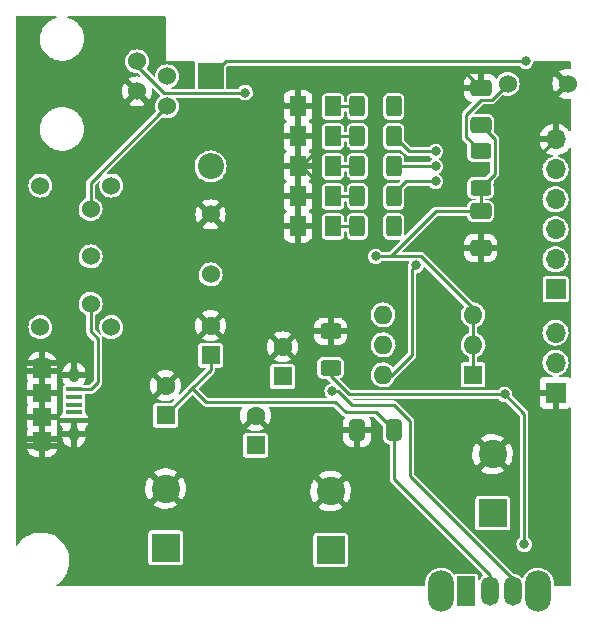
<source format=gbr>
%TF.GenerationSoftware,KiCad,Pcbnew,(6.0.7)*%
%TF.CreationDate,2022-10-29T10:50:57-05:00*%
%TF.ProjectId,BlastGate R2,426c6173-7447-4617-9465-2052322e6b69,rev?*%
%TF.SameCoordinates,Original*%
%TF.FileFunction,Copper,L1,Top*%
%TF.FilePolarity,Positive*%
%FSLAX46Y46*%
G04 Gerber Fmt 4.6, Leading zero omitted, Abs format (unit mm)*
G04 Created by KiCad (PCBNEW (6.0.7)) date 2022-10-29 10:50:57*
%MOMM*%
%LPD*%
G01*
G04 APERTURE LIST*
G04 Aperture macros list*
%AMRoundRect*
0 Rectangle with rounded corners*
0 $1 Rounding radius*
0 $2 $3 $4 $5 $6 $7 $8 $9 X,Y pos of 4 corners*
0 Add a 4 corners polygon primitive as box body*
4,1,4,$2,$3,$4,$5,$6,$7,$8,$9,$2,$3,0*
0 Add four circle primitives for the rounded corners*
1,1,$1+$1,$2,$3*
1,1,$1+$1,$4,$5*
1,1,$1+$1,$6,$7*
1,1,$1+$1,$8,$9*
0 Add four rect primitives between the rounded corners*
20,1,$1+$1,$2,$3,$4,$5,0*
20,1,$1+$1,$4,$5,$6,$7,0*
20,1,$1+$1,$6,$7,$8,$9,0*
20,1,$1+$1,$8,$9,$2,$3,0*%
G04 Aperture macros list end*
%TA.AperFunction,ComponentPad*%
%ADD10C,1.524000*%
%TD*%
%TA.AperFunction,SMDPad,CuDef*%
%ADD11RoundRect,0.250001X-0.462499X-0.624999X0.462499X-0.624999X0.462499X0.624999X-0.462499X0.624999X0*%
%TD*%
%TA.AperFunction,SMDPad,CuDef*%
%ADD12RoundRect,0.250000X-0.400000X-0.625000X0.400000X-0.625000X0.400000X0.625000X-0.400000X0.625000X0*%
%TD*%
%TA.AperFunction,SMDPad,CuDef*%
%ADD13RoundRect,0.250000X0.625000X-0.400000X0.625000X0.400000X-0.625000X0.400000X-0.625000X-0.400000X0*%
%TD*%
%TA.AperFunction,ComponentPad*%
%ADD14O,2.200000X3.500000*%
%TD*%
%TA.AperFunction,ComponentPad*%
%ADD15R,1.500000X2.500000*%
%TD*%
%TA.AperFunction,ComponentPad*%
%ADD16O,1.500000X2.500000*%
%TD*%
%TA.AperFunction,ComponentPad*%
%ADD17R,1.700000X1.700000*%
%TD*%
%TA.AperFunction,ComponentPad*%
%ADD18O,1.700000X1.700000*%
%TD*%
%TA.AperFunction,ComponentPad*%
%ADD19R,1.600000X1.600000*%
%TD*%
%TA.AperFunction,ComponentPad*%
%ADD20C,1.600000*%
%TD*%
%TA.AperFunction,SMDPad,CuDef*%
%ADD21RoundRect,0.250000X0.412500X0.650000X-0.412500X0.650000X-0.412500X-0.650000X0.412500X-0.650000X0*%
%TD*%
%TA.AperFunction,SMDPad,CuDef*%
%ADD22RoundRect,0.250000X-0.650000X0.412500X-0.650000X-0.412500X0.650000X-0.412500X0.650000X0.412500X0*%
%TD*%
%TA.AperFunction,SMDPad,CuDef*%
%ADD23R,1.350000X0.400000*%
%TD*%
%TA.AperFunction,ComponentPad*%
%ADD24O,0.950000X1.250000*%
%TD*%
%TA.AperFunction,SMDPad,CuDef*%
%ADD25R,1.550000X1.200000*%
%TD*%
%TA.AperFunction,SMDPad,CuDef*%
%ADD26R,1.550000X1.500000*%
%TD*%
%TA.AperFunction,ComponentPad*%
%ADD27O,1.550000X0.890000*%
%TD*%
%TA.AperFunction,ComponentPad*%
%ADD28R,2.400000X2.400000*%
%TD*%
%TA.AperFunction,ComponentPad*%
%ADD29C,2.400000*%
%TD*%
%TA.AperFunction,SMDPad,CuDef*%
%ADD30RoundRect,0.250000X-0.625000X0.400000X-0.625000X-0.400000X0.625000X-0.400000X0.625000X0.400000X0*%
%TD*%
%TA.AperFunction,ComponentPad*%
%ADD31O,1.600000X1.600000*%
%TD*%
%TA.AperFunction,SMDPad,CuDef*%
%ADD32RoundRect,0.250000X0.650000X-0.412500X0.650000X0.412500X-0.650000X0.412500X-0.650000X-0.412500X0*%
%TD*%
%TA.AperFunction,ComponentPad*%
%ADD33R,2.200000X2.200000*%
%TD*%
%TA.AperFunction,ComponentPad*%
%ADD34O,2.200000X2.200000*%
%TD*%
%TA.AperFunction,ViaPad*%
%ADD35C,0.800000*%
%TD*%
%TA.AperFunction,Conductor*%
%ADD36C,0.250000*%
%TD*%
G04 APERTURE END LIST*
D10*
%TO.P,J4,1*%
%TO.N,/SENSE*%
X180467000Y-62230000D03*
%TO.P,J4,2*%
%TO.N,+3.3V*%
X183007000Y-63500000D03*
%TO.P,J4,3*%
%TO.N,GND*%
X180467000Y-64770000D03*
%TO.P,J4,4*%
%TO.N,Net-(J4-Pad4)*%
X183007000Y-66040000D03*
%TD*%
D11*
%TO.P,D4,1,K*%
%TO.N,GND*%
X194092500Y-73660000D03*
%TO.P,D4,2,A*%
%TO.N,Net-(D4-Pad2)*%
X197067500Y-73660000D03*
%TD*%
D12*
%TO.P,R2,1*%
%TO.N,Net-(D2-Pad2)*%
X199110000Y-68580000D03*
%TO.P,R2,2*%
%TO.N,/WIFI_STATUS*%
X202210000Y-68580000D03*
%TD*%
D10*
%TO.P,POWSEL,1,A*%
%TO.N,Net-(J4-Pad4)*%
X176530000Y-74740000D03*
%TO.P,POWSEL,2,B*%
%TO.N,VCC*%
X176530000Y-78740000D03*
%TO.P,POWSEL,3,C*%
%TO.N,Net-(J3-Pad1)*%
X176530000Y-82740000D03*
%TO.P,POWSEL,4*%
%TO.N,N/C*%
X172280000Y-84740000D03*
X178280000Y-72740000D03*
X178280000Y-84740000D03*
X172280000Y-72740000D03*
%TD*%
D12*
%TO.P,R1,1*%
%TO.N,Net-(D1-Pad2)*%
X199110000Y-66040000D03*
%TO.P,R1,2*%
%TO.N,+3.3V*%
X202210000Y-66040000D03*
%TD*%
D13*
%TO.P,R7,1*%
%TO.N,/MAN_OFF*%
X196850000Y-88190000D03*
%TO.P,R7,2*%
%TO.N,GND*%
X196850000Y-85090000D03*
%TD*%
D14*
%TO.P,SW2,*%
%TO.N,*%
X206212000Y-107104500D03*
X214412000Y-107104500D03*
D15*
%TO.P,SW2,1,1*%
%TO.N,/MAN_OFF*%
X208312000Y-107104500D03*
D16*
%TO.P,SW2,2,2*%
%TO.N,+3.3V*%
X210312000Y-107104500D03*
%TO.P,SW2,3,3*%
%TO.N,/MAN_ON*%
X212312000Y-107104500D03*
%TD*%
D11*
%TO.P,D1,1,K*%
%TO.N,GND*%
X194092500Y-66040000D03*
%TO.P,D1,2,A*%
%TO.N,Net-(D1-Pad2)*%
X197067500Y-66040000D03*
%TD*%
D17*
%TO.P,SERVO,1,Pin_1*%
%TO.N,GND*%
X215900000Y-90282000D03*
D18*
%TO.P,SERVO,2,Pin_2*%
%TO.N,VCC*%
X215900000Y-87742000D03*
%TO.P,SERVO,3,Pin_3*%
%TO.N,/SERVO*%
X215900000Y-85202000D03*
%TD*%
D12*
%TO.P,R3,1*%
%TO.N,Net-(D3-Pad2)*%
X199110000Y-71120000D03*
%TO.P,R3,2*%
%TO.N,/DC_STATUS*%
X202210000Y-71120000D03*
%TD*%
D19*
%TO.P,C12,1*%
%TO.N,VCC*%
X190500000Y-94719590D03*
D20*
%TO.P,C12,2*%
%TO.N,GND*%
X190500000Y-92219590D03*
%TD*%
D10*
%TO.P,PROG,1,1*%
%TO.N,GND*%
X186690000Y-75184000D03*
%TO.P,PROG,2,2*%
%TO.N,/GPIO_0*%
X186690000Y-80264000D03*
%TD*%
D21*
%TO.P,C6,1*%
%TO.N,+3.3V*%
X202222500Y-93472000D03*
%TO.P,C6,2*%
%TO.N,GND*%
X199097500Y-93472000D03*
%TD*%
D22*
%TO.P,C9,1*%
%TO.N,+3.3V*%
X209550000Y-74917500D03*
%TO.P,C9,2*%
%TO.N,GND*%
X209550000Y-78042500D03*
%TD*%
D23*
%TO.P,J3,1,VBUS*%
%TO.N,Net-(J3-Pad1)*%
X175129000Y-90008000D03*
%TO.P,J3,2,D-*%
%TO.N,unconnected-(J3-Pad2)*%
X175129000Y-90658000D03*
%TO.P,J3,3,D+*%
%TO.N,unconnected-(J3-Pad3)*%
X175129000Y-91308000D03*
%TO.P,J3,4,ID*%
%TO.N,unconnected-(J3-Pad4)*%
X175129000Y-91958000D03*
%TO.P,J3,5,GND*%
%TO.N,GND*%
X175129000Y-92608000D03*
D24*
%TO.P,J3,6,Shield*%
X175129000Y-88808000D03*
D25*
X172429000Y-88408000D03*
D26*
X172429000Y-92308000D03*
D24*
X175129000Y-93808000D03*
D27*
X172429000Y-87808000D03*
D26*
X172429000Y-90308000D03*
D27*
X172429000Y-94808000D03*
D25*
X172429000Y-94208000D03*
%TD*%
D28*
%TO.P,C10,1*%
%TO.N,VCC*%
X196850000Y-103609590D03*
D29*
%TO.P,C10,2*%
%TO.N,GND*%
X196850000Y-98609590D03*
%TD*%
D19*
%TO.P,C4,1*%
%TO.N,+3.3V*%
X182880000Y-92179590D03*
D20*
%TO.P,C4,2*%
%TO.N,GND*%
X182880000Y-89679590D03*
%TD*%
D28*
%TO.P,C8,1*%
%TO.N,VCC*%
X182880000Y-103393549D03*
D29*
%TO.P,C8,2*%
%TO.N,GND*%
X182880000Y-98393549D03*
%TD*%
D30*
%TO.P,R11,1*%
%TO.N,/RESET*%
X209550000Y-69850000D03*
%TO.P,R11,2*%
%TO.N,+3.3V*%
X209550000Y-72950000D03*
%TD*%
D19*
%TO.P,C3,1*%
%TO.N,+3.3V*%
X186690000Y-87099590D03*
D20*
%TO.P,C3,2*%
%TO.N,GND*%
X186690000Y-84599590D03*
%TD*%
D19*
%TO.P,C13,1*%
%TO.N,VCC*%
X192786000Y-88900000D03*
D20*
%TO.P,C13,2*%
%TO.N,GND*%
X192786000Y-86400000D03*
%TD*%
D11*
%TO.P,D5,1,K*%
%TO.N,GND*%
X194092500Y-76200000D03*
%TO.P,D5,2,A*%
%TO.N,Net-(D5-Pad2)*%
X197067500Y-76200000D03*
%TD*%
D19*
%TO.P,SW1,1*%
%TO.N,+3.3V*%
X208915000Y-88773000D03*
D31*
%TO.P,SW1,2*%
X208915000Y-86233000D03*
%TO.P,SW1,3*%
X208915000Y-83693000D03*
%TO.P,SW1,4*%
%TO.N,/MODE*%
X201295000Y-83693000D03*
%TO.P,SW1,5*%
%TO.N,/SENSE_E*%
X201295000Y-86233000D03*
%TO.P,SW1,6*%
%TO.N,/WIFI_E*%
X201295000Y-88773000D03*
%TD*%
D32*
%TO.P,C7,1*%
%TO.N,+3.3V*%
X209550000Y-67602500D03*
%TO.P,C7,2*%
%TO.N,GND*%
X209550000Y-64477500D03*
%TD*%
D10*
%TO.P,RST,1,1*%
%TO.N,GND*%
X216916000Y-64135000D03*
%TO.P,RST,2,2*%
%TO.N,/RESET*%
X211836000Y-64135000D03*
%TD*%
D33*
%TO.P,D6,1,K*%
%TO.N,/RXD_5V*%
X186690000Y-63500000D03*
D34*
%TO.P,D6,2,A*%
%TO.N,/RXD*%
X186690000Y-71120000D03*
%TD*%
D12*
%TO.P,R4,1*%
%TO.N,Net-(D4-Pad2)*%
X199110000Y-73660000D03*
%TO.P,R4,2*%
%TO.N,/SENSE_LED*%
X202210000Y-73660000D03*
%TD*%
D28*
%TO.P,C5,1*%
%TO.N,VCC*%
X210566000Y-100494959D03*
D29*
%TO.P,C5,2*%
%TO.N,GND*%
X210566000Y-95494959D03*
%TD*%
D11*
%TO.P,D2,1,K*%
%TO.N,GND*%
X194092500Y-68580000D03*
%TO.P,D2,2,A*%
%TO.N,Net-(D2-Pad2)*%
X197067500Y-68580000D03*
%TD*%
%TO.P,D3,1,K*%
%TO.N,GND*%
X194092500Y-71120000D03*
%TO.P,D3,2,A*%
%TO.N,Net-(D3-Pad2)*%
X197067500Y-71120000D03*
%TD*%
D12*
%TO.P,R5,1*%
%TO.N,Net-(D5-Pad2)*%
X199110000Y-76200000D03*
%TO.P,R5,2*%
%TO.N,/GPIO_13*%
X202210000Y-76200000D03*
%TD*%
D18*
%TO.P,FTDI,6,Pin_6*%
%TO.N,GND*%
X215900000Y-68834000D03*
%TO.P,FTDI,5,Pin_5*%
%TO.N,unconnected-(J2-Pad5)*%
X215900000Y-71374000D03*
%TO.P,FTDI,4,Pin_4*%
%TO.N,VCC*%
X215900000Y-73914000D03*
%TO.P,FTDI,3,Pin_3*%
%TO.N,/RXD_5V*%
X215900000Y-76454000D03*
%TO.P,FTDI,2,Pin_2*%
%TO.N,/TXD*%
X215900000Y-78994000D03*
D17*
%TO.P,FTDI,1,Pin_1*%
%TO.N,unconnected-(J2-Pad1)*%
X215900000Y-81534000D03*
%TD*%
D35*
%TO.N,/MAN_ON*%
X196977000Y-90170000D03*
%TO.N,GND*%
X204470000Y-81280000D03*
X198120000Y-69850000D03*
X206002701Y-88882701D03*
X200660000Y-71120000D03*
X209550000Y-78042500D03*
X206020000Y-86360000D03*
X200660000Y-69850000D03*
X200660000Y-72390000D03*
X198120000Y-72390000D03*
X205740000Y-83820000D03*
X211024500Y-72699500D03*
X190500000Y-63500000D03*
X182880000Y-78740000D03*
X194092500Y-71120000D03*
X204940000Y-63990000D03*
X196850000Y-85090000D03*
%TO.N,/RXD_5V*%
X213360000Y-62230000D03*
%TO.N,+3.3V*%
X200660000Y-78740000D03*
X209550000Y-67602500D03*
X209550000Y-74917500D03*
X202210000Y-66040000D03*
%TO.N,/WIFI_STATUS*%
X205740000Y-69850000D03*
%TO.N,/DC_STATUS*%
X205740000Y-71120000D03*
%TO.N,/SENSE_LED*%
X205740000Y-72390000D03*
%TO.N,/GPIO_13*%
X202210000Y-76200000D03*
%TO.N,/MAN_OFF*%
X213233000Y-103124000D03*
X211582000Y-90424000D03*
%TO.N,/WIFI_E*%
X204089000Y-79502000D03*
%TO.N,/RESET*%
X209550000Y-69850000D03*
%TO.N,/SENSE*%
X189620000Y-64865000D03*
%TD*%
D36*
%TO.N,/MAN_ON*%
X197483604Y-90170000D02*
X196977000Y-90170000D01*
X202184000Y-91313000D02*
X198626604Y-91313000D01*
X198626604Y-91313000D02*
X197483604Y-90170000D01*
X203581000Y-92710000D02*
X202184000Y-91313000D01*
X203581000Y-97365500D02*
X203581000Y-92710000D01*
%TO.N,+3.3V*%
X198120000Y-91948000D02*
X200698500Y-91948000D01*
X197266590Y-91094590D02*
X198120000Y-91948000D01*
X200698500Y-91948000D02*
X202222500Y-93472000D01*
X186344590Y-91094590D02*
X197266590Y-91094590D01*
%TO.N,/MAN_ON*%
X212312000Y-106096500D02*
X203581000Y-97365500D01*
X212312000Y-106596500D02*
X212312000Y-106096500D01*
%TO.N,Net-(J4-Pad4)*%
X176530000Y-72517000D02*
X183007000Y-66040000D01*
X176530000Y-74740000D02*
X176530000Y-72517000D01*
%TO.N,/SENSE*%
X180467000Y-62611000D02*
X180467000Y-62230000D01*
X182781000Y-64925000D02*
X180467000Y-62611000D01*
X189560000Y-64925000D02*
X182781000Y-64925000D01*
X189620000Y-64865000D02*
X189560000Y-64925000D01*
%TO.N,GND*%
X194092500Y-71120000D02*
X194310000Y-71120000D01*
X204470000Y-81280000D02*
X205740000Y-82550000D01*
X200660000Y-72390000D02*
X198120000Y-72390000D01*
X205715000Y-63215000D02*
X204940000Y-63990000D01*
X205740000Y-86360000D02*
X206020000Y-86360000D01*
X194310000Y-71120000D02*
X195580000Y-69850000D01*
X205740000Y-83820000D02*
X205740000Y-86360000D01*
X205740000Y-82550000D02*
X205740000Y-83820000D01*
X206020000Y-86360000D02*
X206020000Y-88865402D01*
X194310000Y-71120000D02*
X195580000Y-72390000D01*
X208287500Y-63215000D02*
X205715000Y-63215000D01*
X195580000Y-69850000D02*
X198120000Y-69850000D01*
X209550000Y-64477500D02*
X208287500Y-63215000D01*
X198120000Y-69850000D02*
X200660000Y-69850000D01*
X206020000Y-88865402D02*
X206002701Y-88882701D01*
X190500000Y-63500000D02*
X193040000Y-66040000D01*
X193040000Y-66040000D02*
X194092500Y-66040000D01*
X195580000Y-72390000D02*
X198120000Y-72390000D01*
X212034500Y-72699500D02*
X215900000Y-68834000D01*
X211024500Y-72699500D02*
X212034500Y-72699500D01*
%TO.N,Net-(D1-Pad2)*%
X197067500Y-66040000D02*
X199110000Y-66040000D01*
%TO.N,Net-(D2-Pad2)*%
X197067500Y-68580000D02*
X199110000Y-68580000D01*
%TO.N,Net-(D3-Pad2)*%
X197067500Y-71120000D02*
X199110000Y-71120000D01*
%TO.N,Net-(D4-Pad2)*%
X199110000Y-73660000D02*
X197067500Y-73660000D01*
%TO.N,Net-(D5-Pad2)*%
X199110000Y-76200000D02*
X197067500Y-76200000D01*
%TO.N,/RXD_5V*%
X186690000Y-63500000D02*
X187960000Y-62230000D01*
X187960000Y-62230000D02*
X213360000Y-62230000D01*
%TO.N,+3.3V*%
X209550000Y-72950000D02*
X209550000Y-74917500D01*
X208915000Y-83150000D02*
X208915000Y-83820000D01*
X201930000Y-78740000D02*
X205752500Y-74917500D01*
X186690000Y-88369590D02*
X185154795Y-89904795D01*
X200660000Y-78740000D02*
X201930000Y-78740000D01*
X186690000Y-87099590D02*
X186690000Y-88369590D01*
X210312000Y-105692500D02*
X210312000Y-106342500D01*
X202222500Y-92710000D02*
X202222500Y-97603000D01*
X185154795Y-89904795D02*
X182880000Y-92179590D01*
X210750000Y-68802500D02*
X210750000Y-71750000D01*
X205752500Y-74917500D02*
X209550000Y-74917500D01*
X200660000Y-78740000D02*
X204505000Y-78740000D01*
X204505000Y-78740000D02*
X208915000Y-83150000D01*
X186344590Y-91094590D02*
X185154795Y-89904795D01*
X208915000Y-83820000D02*
X208915000Y-86360000D01*
X209550000Y-67602500D02*
X210750000Y-68802500D01*
X208915000Y-86360000D02*
X208915000Y-88900000D01*
X210750000Y-71750000D02*
X209550000Y-72950000D01*
X202222500Y-97603000D02*
X210312000Y-105692500D01*
%TO.N,/WIFI_STATUS*%
X205740000Y-69850000D02*
X203480000Y-69850000D01*
X203480000Y-69850000D02*
X202210000Y-68580000D01*
%TO.N,/DC_STATUS*%
X205740000Y-71120000D02*
X202210000Y-71120000D01*
%TO.N,/SENSE_LED*%
X203200000Y-72390000D02*
X202210000Y-73380000D01*
X202210000Y-73380000D02*
X202210000Y-73660000D01*
X205740000Y-72390000D02*
X203200000Y-72390000D01*
%TO.N,/MAN_ON*%
X212312000Y-106342500D02*
X212312000Y-107347000D01*
%TO.N,/MAN_OFF*%
X198374000Y-90424000D02*
X211582000Y-90424000D01*
X211582000Y-90424000D02*
X213233000Y-92075000D01*
X196850000Y-88190000D02*
X196850000Y-88900000D01*
X213233000Y-92075000D02*
X213233000Y-103124000D01*
X196850000Y-88900000D02*
X198374000Y-90424000D01*
%TO.N,/WIFI_E*%
X203745000Y-87090000D02*
X201950000Y-88885000D01*
X204089000Y-79502000D02*
X203745000Y-79846000D01*
X203745000Y-79846000D02*
X203745000Y-87090000D01*
%TO.N,/RESET*%
X208325000Y-66757000D02*
X209617000Y-65465000D01*
X209617000Y-65465000D02*
X210506000Y-65465000D01*
X210506000Y-65465000D02*
X211836000Y-64135000D01*
X209550000Y-69850000D02*
X208325000Y-68625000D01*
X208325000Y-68625000D02*
X208325000Y-66757000D01*
%TO.N,Net-(J3-Pad1)*%
X177165000Y-85725000D02*
X176530000Y-85090000D01*
X175629000Y-90008000D02*
X176565000Y-90008000D01*
X177165000Y-89408000D02*
X177165000Y-85725000D01*
X176565000Y-90008000D02*
X177165000Y-89408000D01*
X176530000Y-85090000D02*
X176530000Y-82740000D01*
%TD*%
%TA.AperFunction,Conductor*%
%TO.N,GND*%
G36*
X173641272Y-58438013D02*
G01*
X173659285Y-58481500D01*
X173641272Y-58524987D01*
X173611043Y-58541554D01*
X173589098Y-58546399D01*
X173589096Y-58546400D01*
X173586920Y-58546880D01*
X173335789Y-58642025D01*
X173101024Y-58772426D01*
X172887542Y-58935350D01*
X172885995Y-58936932D01*
X172885991Y-58936936D01*
X172804567Y-59020229D01*
X172699815Y-59127386D01*
X172541775Y-59344509D01*
X172540741Y-59346473D01*
X172540738Y-59346479D01*
X172417772Y-59580200D01*
X172417769Y-59580206D01*
X172416735Y-59582172D01*
X172381223Y-59682735D01*
X172328054Y-59833294D01*
X172328052Y-59833302D01*
X172327312Y-59835397D01*
X172275380Y-60098878D01*
X172262028Y-60367095D01*
X172287534Y-60634431D01*
X172351364Y-60895285D01*
X172352201Y-60897351D01*
X172451345Y-61142127D01*
X172451348Y-61142134D01*
X172452182Y-61144192D01*
X172587875Y-61375938D01*
X172755601Y-61585669D01*
X172757226Y-61587187D01*
X172757227Y-61587188D01*
X172893674Y-61714650D01*
X172951846Y-61768991D01*
X173172499Y-61922064D01*
X173290210Y-61980624D01*
X173410939Y-62040686D01*
X173410945Y-62040688D01*
X173412938Y-62041680D01*
X173510596Y-62073694D01*
X173666008Y-62124641D01*
X173666012Y-62124642D01*
X173668126Y-62125335D01*
X173670323Y-62125716D01*
X173670325Y-62125717D01*
X173748457Y-62139283D01*
X173932717Y-62171276D01*
X174017567Y-62175500D01*
X174185223Y-62175500D01*
X174384846Y-62161016D01*
X174387018Y-62160536D01*
X174387021Y-62160536D01*
X174549603Y-62124641D01*
X174647080Y-62103120D01*
X174898211Y-62007975D01*
X175132976Y-61877574D01*
X175346458Y-61714650D01*
X175348005Y-61713068D01*
X175348009Y-61713064D01*
X175478195Y-61579889D01*
X175534185Y-61522614D01*
X175692225Y-61305491D01*
X175693259Y-61303527D01*
X175693262Y-61303521D01*
X175816228Y-61069800D01*
X175816231Y-61069794D01*
X175817265Y-61067828D01*
X175878196Y-60895285D01*
X175905946Y-60816706D01*
X175905948Y-60816698D01*
X175906688Y-60814603D01*
X175958620Y-60551122D01*
X175971972Y-60282905D01*
X175959172Y-60148739D01*
X175946677Y-60017781D01*
X175946466Y-60015569D01*
X175943735Y-60004405D01*
X175905733Y-59849105D01*
X175882636Y-59754715D01*
X175853481Y-59682735D01*
X175782655Y-59507873D01*
X175782652Y-59507866D01*
X175781818Y-59505808D01*
X175646125Y-59274062D01*
X175478399Y-59064331D01*
X175342024Y-58936936D01*
X175283778Y-58882526D01*
X175282154Y-58881009D01*
X175061501Y-58727936D01*
X174890991Y-58643109D01*
X174823061Y-58609314D01*
X174823055Y-58609312D01*
X174821062Y-58608320D01*
X174612470Y-58539940D01*
X174576758Y-58509277D01*
X174573188Y-58462342D01*
X174603851Y-58426630D01*
X174631628Y-58420000D01*
X182818500Y-58420000D01*
X182861987Y-58438013D01*
X182880000Y-58481500D01*
X182880000Y-62230000D01*
X185293470Y-62230000D01*
X185336957Y-62248013D01*
X185354970Y-62291500D01*
X185353788Y-62303495D01*
X185339500Y-62375326D01*
X185339500Y-64488000D01*
X185321487Y-64531487D01*
X185278000Y-64549500D01*
X183433209Y-64549500D01*
X183389722Y-64531487D01*
X183371709Y-64488000D01*
X183389722Y-64444513D01*
X183405480Y-64433106D01*
X183412486Y-64429567D01*
X183552150Y-64359018D01*
X183580882Y-64336570D01*
X183706244Y-64238627D01*
X183706245Y-64238626D01*
X183708618Y-64236772D01*
X183726728Y-64215792D01*
X183836395Y-64088741D01*
X183836396Y-64088740D01*
X183838362Y-64086462D01*
X183936440Y-63913813D01*
X183992310Y-63745864D01*
X183998167Y-63728256D01*
X183998167Y-63728255D01*
X183999116Y-63725403D01*
X184024002Y-63528407D01*
X184024199Y-63514283D01*
X184024375Y-63501722D01*
X184024375Y-63501721D01*
X184024399Y-63500000D01*
X184005827Y-63310583D01*
X184005317Y-63305382D01*
X184005317Y-63305380D01*
X184005023Y-63302386D01*
X183999375Y-63283677D01*
X183948500Y-63115174D01*
X183947632Y-63112299D01*
X183854413Y-62936980D01*
X183846957Y-62927837D01*
X183730820Y-62785439D01*
X183730819Y-62785438D01*
X183728917Y-62783106D01*
X183604932Y-62680537D01*
X183578242Y-62658457D01*
X183578240Y-62658456D01*
X183575922Y-62656538D01*
X183564872Y-62650563D01*
X183403902Y-62563526D01*
X183403897Y-62563524D01*
X183401258Y-62562097D01*
X183398392Y-62561210D01*
X183398390Y-62561209D01*
X183214442Y-62504268D01*
X183214440Y-62504268D01*
X183211576Y-62503381D01*
X183208592Y-62503067D01*
X183208590Y-62503067D01*
X183067080Y-62488194D01*
X183014103Y-62482626D01*
X183011114Y-62482898D01*
X183011113Y-62482898D01*
X182819355Y-62500349D01*
X182819352Y-62500349D01*
X182816358Y-62500622D01*
X182625876Y-62556684D01*
X182593131Y-62573803D01*
X182452577Y-62647282D01*
X182452572Y-62647286D01*
X182449910Y-62648677D01*
X182447565Y-62650562D01*
X182447564Y-62650563D01*
X182432688Y-62662524D01*
X182295163Y-62773096D01*
X182293228Y-62775402D01*
X182293225Y-62775405D01*
X182256867Y-62818735D01*
X182167530Y-62925203D01*
X182071873Y-63099204D01*
X182011834Y-63288471D01*
X182011500Y-63291448D01*
X182011499Y-63291453D01*
X182002104Y-63375216D01*
X181993378Y-63453012D01*
X181992158Y-63463885D01*
X181969410Y-63505094D01*
X181924186Y-63518147D01*
X181887554Y-63500517D01*
X181294824Y-62907787D01*
X181276811Y-62864300D01*
X181291755Y-62824116D01*
X181298362Y-62816462D01*
X181388283Y-62658172D01*
X181394956Y-62646426D01*
X181394957Y-62646423D01*
X181396440Y-62643813D01*
X181423624Y-62562097D01*
X181458167Y-62458256D01*
X181458167Y-62458255D01*
X181459116Y-62455403D01*
X181478462Y-62302260D01*
X181483787Y-62260110D01*
X181483787Y-62260108D01*
X181484002Y-62258407D01*
X181484399Y-62230000D01*
X181469073Y-62073694D01*
X181465317Y-62035382D01*
X181465317Y-62035380D01*
X181465023Y-62032386D01*
X181457892Y-62008765D01*
X181408500Y-61845174D01*
X181407632Y-61842299D01*
X181314413Y-61666980D01*
X181306957Y-61657837D01*
X181190820Y-61515439D01*
X181190819Y-61515438D01*
X181188917Y-61513106D01*
X181035922Y-61386538D01*
X181024872Y-61380563D01*
X180863902Y-61293526D01*
X180863897Y-61293524D01*
X180861258Y-61292097D01*
X180858392Y-61291210D01*
X180858390Y-61291209D01*
X180674442Y-61234268D01*
X180674440Y-61234268D01*
X180671576Y-61233381D01*
X180668592Y-61233067D01*
X180668590Y-61233067D01*
X180527080Y-61218194D01*
X180474103Y-61212626D01*
X180471114Y-61212898D01*
X180471113Y-61212898D01*
X180279355Y-61230349D01*
X180279352Y-61230349D01*
X180276358Y-61230622D01*
X180085876Y-61286684D01*
X180053670Y-61303521D01*
X179912577Y-61377282D01*
X179912572Y-61377286D01*
X179909910Y-61378677D01*
X179755163Y-61503096D01*
X179753228Y-61505402D01*
X179753225Y-61505405D01*
X179693344Y-61576768D01*
X179627530Y-61655203D01*
X179531873Y-61829204D01*
X179471834Y-62018471D01*
X179449700Y-62215795D01*
X179466315Y-62413660D01*
X179467142Y-62416542D01*
X179467142Y-62416545D01*
X179479103Y-62458256D01*
X179521046Y-62604530D01*
X179611808Y-62781133D01*
X179613676Y-62783490D01*
X179613678Y-62783493D01*
X179673321Y-62858743D01*
X179735144Y-62936745D01*
X179737434Y-62938694D01*
X179737436Y-62938696D01*
X179884069Y-63063489D01*
X179886357Y-63065436D01*
X179942069Y-63096573D01*
X180057061Y-63160841D01*
X180057065Y-63160843D01*
X180059685Y-63162307D01*
X180062546Y-63163237D01*
X180062547Y-63163237D01*
X180245662Y-63222734D01*
X180245664Y-63222734D01*
X180248528Y-63223665D01*
X180251520Y-63224022D01*
X180251521Y-63224022D01*
X180321275Y-63232340D01*
X180445693Y-63247176D01*
X180448683Y-63246946D01*
X180448686Y-63246946D01*
X180489572Y-63243799D01*
X180534901Y-63240311D01*
X180583106Y-63258143D01*
X180734488Y-63409525D01*
X180752501Y-63453012D01*
X180734488Y-63496499D01*
X180691001Y-63514512D01*
X180685641Y-63514278D01*
X180469675Y-63495383D01*
X180464325Y-63495383D01*
X180248298Y-63514283D01*
X180243029Y-63515212D01*
X180033570Y-63571337D01*
X180028543Y-63573166D01*
X179832005Y-63664814D01*
X179827376Y-63667487D01*
X179776417Y-63703168D01*
X179771385Y-63711065D01*
X179772556Y-63716346D01*
X181518164Y-65461954D01*
X181526815Y-65465537D01*
X181531813Y-65463467D01*
X181569513Y-65409624D01*
X181572186Y-65404995D01*
X181663834Y-65208457D01*
X181665663Y-65203430D01*
X181721788Y-64993971D01*
X181722717Y-64988702D01*
X181741617Y-64772675D01*
X181741617Y-64767325D01*
X181722722Y-64551359D01*
X181736876Y-64506468D01*
X181778628Y-64484733D01*
X181823519Y-64498887D01*
X181827475Y-64502512D01*
X182436770Y-65111807D01*
X182454783Y-65155294D01*
X182436770Y-65198781D01*
X182431825Y-65203218D01*
X182295163Y-65313096D01*
X182293228Y-65315402D01*
X182293225Y-65315405D01*
X182248010Y-65369291D01*
X182167530Y-65465203D01*
X182071873Y-65639204D01*
X182011834Y-65828471D01*
X181989700Y-66025795D01*
X182006315Y-66223660D01*
X182007142Y-66226542D01*
X182007142Y-66226545D01*
X182019103Y-66268256D01*
X182054399Y-66391347D01*
X182060061Y-66411094D01*
X182054732Y-66457862D01*
X182044430Y-66471533D01*
X176297456Y-72218507D01*
X176287329Y-72226686D01*
X176273790Y-72235428D01*
X176265992Y-72245320D01*
X176250914Y-72264446D01*
X176246104Y-72269859D01*
X176242425Y-72273538D01*
X176240950Y-72275601D01*
X176240950Y-72275602D01*
X176230471Y-72290266D01*
X176228732Y-72292582D01*
X176199544Y-72329607D01*
X176199542Y-72329611D01*
X176196397Y-72333600D01*
X176194713Y-72338396D01*
X176192821Y-72341838D01*
X176191085Y-72345382D01*
X176188128Y-72349519D01*
X176186672Y-72354388D01*
X176186669Y-72354394D01*
X176173166Y-72399545D01*
X176172271Y-72402301D01*
X176164039Y-72425744D01*
X176154977Y-72451548D01*
X176154500Y-72457055D01*
X176154500Y-72457306D01*
X176154167Y-72461243D01*
X176153766Y-72464420D01*
X176152310Y-72469287D01*
X176152509Y-72474361D01*
X176152509Y-72474364D01*
X176154453Y-72523828D01*
X176154500Y-72526243D01*
X176154500Y-73756499D01*
X176136487Y-73799986D01*
X176121500Y-73810996D01*
X175972910Y-73888677D01*
X175818163Y-74013096D01*
X175816228Y-74015402D01*
X175816225Y-74015405D01*
X175784249Y-74053513D01*
X175690530Y-74165203D01*
X175594873Y-74339204D01*
X175534834Y-74528471D01*
X175512700Y-74725795D01*
X175529315Y-74923660D01*
X175530142Y-74926542D01*
X175530142Y-74926545D01*
X175548074Y-74989082D01*
X175584046Y-75114530D01*
X175674808Y-75291133D01*
X175676676Y-75293490D01*
X175676678Y-75293493D01*
X175744481Y-75379039D01*
X175798144Y-75446745D01*
X175800434Y-75448694D01*
X175800436Y-75448696D01*
X175946288Y-75572824D01*
X175949357Y-75575436D01*
X175993981Y-75600376D01*
X176120061Y-75670841D01*
X176120065Y-75670843D01*
X176122685Y-75672307D01*
X176125546Y-75673237D01*
X176125547Y-75673237D01*
X176308662Y-75732734D01*
X176308664Y-75732734D01*
X176311528Y-75733665D01*
X176314520Y-75734022D01*
X176314521Y-75734022D01*
X176382877Y-75742173D01*
X176508693Y-75757176D01*
X176511683Y-75756946D01*
X176511686Y-75756946D01*
X176703672Y-75742173D01*
X176703676Y-75742172D01*
X176706669Y-75741942D01*
X176897916Y-75688545D01*
X177075150Y-75599018D01*
X177122891Y-75561719D01*
X177229244Y-75478627D01*
X177229245Y-75478626D01*
X177231618Y-75476772D01*
X177236815Y-75470752D01*
X177359395Y-75328741D01*
X177359396Y-75328740D01*
X177361362Y-75326462D01*
X177440772Y-75186675D01*
X185415383Y-75186675D01*
X185434283Y-75402702D01*
X185435212Y-75407971D01*
X185491337Y-75617430D01*
X185493166Y-75622457D01*
X185584814Y-75818995D01*
X185587487Y-75823624D01*
X185623168Y-75874583D01*
X185631065Y-75879615D01*
X185636346Y-75878444D01*
X186322139Y-75192651D01*
X186325722Y-75184000D01*
X187054278Y-75184000D01*
X187057861Y-75192651D01*
X187741164Y-75875954D01*
X187749815Y-75879537D01*
X187754813Y-75877467D01*
X187792513Y-75823624D01*
X187795186Y-75818995D01*
X187886834Y-75622457D01*
X187888663Y-75617430D01*
X187944788Y-75407971D01*
X187945717Y-75402702D01*
X187964617Y-75186675D01*
X187964617Y-75181325D01*
X187945717Y-74965298D01*
X187944788Y-74960029D01*
X187888663Y-74750570D01*
X187886834Y-74745543D01*
X187795186Y-74549005D01*
X187792513Y-74544376D01*
X187756832Y-74493417D01*
X187748935Y-74488385D01*
X187743654Y-74489556D01*
X187057861Y-75175349D01*
X187054278Y-75184000D01*
X186325722Y-75184000D01*
X186322139Y-75175349D01*
X185638836Y-74492046D01*
X185630185Y-74488463D01*
X185625187Y-74490533D01*
X185587487Y-74544376D01*
X185584814Y-74549005D01*
X185493166Y-74745543D01*
X185491337Y-74750570D01*
X185435212Y-74960029D01*
X185434283Y-74965298D01*
X185415383Y-75181325D01*
X185415383Y-75186675D01*
X177440772Y-75186675D01*
X177457956Y-75156426D01*
X177457957Y-75156423D01*
X177459440Y-75153813D01*
X177475662Y-75105050D01*
X177521167Y-74968256D01*
X177521167Y-74968255D01*
X177522116Y-74965403D01*
X177527768Y-74920665D01*
X177546787Y-74770110D01*
X177546787Y-74770108D01*
X177547002Y-74768407D01*
X177547399Y-74740000D01*
X177528023Y-74542386D01*
X177526563Y-74537548D01*
X177471500Y-74355174D01*
X177470632Y-74352299D01*
X177377413Y-74176980D01*
X177373358Y-74172007D01*
X177335073Y-74125065D01*
X185994385Y-74125065D01*
X185995556Y-74130346D01*
X186681349Y-74816139D01*
X186690000Y-74819722D01*
X186698651Y-74816139D01*
X187381954Y-74132836D01*
X187385537Y-74124185D01*
X187383467Y-74119187D01*
X187329623Y-74081486D01*
X187324994Y-74078813D01*
X187128457Y-73987166D01*
X187123430Y-73985337D01*
X186913971Y-73929212D01*
X186908702Y-73928283D01*
X186692675Y-73909383D01*
X186687325Y-73909383D01*
X186471298Y-73928283D01*
X186466029Y-73929212D01*
X186256570Y-73985337D01*
X186251543Y-73987166D01*
X186055005Y-74078814D01*
X186050376Y-74081487D01*
X185999417Y-74117168D01*
X185994385Y-74125065D01*
X177335073Y-74125065D01*
X177253820Y-74025439D01*
X177253819Y-74025438D01*
X177251917Y-74023106D01*
X177137295Y-73928283D01*
X177101242Y-73898457D01*
X177101240Y-73898456D01*
X177098922Y-73896538D01*
X177084384Y-73888677D01*
X177001480Y-73843851D01*
X176937748Y-73809391D01*
X176908063Y-73772864D01*
X176905500Y-73755294D01*
X176905500Y-72698011D01*
X176923513Y-72654524D01*
X177215748Y-72362289D01*
X177259235Y-72344276D01*
X177302722Y-72362289D01*
X177320735Y-72405776D01*
X177317856Y-72424372D01*
X177310146Y-72448678D01*
X177284834Y-72528471D01*
X177262700Y-72725795D01*
X177279315Y-72923660D01*
X177280142Y-72926542D01*
X177280142Y-72926545D01*
X177296353Y-72983080D01*
X177334046Y-73114530D01*
X177424808Y-73291133D01*
X177426676Y-73293490D01*
X177426678Y-73293493D01*
X177501945Y-73388456D01*
X177548144Y-73446745D01*
X177550434Y-73448694D01*
X177550436Y-73448696D01*
X177597272Y-73488556D01*
X177699357Y-73575436D01*
X177743981Y-73600376D01*
X177870061Y-73670841D01*
X177870065Y-73670843D01*
X177872685Y-73672307D01*
X177875546Y-73673237D01*
X177875547Y-73673237D01*
X178058662Y-73732734D01*
X178058664Y-73732734D01*
X178061528Y-73733665D01*
X178064520Y-73734022D01*
X178064521Y-73734022D01*
X178132877Y-73742173D01*
X178258693Y-73757176D01*
X178261683Y-73756946D01*
X178261686Y-73756946D01*
X178453672Y-73742173D01*
X178453676Y-73742172D01*
X178456669Y-73741942D01*
X178647916Y-73688545D01*
X178825150Y-73599018D01*
X178981618Y-73476772D01*
X179045800Y-73402417D01*
X179053267Y-73393766D01*
X192872000Y-73393766D01*
X192875583Y-73402417D01*
X192884234Y-73406000D01*
X193826266Y-73406000D01*
X193834917Y-73402417D01*
X193838500Y-73393766D01*
X194346500Y-73393766D01*
X194350083Y-73402417D01*
X194358734Y-73406000D01*
X195300766Y-73406000D01*
X195309417Y-73402417D01*
X195313000Y-73393766D01*
X195313000Y-72986225D01*
X195312837Y-72983063D01*
X195302379Y-72882284D01*
X195300967Y-72875745D01*
X195247225Y-72714658D01*
X195244215Y-72708232D01*
X195154960Y-72563998D01*
X195150558Y-72558445D01*
X195030516Y-72438612D01*
X195030067Y-72438257D01*
X195029949Y-72438045D01*
X195027990Y-72436090D01*
X195028545Y-72435534D01*
X195007107Y-72397166D01*
X195019928Y-72351876D01*
X195029989Y-72341799D01*
X195031558Y-72340555D01*
X195151387Y-72220518D01*
X195155784Y-72214950D01*
X195244783Y-72070567D01*
X195247783Y-72064133D01*
X195301246Y-71902947D01*
X195302646Y-71896416D01*
X195312840Y-71796920D01*
X195313000Y-71793793D01*
X195313000Y-71792376D01*
X196104500Y-71792376D01*
X196104680Y-71794030D01*
X196104680Y-71794036D01*
X196110361Y-71846330D01*
X196111149Y-71853579D01*
X196161474Y-71987823D01*
X196164098Y-71991324D01*
X196164099Y-71991326D01*
X196207698Y-72049500D01*
X196247454Y-72102546D01*
X196250958Y-72105172D01*
X196343656Y-72174645D01*
X196362177Y-72188526D01*
X196496421Y-72238851D01*
X196500259Y-72239268D01*
X196555964Y-72245320D01*
X196555970Y-72245320D01*
X196557624Y-72245500D01*
X197577376Y-72245500D01*
X197579030Y-72245320D01*
X197579036Y-72245320D01*
X197634741Y-72239268D01*
X197638579Y-72238851D01*
X197772823Y-72188526D01*
X197791345Y-72174645D01*
X197884042Y-72105172D01*
X197887546Y-72102546D01*
X197927302Y-72049500D01*
X197970901Y-71991326D01*
X197970902Y-71991324D01*
X197973526Y-71987823D01*
X198023851Y-71853579D01*
X198024639Y-71846330D01*
X198030320Y-71794036D01*
X198030320Y-71794030D01*
X198030500Y-71792376D01*
X198030500Y-71557000D01*
X198048513Y-71513513D01*
X198092000Y-71495500D01*
X198148001Y-71495500D01*
X198191488Y-71513513D01*
X198209501Y-71557000D01*
X198209501Y-71792376D01*
X198211504Y-71810817D01*
X198215362Y-71846330D01*
X198216149Y-71853580D01*
X198266474Y-71987824D01*
X198269098Y-71991325D01*
X198269099Y-71991327D01*
X198317369Y-72055732D01*
X198352454Y-72102546D01*
X198355958Y-72105172D01*
X198455320Y-72179640D01*
X198467176Y-72188526D01*
X198601420Y-72238851D01*
X198605258Y-72239268D01*
X198660963Y-72245320D01*
X198660969Y-72245320D01*
X198662623Y-72245500D01*
X199109731Y-72245500D01*
X199557376Y-72245499D01*
X199593552Y-72241570D01*
X199614743Y-72239268D01*
X199614745Y-72239268D01*
X199618580Y-72238851D01*
X199752824Y-72188526D01*
X199764681Y-72179640D01*
X199864042Y-72105172D01*
X199867546Y-72102546D01*
X199902631Y-72055732D01*
X199950901Y-71991327D01*
X199950902Y-71991325D01*
X199953526Y-71987824D01*
X200003851Y-71853580D01*
X200006849Y-71825988D01*
X200010320Y-71794037D01*
X200010320Y-71794031D01*
X200010500Y-71792377D01*
X200010499Y-70447624D01*
X200003851Y-70386420D01*
X199953526Y-70252176D01*
X199950902Y-70248675D01*
X199950901Y-70248673D01*
X199870172Y-70140958D01*
X199867546Y-70137454D01*
X199822150Y-70103431D01*
X199756327Y-70054099D01*
X199756325Y-70054098D01*
X199752824Y-70051474D01*
X199618580Y-70001149D01*
X199614742Y-70000732D01*
X199559037Y-69994680D01*
X199559031Y-69994680D01*
X199557377Y-69994500D01*
X199110269Y-69994500D01*
X198662624Y-69994501D01*
X198626448Y-69998430D01*
X198605257Y-70000732D01*
X198605255Y-70000732D01*
X198601420Y-70001149D01*
X198467176Y-70051474D01*
X198463675Y-70054098D01*
X198463673Y-70054099D01*
X198397850Y-70103431D01*
X198352454Y-70137454D01*
X198349828Y-70140958D01*
X198269099Y-70248673D01*
X198269098Y-70248675D01*
X198266474Y-70252176D01*
X198216149Y-70386420D01*
X198215732Y-70390257D01*
X198215732Y-70390258D01*
X198209681Y-70445961D01*
X198209500Y-70447623D01*
X198209500Y-70683000D01*
X198191487Y-70726487D01*
X198148000Y-70744500D01*
X198092000Y-70744500D01*
X198048513Y-70726487D01*
X198030500Y-70683000D01*
X198030500Y-70447624D01*
X198030320Y-70445961D01*
X198024268Y-70390259D01*
X198024268Y-70390257D01*
X198023851Y-70386421D01*
X197973526Y-70252177D01*
X197970845Y-70248599D01*
X197890172Y-70140958D01*
X197887546Y-70137454D01*
X197820456Y-70087173D01*
X197776326Y-70054099D01*
X197776324Y-70054098D01*
X197772823Y-70051474D01*
X197638579Y-70001149D01*
X197634741Y-70000732D01*
X197579036Y-69994680D01*
X197579030Y-69994680D01*
X197577376Y-69994500D01*
X196557624Y-69994500D01*
X196555970Y-69994680D01*
X196555964Y-69994680D01*
X196500259Y-70000732D01*
X196496421Y-70001149D01*
X196362177Y-70051474D01*
X196358676Y-70054098D01*
X196358674Y-70054099D01*
X196314544Y-70087173D01*
X196247454Y-70137454D01*
X196244828Y-70140958D01*
X196164156Y-70248599D01*
X196161474Y-70252177D01*
X196111149Y-70386421D01*
X196110732Y-70390257D01*
X196110732Y-70390259D01*
X196104681Y-70445961D01*
X196104500Y-70447624D01*
X196104500Y-71792376D01*
X195313000Y-71792376D01*
X195313000Y-71386234D01*
X195309417Y-71377583D01*
X195300766Y-71374000D01*
X194358734Y-71374000D01*
X194350083Y-71377583D01*
X194346500Y-71386234D01*
X194346500Y-73393766D01*
X193838500Y-73393766D01*
X193838500Y-71386234D01*
X193834917Y-71377583D01*
X193826266Y-71374000D01*
X192884234Y-71374000D01*
X192875583Y-71377583D01*
X192872000Y-71386234D01*
X192872000Y-71793775D01*
X192872163Y-71796937D01*
X192882621Y-71897716D01*
X192884033Y-71904255D01*
X192937775Y-72065342D01*
X192940785Y-72071768D01*
X193030040Y-72216002D01*
X193034442Y-72221555D01*
X193154484Y-72341388D01*
X193154933Y-72341743D01*
X193155051Y-72341955D01*
X193157010Y-72343910D01*
X193156455Y-72344466D01*
X193177893Y-72382834D01*
X193165072Y-72428124D01*
X193155011Y-72438201D01*
X193153442Y-72439445D01*
X193033613Y-72559482D01*
X193029216Y-72565050D01*
X192940217Y-72709433D01*
X192937217Y-72715867D01*
X192883754Y-72877053D01*
X192882354Y-72883584D01*
X192872160Y-72983080D01*
X192872000Y-72986207D01*
X192872000Y-73393766D01*
X179053267Y-73393766D01*
X179109395Y-73328741D01*
X179109396Y-73328740D01*
X179111362Y-73326462D01*
X179209440Y-73153813D01*
X179248628Y-73036012D01*
X179271167Y-72968256D01*
X179271167Y-72968255D01*
X179272116Y-72965403D01*
X179277025Y-72926545D01*
X179296787Y-72770110D01*
X179296787Y-72770108D01*
X179297002Y-72768407D01*
X179297399Y-72740000D01*
X179284925Y-72612778D01*
X179278317Y-72545382D01*
X179278317Y-72545380D01*
X179278023Y-72542386D01*
X179275697Y-72534680D01*
X179221500Y-72355174D01*
X179220632Y-72352299D01*
X179216172Y-72343910D01*
X179175434Y-72267295D01*
X179127413Y-72176980D01*
X179119957Y-72167837D01*
X179003820Y-72025439D01*
X179003819Y-72025438D01*
X179001917Y-72023106D01*
X178912454Y-71949096D01*
X178851242Y-71898457D01*
X178851240Y-71898456D01*
X178848922Y-71896538D01*
X178837872Y-71890563D01*
X178676902Y-71803526D01*
X178676897Y-71803524D01*
X178674258Y-71802097D01*
X178671392Y-71801210D01*
X178671390Y-71801209D01*
X178487442Y-71744268D01*
X178487440Y-71744268D01*
X178484576Y-71743381D01*
X178481592Y-71743067D01*
X178481590Y-71743067D01*
X178320765Y-71726164D01*
X178287103Y-71722626D01*
X178284114Y-71722898D01*
X178284113Y-71722898D01*
X178092355Y-71740349D01*
X178092352Y-71740349D01*
X178089358Y-71740622D01*
X177963796Y-71777577D01*
X177916992Y-71772575D01*
X177887434Y-71735943D01*
X177892436Y-71689139D01*
X177902945Y-71675092D01*
X178458037Y-71120000D01*
X185334341Y-71120000D01*
X185354937Y-71355408D01*
X185355631Y-71357998D01*
X185355632Y-71358004D01*
X185392474Y-71495500D01*
X185416097Y-71583663D01*
X185417231Y-71586094D01*
X185417231Y-71586095D01*
X185448959Y-71654135D01*
X185515965Y-71797829D01*
X185651505Y-71991401D01*
X185818599Y-72158495D01*
X185904305Y-72218507D01*
X186009973Y-72292497D01*
X186009976Y-72292499D01*
X186012170Y-72294035D01*
X186014603Y-72295169D01*
X186014602Y-72295169D01*
X186202600Y-72382834D01*
X186226337Y-72393903D01*
X186307528Y-72415658D01*
X186451996Y-72454368D01*
X186452002Y-72454369D01*
X186454592Y-72455063D01*
X186457265Y-72455297D01*
X186457266Y-72455297D01*
X186687325Y-72475425D01*
X186690000Y-72475659D01*
X186692675Y-72475425D01*
X186922734Y-72455297D01*
X186922735Y-72455297D01*
X186925408Y-72455063D01*
X186927998Y-72454369D01*
X186928004Y-72454368D01*
X187072472Y-72415658D01*
X187153663Y-72393903D01*
X187177401Y-72382834D01*
X187365398Y-72295169D01*
X187365397Y-72295169D01*
X187367830Y-72294035D01*
X187370024Y-72292499D01*
X187370027Y-72292497D01*
X187475695Y-72218507D01*
X187561401Y-72158495D01*
X187728495Y-71991401D01*
X187864035Y-71797829D01*
X187931041Y-71654135D01*
X187962769Y-71586095D01*
X187962769Y-71586094D01*
X187963903Y-71583663D01*
X187987526Y-71495500D01*
X188024368Y-71358004D01*
X188024369Y-71357998D01*
X188025063Y-71355408D01*
X188045659Y-71120000D01*
X188025063Y-70884592D01*
X188024369Y-70882002D01*
X188024368Y-70881996D01*
X188016804Y-70853766D01*
X192872000Y-70853766D01*
X192875583Y-70862417D01*
X192884234Y-70866000D01*
X193826266Y-70866000D01*
X193834917Y-70862417D01*
X193838500Y-70853766D01*
X194346500Y-70853766D01*
X194350083Y-70862417D01*
X194358734Y-70866000D01*
X195300766Y-70866000D01*
X195309417Y-70862417D01*
X195313000Y-70853766D01*
X195313000Y-70446225D01*
X195312837Y-70443063D01*
X195302379Y-70342284D01*
X195300967Y-70335745D01*
X195247225Y-70174658D01*
X195244215Y-70168232D01*
X195154960Y-70023998D01*
X195150558Y-70018445D01*
X195030516Y-69898612D01*
X195030067Y-69898257D01*
X195029949Y-69898045D01*
X195027990Y-69896090D01*
X195028545Y-69895534D01*
X195007107Y-69857166D01*
X195019928Y-69811876D01*
X195029989Y-69801799D01*
X195031558Y-69800555D01*
X195151387Y-69680518D01*
X195155784Y-69674950D01*
X195244783Y-69530567D01*
X195247783Y-69524133D01*
X195301246Y-69362947D01*
X195302646Y-69356416D01*
X195312840Y-69256920D01*
X195313000Y-69253793D01*
X195313000Y-69252376D01*
X196104500Y-69252376D01*
X196104680Y-69254030D01*
X196104680Y-69254036D01*
X196107913Y-69283790D01*
X196111149Y-69313579D01*
X196161474Y-69447823D01*
X196247454Y-69562546D01*
X196250958Y-69565172D01*
X196334756Y-69627975D01*
X196362177Y-69648526D01*
X196496421Y-69698851D01*
X196500259Y-69699268D01*
X196555964Y-69705320D01*
X196555970Y-69705320D01*
X196557624Y-69705500D01*
X197577376Y-69705500D01*
X197579030Y-69705320D01*
X197579036Y-69705320D01*
X197634741Y-69699268D01*
X197638579Y-69698851D01*
X197772823Y-69648526D01*
X197800245Y-69627975D01*
X197884042Y-69565172D01*
X197887546Y-69562546D01*
X197973526Y-69447823D01*
X198023851Y-69313579D01*
X198027087Y-69283790D01*
X198030320Y-69254036D01*
X198030320Y-69254030D01*
X198030500Y-69252376D01*
X198030500Y-69017000D01*
X198048513Y-68973513D01*
X198092000Y-68955500D01*
X198148001Y-68955500D01*
X198191488Y-68973513D01*
X198209501Y-69017000D01*
X198209501Y-69252376D01*
X198212913Y-69283790D01*
X198215362Y-69306330D01*
X198216149Y-69313580D01*
X198266474Y-69447824D01*
X198269098Y-69451325D01*
X198269099Y-69451327D01*
X198323665Y-69524133D01*
X198352454Y-69562546D01*
X198355958Y-69565172D01*
X198438309Y-69626891D01*
X198467176Y-69648526D01*
X198601420Y-69698851D01*
X198605258Y-69699268D01*
X198660963Y-69705320D01*
X198660969Y-69705320D01*
X198662623Y-69705500D01*
X199109731Y-69705500D01*
X199557376Y-69705499D01*
X199593552Y-69701570D01*
X199614743Y-69699268D01*
X199614745Y-69699268D01*
X199618580Y-69698851D01*
X199752824Y-69648526D01*
X199781692Y-69626891D01*
X199864042Y-69565172D01*
X199867546Y-69562546D01*
X199896335Y-69524133D01*
X199950901Y-69451327D01*
X199950902Y-69451325D01*
X199953526Y-69447824D01*
X200003851Y-69313580D01*
X200005405Y-69299278D01*
X200010320Y-69254037D01*
X200010320Y-69254031D01*
X200010500Y-69252377D01*
X200010499Y-67907624D01*
X200003851Y-67846420D01*
X199953526Y-67712176D01*
X199950902Y-67708675D01*
X199950901Y-67708673D01*
X199870172Y-67600958D01*
X199867546Y-67597454D01*
X199760730Y-67517399D01*
X199756327Y-67514099D01*
X199756325Y-67514098D01*
X199752824Y-67511474D01*
X199618580Y-67461149D01*
X199614742Y-67460732D01*
X199559037Y-67454680D01*
X199559031Y-67454680D01*
X199557377Y-67454500D01*
X199110269Y-67454500D01*
X198662624Y-67454501D01*
X198634241Y-67457584D01*
X198605257Y-67460732D01*
X198605255Y-67460732D01*
X198601420Y-67461149D01*
X198467176Y-67511474D01*
X198463675Y-67514098D01*
X198463673Y-67514099D01*
X198459270Y-67517399D01*
X198352454Y-67597454D01*
X198349828Y-67600958D01*
X198269099Y-67708673D01*
X198269098Y-67708675D01*
X198266474Y-67712176D01*
X198216149Y-67846420D01*
X198215732Y-67850257D01*
X198215732Y-67850258D01*
X198209681Y-67905961D01*
X198209500Y-67907623D01*
X198209500Y-68143000D01*
X198191487Y-68186487D01*
X198148000Y-68204500D01*
X198092000Y-68204500D01*
X198048513Y-68186487D01*
X198030500Y-68143000D01*
X198030500Y-67907624D01*
X198030320Y-67905961D01*
X198024268Y-67850259D01*
X198024268Y-67850257D01*
X198023851Y-67846421D01*
X197973526Y-67712177D01*
X197964839Y-67700585D01*
X197890172Y-67600958D01*
X197887546Y-67597454D01*
X197780729Y-67517399D01*
X197776326Y-67514099D01*
X197776324Y-67514098D01*
X197772823Y-67511474D01*
X197638579Y-67461149D01*
X197634741Y-67460732D01*
X197579036Y-67454680D01*
X197579030Y-67454680D01*
X197577376Y-67454500D01*
X196557624Y-67454500D01*
X196555970Y-67454680D01*
X196555964Y-67454680D01*
X196500259Y-67460732D01*
X196496421Y-67461149D01*
X196362177Y-67511474D01*
X196358676Y-67514098D01*
X196358674Y-67514099D01*
X196354271Y-67517399D01*
X196247454Y-67597454D01*
X196244828Y-67600958D01*
X196170162Y-67700585D01*
X196161474Y-67712177D01*
X196111149Y-67846421D01*
X196110732Y-67850257D01*
X196110732Y-67850259D01*
X196104681Y-67905961D01*
X196104500Y-67907624D01*
X196104500Y-69252376D01*
X195313000Y-69252376D01*
X195313000Y-68846234D01*
X195309417Y-68837583D01*
X195300766Y-68834000D01*
X194358734Y-68834000D01*
X194350083Y-68837583D01*
X194346500Y-68846234D01*
X194346500Y-70853766D01*
X193838500Y-70853766D01*
X193838500Y-68846234D01*
X193834917Y-68837583D01*
X193826266Y-68834000D01*
X192884234Y-68834000D01*
X192875583Y-68837583D01*
X192872000Y-68846234D01*
X192872000Y-69253775D01*
X192872163Y-69256937D01*
X192882621Y-69357716D01*
X192884033Y-69364255D01*
X192937775Y-69525342D01*
X192940785Y-69531768D01*
X193030040Y-69676002D01*
X193034442Y-69681555D01*
X193154484Y-69801388D01*
X193154933Y-69801743D01*
X193155051Y-69801955D01*
X193157010Y-69803910D01*
X193156455Y-69804466D01*
X193177893Y-69842834D01*
X193165072Y-69888124D01*
X193155011Y-69898201D01*
X193153442Y-69899445D01*
X193033613Y-70019482D01*
X193029216Y-70025050D01*
X192940217Y-70169433D01*
X192937217Y-70175867D01*
X192883754Y-70337053D01*
X192882354Y-70343584D01*
X192872160Y-70443080D01*
X192872000Y-70446207D01*
X192872000Y-70853766D01*
X188016804Y-70853766D01*
X187974279Y-70695062D01*
X187963903Y-70656337D01*
X187864035Y-70442171D01*
X187728495Y-70248599D01*
X187561401Y-70081505D01*
X187437145Y-69994500D01*
X187370027Y-69947503D01*
X187370024Y-69947501D01*
X187367830Y-69945965D01*
X187187160Y-69861717D01*
X187156095Y-69847231D01*
X187156094Y-69847231D01*
X187153663Y-69846097D01*
X187072472Y-69824342D01*
X186928004Y-69785632D01*
X186927998Y-69785631D01*
X186925408Y-69784937D01*
X186922735Y-69784703D01*
X186922734Y-69784703D01*
X186692675Y-69764575D01*
X186690000Y-69764341D01*
X186687325Y-69764575D01*
X186457266Y-69784703D01*
X186457265Y-69784703D01*
X186454592Y-69784937D01*
X186452002Y-69785631D01*
X186451996Y-69785632D01*
X186307528Y-69824342D01*
X186226337Y-69846097D01*
X186012171Y-69945965D01*
X185818599Y-70081505D01*
X185651505Y-70248599D01*
X185515965Y-70442171D01*
X185416097Y-70656337D01*
X185405721Y-70695062D01*
X185355632Y-70881996D01*
X185355631Y-70882002D01*
X185354937Y-70884592D01*
X185334341Y-71120000D01*
X178458037Y-71120000D01*
X181264271Y-68313766D01*
X192872000Y-68313766D01*
X192875583Y-68322417D01*
X192884234Y-68326000D01*
X193826266Y-68326000D01*
X193834917Y-68322417D01*
X193838500Y-68313766D01*
X194346500Y-68313766D01*
X194350083Y-68322417D01*
X194358734Y-68326000D01*
X195300766Y-68326000D01*
X195309417Y-68322417D01*
X195313000Y-68313766D01*
X195313000Y-67906225D01*
X195312837Y-67903063D01*
X195302379Y-67802284D01*
X195300967Y-67795745D01*
X195247225Y-67634658D01*
X195244215Y-67628232D01*
X195154960Y-67483998D01*
X195150558Y-67478445D01*
X195030516Y-67358612D01*
X195030067Y-67358257D01*
X195029949Y-67358045D01*
X195027990Y-67356090D01*
X195028545Y-67355534D01*
X195007107Y-67317166D01*
X195019928Y-67271876D01*
X195029989Y-67261799D01*
X195031558Y-67260555D01*
X195151387Y-67140518D01*
X195155784Y-67134950D01*
X195244783Y-66990567D01*
X195247783Y-66984133D01*
X195301246Y-66822947D01*
X195302646Y-66816416D01*
X195312840Y-66716920D01*
X195313000Y-66713793D01*
X195313000Y-66712376D01*
X196104500Y-66712376D01*
X196104680Y-66714030D01*
X196104680Y-66714036D01*
X196108499Y-66749190D01*
X196111149Y-66773579D01*
X196161474Y-66907823D01*
X196164098Y-66911324D01*
X196164099Y-66911326D01*
X196202608Y-66962708D01*
X196247454Y-67022546D01*
X196250958Y-67025172D01*
X196326010Y-67081420D01*
X196362177Y-67108526D01*
X196496421Y-67158851D01*
X196500259Y-67159268D01*
X196555964Y-67165320D01*
X196555970Y-67165320D01*
X196557624Y-67165500D01*
X197577376Y-67165500D01*
X197579030Y-67165320D01*
X197579036Y-67165320D01*
X197634741Y-67159268D01*
X197638579Y-67158851D01*
X197772823Y-67108526D01*
X197808991Y-67081420D01*
X197884042Y-67025172D01*
X197887546Y-67022546D01*
X197932392Y-66962708D01*
X197970901Y-66911326D01*
X197970902Y-66911324D01*
X197973526Y-66907823D01*
X198023851Y-66773579D01*
X198026501Y-66749190D01*
X198030320Y-66714036D01*
X198030320Y-66714030D01*
X198030500Y-66712376D01*
X198030500Y-66477000D01*
X198048513Y-66433513D01*
X198092000Y-66415500D01*
X198148001Y-66415500D01*
X198191488Y-66433513D01*
X198209501Y-66477000D01*
X198209501Y-66712376D01*
X198213038Y-66744938D01*
X198215220Y-66765024D01*
X198216149Y-66773580D01*
X198266474Y-66907824D01*
X198269098Y-66911325D01*
X198269099Y-66911327D01*
X198308957Y-66964509D01*
X198352454Y-67022546D01*
X198355958Y-67025172D01*
X198426191Y-67077809D01*
X198467176Y-67108526D01*
X198601420Y-67158851D01*
X198605258Y-67159268D01*
X198660963Y-67165320D01*
X198660969Y-67165320D01*
X198662623Y-67165500D01*
X199109731Y-67165500D01*
X199557376Y-67165499D01*
X199593552Y-67161570D01*
X199614743Y-67159268D01*
X199614745Y-67159268D01*
X199618580Y-67158851D01*
X199752824Y-67108526D01*
X199793810Y-67077809D01*
X199864042Y-67025172D01*
X199867546Y-67022546D01*
X199911043Y-66964509D01*
X199950901Y-66911327D01*
X199950902Y-66911325D01*
X199953526Y-66907824D01*
X200003851Y-66773580D01*
X200004781Y-66765024D01*
X200010320Y-66714037D01*
X200010320Y-66714031D01*
X200010500Y-66712377D01*
X200010499Y-65367624D01*
X200010499Y-65367623D01*
X201309500Y-65367623D01*
X201309501Y-66712376D01*
X201313038Y-66744938D01*
X201315220Y-66765024D01*
X201316149Y-66773580D01*
X201366474Y-66907824D01*
X201369098Y-66911325D01*
X201369099Y-66911327D01*
X201408957Y-66964509D01*
X201452454Y-67022546D01*
X201455958Y-67025172D01*
X201526191Y-67077809D01*
X201567176Y-67108526D01*
X201701420Y-67158851D01*
X201705258Y-67159268D01*
X201760963Y-67165320D01*
X201760969Y-67165320D01*
X201762623Y-67165500D01*
X202209731Y-67165500D01*
X202657376Y-67165499D01*
X202693552Y-67161570D01*
X202714743Y-67159268D01*
X202714745Y-67159268D01*
X202718580Y-67158851D01*
X202852824Y-67108526D01*
X202893810Y-67077809D01*
X202964042Y-67025172D01*
X202967546Y-67022546D01*
X203011043Y-66964509D01*
X203050901Y-66911327D01*
X203050902Y-66911325D01*
X203053526Y-66907824D01*
X203103851Y-66773580D01*
X203104781Y-66765024D01*
X203110320Y-66714037D01*
X203110320Y-66714031D01*
X203110500Y-66712377D01*
X203110499Y-65367624D01*
X203106570Y-65331448D01*
X203104268Y-65310257D01*
X203104268Y-65310255D01*
X203103851Y-65306420D01*
X203053526Y-65172176D01*
X203050902Y-65168675D01*
X203050901Y-65168673D01*
X202984769Y-65080435D01*
X202967546Y-65057454D01*
X202884716Y-64995376D01*
X202856327Y-64974099D01*
X202856325Y-64974098D01*
X202852824Y-64971474D01*
X202718580Y-64921149D01*
X202714742Y-64920732D01*
X202659037Y-64914680D01*
X202659031Y-64914680D01*
X202657377Y-64914500D01*
X202210269Y-64914500D01*
X201762624Y-64914501D01*
X201726448Y-64918430D01*
X201705257Y-64920732D01*
X201705255Y-64920732D01*
X201701420Y-64921149D01*
X201567176Y-64971474D01*
X201563675Y-64974098D01*
X201563673Y-64974099D01*
X201535284Y-64995376D01*
X201452454Y-65057454D01*
X201435231Y-65080435D01*
X201369099Y-65168673D01*
X201369098Y-65168675D01*
X201366474Y-65172176D01*
X201316149Y-65306420D01*
X201315732Y-65310257D01*
X201315732Y-65310258D01*
X201309681Y-65365961D01*
X201309500Y-65367623D01*
X200010499Y-65367623D01*
X200006570Y-65331448D01*
X200004268Y-65310257D01*
X200004268Y-65310255D01*
X200003851Y-65306420D01*
X199953526Y-65172176D01*
X199950902Y-65168675D01*
X199950901Y-65168673D01*
X199884769Y-65080435D01*
X199867546Y-65057454D01*
X199784716Y-64995376D01*
X199756327Y-64974099D01*
X199756325Y-64974098D01*
X199752824Y-64971474D01*
X199618580Y-64921149D01*
X199614742Y-64920732D01*
X199559037Y-64914680D01*
X199559031Y-64914680D01*
X199557377Y-64914500D01*
X199110269Y-64914500D01*
X198662624Y-64914501D01*
X198626448Y-64918430D01*
X198605257Y-64920732D01*
X198605255Y-64920732D01*
X198601420Y-64921149D01*
X198467176Y-64971474D01*
X198463675Y-64974098D01*
X198463673Y-64974099D01*
X198435284Y-64995376D01*
X198352454Y-65057454D01*
X198335231Y-65080435D01*
X198269099Y-65168673D01*
X198269098Y-65168675D01*
X198266474Y-65172176D01*
X198216149Y-65306420D01*
X198215732Y-65310257D01*
X198215732Y-65310258D01*
X198209681Y-65365961D01*
X198209500Y-65367623D01*
X198209500Y-65603000D01*
X198191487Y-65646487D01*
X198148000Y-65664500D01*
X198092000Y-65664500D01*
X198048513Y-65646487D01*
X198030500Y-65603000D01*
X198030500Y-65367624D01*
X198030320Y-65365961D01*
X198024268Y-65310259D01*
X198024268Y-65310257D01*
X198023851Y-65306421D01*
X197973526Y-65172177D01*
X197969975Y-65167438D01*
X197890172Y-65060958D01*
X197887546Y-65057454D01*
X197852148Y-65030925D01*
X197776326Y-64974099D01*
X197776324Y-64974098D01*
X197772823Y-64971474D01*
X197638579Y-64921149D01*
X197634741Y-64920732D01*
X197579036Y-64914680D01*
X197579030Y-64914680D01*
X197577376Y-64914500D01*
X196557624Y-64914500D01*
X196555970Y-64914680D01*
X196555964Y-64914680D01*
X196500259Y-64920732D01*
X196496421Y-64921149D01*
X196362177Y-64971474D01*
X196358676Y-64974098D01*
X196358674Y-64974099D01*
X196282852Y-65030925D01*
X196247454Y-65057454D01*
X196244828Y-65060958D01*
X196165026Y-65167438D01*
X196161474Y-65172177D01*
X196111149Y-65306421D01*
X196110732Y-65310257D01*
X196110732Y-65310259D01*
X196104681Y-65365961D01*
X196104500Y-65367624D01*
X196104500Y-66712376D01*
X195313000Y-66712376D01*
X195313000Y-66306234D01*
X195309417Y-66297583D01*
X195300766Y-66294000D01*
X194358734Y-66294000D01*
X194350083Y-66297583D01*
X194346500Y-66306234D01*
X194346500Y-68313766D01*
X193838500Y-68313766D01*
X193838500Y-66306234D01*
X193834917Y-66297583D01*
X193826266Y-66294000D01*
X192884234Y-66294000D01*
X192875583Y-66297583D01*
X192872000Y-66306234D01*
X192872000Y-66713775D01*
X192872163Y-66716937D01*
X192882621Y-66817716D01*
X192884033Y-66824255D01*
X192937775Y-66985342D01*
X192940785Y-66991768D01*
X193030040Y-67136002D01*
X193034442Y-67141555D01*
X193154484Y-67261388D01*
X193154933Y-67261743D01*
X193155051Y-67261955D01*
X193157010Y-67263910D01*
X193156455Y-67264466D01*
X193177893Y-67302834D01*
X193165072Y-67348124D01*
X193155011Y-67358201D01*
X193153442Y-67359445D01*
X193033613Y-67479482D01*
X193029216Y-67485050D01*
X192940217Y-67629433D01*
X192937217Y-67635867D01*
X192883754Y-67797053D01*
X192882354Y-67803584D01*
X192872160Y-67903080D01*
X192872000Y-67906207D01*
X192872000Y-68313766D01*
X181264271Y-68313766D01*
X182577599Y-67000438D01*
X182621086Y-66982425D01*
X182640090Y-66985435D01*
X182785662Y-67032734D01*
X182785664Y-67032734D01*
X182788528Y-67033665D01*
X182791520Y-67034022D01*
X182791521Y-67034022D01*
X182859877Y-67042173D01*
X182985693Y-67057176D01*
X182988683Y-67056946D01*
X182988686Y-67056946D01*
X183180672Y-67042173D01*
X183180676Y-67042172D01*
X183183669Y-67041942D01*
X183374916Y-66988545D01*
X183552150Y-66899018D01*
X183640709Y-66829828D01*
X183706244Y-66778627D01*
X183706245Y-66778626D01*
X183708618Y-66776772D01*
X183711374Y-66773580D01*
X183836395Y-66628741D01*
X183836396Y-66628740D01*
X183838362Y-66626462D01*
X183931144Y-66463136D01*
X183934956Y-66456426D01*
X183934957Y-66456423D01*
X183936440Y-66453813D01*
X183940634Y-66441207D01*
X183998167Y-66268256D01*
X183998167Y-66268255D01*
X183999116Y-66265403D01*
X184004768Y-66220665D01*
X184023787Y-66070110D01*
X184023787Y-66070108D01*
X184024002Y-66068407D01*
X184024026Y-66066691D01*
X184024375Y-66041722D01*
X184024375Y-66041721D01*
X184024399Y-66040000D01*
X184005023Y-65842386D01*
X184001458Y-65830576D01*
X183984306Y-65773766D01*
X192872000Y-65773766D01*
X192875583Y-65782417D01*
X192884234Y-65786000D01*
X193826266Y-65786000D01*
X193834917Y-65782417D01*
X193838500Y-65773766D01*
X194346500Y-65773766D01*
X194350083Y-65782417D01*
X194358734Y-65786000D01*
X195300766Y-65786000D01*
X195309417Y-65782417D01*
X195313000Y-65773766D01*
X195313000Y-65366225D01*
X195312837Y-65363063D01*
X195302379Y-65262284D01*
X195300967Y-65255745D01*
X195247225Y-65094658D01*
X195244215Y-65088232D01*
X195154960Y-64943998D01*
X195150558Y-64938445D01*
X195030518Y-64818613D01*
X195024950Y-64814216D01*
X194880567Y-64725217D01*
X194874133Y-64722217D01*
X194712947Y-64668754D01*
X194706416Y-64667354D01*
X194606920Y-64657160D01*
X194603793Y-64657000D01*
X194358734Y-64657000D01*
X194350083Y-64660583D01*
X194346500Y-64669234D01*
X194346500Y-65773766D01*
X193838500Y-65773766D01*
X193838500Y-64669234D01*
X193834917Y-64660583D01*
X193826266Y-64657000D01*
X193581225Y-64657000D01*
X193578063Y-64657163D01*
X193477284Y-64667621D01*
X193470745Y-64669033D01*
X193309658Y-64722775D01*
X193303232Y-64725785D01*
X193158998Y-64815040D01*
X193153445Y-64819442D01*
X193033613Y-64939482D01*
X193029216Y-64945050D01*
X192940217Y-65089433D01*
X192937217Y-65095867D01*
X192883754Y-65257053D01*
X192882354Y-65263584D01*
X192872160Y-65363080D01*
X192872000Y-65366207D01*
X192872000Y-65773766D01*
X183984306Y-65773766D01*
X183948500Y-65655174D01*
X183947632Y-65652299D01*
X183854413Y-65476980D01*
X183852197Y-65474262D01*
X183799473Y-65409617D01*
X183792339Y-65400869D01*
X183778813Y-65355785D01*
X183801128Y-65314341D01*
X183839998Y-65300500D01*
X189108219Y-65300500D01*
X189149609Y-65316513D01*
X189240410Y-65399135D01*
X189243670Y-65400905D01*
X189366943Y-65467837D01*
X189378776Y-65474262D01*
X189382362Y-65475203D01*
X189382365Y-65475204D01*
X189451159Y-65493251D01*
X189531069Y-65514215D01*
X189614837Y-65515531D01*
X189684789Y-65516630D01*
X189684791Y-65516630D01*
X189688495Y-65516688D01*
X189699040Y-65514273D01*
X189706957Y-65512460D01*
X189841968Y-65481538D01*
X189982625Y-65410795D01*
X189985441Y-65408390D01*
X190099528Y-65310951D01*
X190099530Y-65310949D01*
X190102348Y-65308542D01*
X190106469Y-65302808D01*
X190192062Y-65183692D01*
X190192063Y-65183691D01*
X190194224Y-65180683D01*
X190252950Y-65034598D01*
X190275134Y-64878723D01*
X190275278Y-64865000D01*
X190256363Y-64708694D01*
X190225613Y-64627317D01*
X190202019Y-64564875D01*
X190202017Y-64564872D01*
X190200710Y-64561412D01*
X190198615Y-64558364D01*
X190198613Y-64558360D01*
X190113632Y-64434714D01*
X190111531Y-64431657D01*
X189993976Y-64326919D01*
X189854831Y-64253245D01*
X189841729Y-64249954D01*
X189705725Y-64215792D01*
X189705721Y-64215791D01*
X189702128Y-64214889D01*
X189624830Y-64214484D01*
X189548395Y-64214084D01*
X189548392Y-64214084D01*
X189544684Y-64214065D01*
X189391588Y-64250820D01*
X189321634Y-64286926D01*
X189254976Y-64321330D01*
X189254974Y-64321331D01*
X189251679Y-64323032D01*
X189248884Y-64325471D01*
X189248883Y-64325471D01*
X189241923Y-64331543D01*
X189133034Y-64426533D01*
X189117564Y-64448545D01*
X189064980Y-64523363D01*
X189025237Y-64548584D01*
X189014664Y-64549500D01*
X188102000Y-64549500D01*
X188058513Y-64531487D01*
X188040500Y-64488000D01*
X188040500Y-64211266D01*
X208142000Y-64211266D01*
X208145583Y-64219917D01*
X208154234Y-64223500D01*
X209283766Y-64223500D01*
X209292417Y-64219917D01*
X209296000Y-64211266D01*
X209296000Y-63319235D01*
X209292417Y-63310584D01*
X209283766Y-63307001D01*
X208851225Y-63307001D01*
X208848063Y-63307164D01*
X208747283Y-63317621D01*
X208740744Y-63319033D01*
X208579657Y-63372775D01*
X208573231Y-63375785D01*
X208428998Y-63465040D01*
X208423444Y-63469442D01*
X208303613Y-63589482D01*
X208299216Y-63595049D01*
X208210216Y-63739434D01*
X208207218Y-63745864D01*
X208153753Y-63907055D01*
X208152354Y-63913581D01*
X208142160Y-64013079D01*
X208142000Y-64016206D01*
X208142000Y-64211266D01*
X188040500Y-64211266D01*
X188040500Y-62706011D01*
X188058513Y-62662524D01*
X188097524Y-62623513D01*
X188141011Y-62605500D01*
X212795795Y-62605500D01*
X212839282Y-62623513D01*
X212846841Y-62632698D01*
X212863958Y-62658172D01*
X212980410Y-62764135D01*
X213118776Y-62839262D01*
X213122362Y-62840203D01*
X213122365Y-62840204D01*
X213191159Y-62858251D01*
X213271069Y-62879215D01*
X213354837Y-62880531D01*
X213424789Y-62881630D01*
X213424791Y-62881630D01*
X213428495Y-62881688D01*
X213439040Y-62879273D01*
X213504415Y-62864300D01*
X213581968Y-62846538D01*
X213703450Y-62785439D01*
X213719315Y-62777460D01*
X213719317Y-62777459D01*
X213722625Y-62775795D01*
X213834158Y-62680537D01*
X213839528Y-62675951D01*
X213839530Y-62675949D01*
X213842348Y-62673542D01*
X213850266Y-62662524D01*
X213932062Y-62548692D01*
X213932063Y-62548691D01*
X213934224Y-62545683D01*
X213992950Y-62399598D01*
X214006803Y-62302260D01*
X214009568Y-62282834D01*
X214033528Y-62242319D01*
X214070454Y-62230000D01*
X217108500Y-62230000D01*
X217151987Y-62248013D01*
X217170000Y-62291500D01*
X217170000Y-62815256D01*
X217151987Y-62858743D01*
X217108500Y-62876756D01*
X217103140Y-62876522D01*
X216918675Y-62860383D01*
X216913325Y-62860383D01*
X216697298Y-62879283D01*
X216692029Y-62880212D01*
X216482570Y-62936337D01*
X216477543Y-62938166D01*
X216281005Y-63029814D01*
X216276376Y-63032487D01*
X216225417Y-63068168D01*
X216220385Y-63076065D01*
X216221556Y-63081346D01*
X217170000Y-64029790D01*
X217170000Y-64240210D01*
X216224046Y-65186164D01*
X216220463Y-65194815D01*
X216222533Y-65199813D01*
X216276377Y-65237514D01*
X216281006Y-65240187D01*
X216477543Y-65331834D01*
X216482570Y-65333663D01*
X216692029Y-65389788D01*
X216697298Y-65390717D01*
X216913325Y-65409617D01*
X216918675Y-65409617D01*
X217103140Y-65393478D01*
X217148031Y-65407632D01*
X217169766Y-65449384D01*
X217170000Y-65454744D01*
X217170000Y-68088582D01*
X217151987Y-68132069D01*
X217108500Y-68150082D01*
X217065013Y-68132069D01*
X217056863Y-68121987D01*
X216980991Y-68004706D01*
X216977913Y-68000710D01*
X216831028Y-67839286D01*
X216827347Y-67835854D01*
X216656067Y-67700585D01*
X216651866Y-67697794D01*
X216460800Y-67592320D01*
X216456194Y-67590250D01*
X216250469Y-67517399D01*
X216245596Y-67516111D01*
X216166043Y-67501940D01*
X216156900Y-67503951D01*
X216154000Y-67508485D01*
X216154000Y-69026500D01*
X216135987Y-69069987D01*
X216092500Y-69088000D01*
X214577344Y-69088000D01*
X214568693Y-69091583D01*
X214566896Y-69095923D01*
X214599146Y-69239027D01*
X214600649Y-69243823D01*
X214682766Y-69446056D01*
X214685033Y-69450542D01*
X214799077Y-69636645D01*
X214802038Y-69640692D01*
X214944952Y-69805675D01*
X214948541Y-69809190D01*
X215116469Y-69948606D01*
X215120596Y-69951496D01*
X215309037Y-70061612D01*
X215313574Y-70063786D01*
X215517478Y-70141649D01*
X215522305Y-70143051D01*
X215678402Y-70174809D01*
X215717425Y-70201130D01*
X215726406Y-70247335D01*
X215700085Y-70286358D01*
X215676556Y-70295686D01*
X215616722Y-70305967D01*
X215616717Y-70305968D01*
X215613949Y-70306444D01*
X215611311Y-70307417D01*
X215611308Y-70307418D01*
X215426835Y-70375474D01*
X215426832Y-70375475D01*
X215424193Y-70376449D01*
X215421779Y-70377885D01*
X215421773Y-70377888D01*
X215301753Y-70449293D01*
X215250371Y-70479862D01*
X215183314Y-70538669D01*
X215100423Y-70611362D01*
X215100420Y-70611365D01*
X215098305Y-70613220D01*
X215096563Y-70615430D01*
X215096560Y-70615433D01*
X215062269Y-70658932D01*
X214973089Y-70772057D01*
X214971776Y-70774552D01*
X214971775Y-70774554D01*
X214926002Y-70861555D01*
X214878914Y-70951053D01*
X214878078Y-70953746D01*
X214878077Y-70953748D01*
X214825625Y-71122675D01*
X214818937Y-71144213D01*
X214795164Y-71345069D01*
X214808392Y-71546894D01*
X214809085Y-71549622D01*
X214809085Y-71549623D01*
X214853921Y-71726164D01*
X214858178Y-71742928D01*
X214894107Y-71820863D01*
X214929879Y-71898457D01*
X214942856Y-71926607D01*
X215059588Y-72091780D01*
X215061605Y-72093745D01*
X215061606Y-72093746D01*
X215202450Y-72230950D01*
X215202455Y-72230954D01*
X215204466Y-72232913D01*
X215372637Y-72345282D01*
X215375225Y-72346394D01*
X215375227Y-72346395D01*
X215498938Y-72399545D01*
X215558470Y-72425122D01*
X215561213Y-72425743D01*
X215561217Y-72425744D01*
X215752994Y-72469139D01*
X215752998Y-72469140D01*
X215755740Y-72469760D01*
X215758549Y-72469870D01*
X215758554Y-72469871D01*
X215866276Y-72474103D01*
X215957842Y-72477700D01*
X215960627Y-72477296D01*
X215960631Y-72477296D01*
X216118763Y-72454368D01*
X216158007Y-72448678D01*
X216179388Y-72441420D01*
X216346863Y-72384570D01*
X216346866Y-72384569D01*
X216349531Y-72383664D01*
X216423809Y-72342067D01*
X216523548Y-72286211D01*
X216523550Y-72286210D01*
X216526001Y-72284837D01*
X216539587Y-72273538D01*
X216679342Y-72157304D01*
X216681505Y-72155505D01*
X216736419Y-72089479D01*
X216809040Y-72002162D01*
X216809041Y-72002160D01*
X216810837Y-72000001D01*
X216813495Y-71995256D01*
X216908288Y-71825988D01*
X216909664Y-71823531D01*
X216912407Y-71815452D01*
X216973772Y-71634676D01*
X216974678Y-71632007D01*
X217003700Y-71431842D01*
X217004895Y-71386234D01*
X217005168Y-71375809D01*
X217005168Y-71375803D01*
X217005215Y-71374000D01*
X216986708Y-71172591D01*
X216985945Y-71169886D01*
X216985944Y-71169880D01*
X216932572Y-70980639D01*
X216931807Y-70977926D01*
X216842351Y-70796527D01*
X216721335Y-70634467D01*
X216719267Y-70632556D01*
X216719264Y-70632552D01*
X216591543Y-70514489D01*
X216572812Y-70497174D01*
X216401757Y-70389246D01*
X216399144Y-70388203D01*
X216399139Y-70388201D01*
X216216517Y-70315343D01*
X216216518Y-70315343D01*
X216213898Y-70314298D01*
X216211134Y-70313748D01*
X216211130Y-70313747D01*
X216120462Y-70295712D01*
X216081324Y-70269561D01*
X216072142Y-70223396D01*
X216098293Y-70184258D01*
X216124646Y-70174392D01*
X216180807Y-70167198D01*
X216185733Y-70166151D01*
X216394788Y-70103431D01*
X216399463Y-70101599D01*
X216595473Y-70005574D01*
X216599791Y-70003000D01*
X216777480Y-69876257D01*
X216781324Y-69873008D01*
X216935926Y-69718944D01*
X216939185Y-69715114D01*
X217058557Y-69548991D01*
X217098561Y-69524187D01*
X217144388Y-69534936D01*
X217169192Y-69574940D01*
X217170000Y-69584879D01*
X217170000Y-88988940D01*
X217151987Y-89032427D01*
X217108500Y-89050440D01*
X217071617Y-89038153D01*
X216999971Y-88984458D01*
X216992354Y-88980288D01*
X216863822Y-88932103D01*
X216856370Y-88930331D01*
X216799749Y-88924180D01*
X216796421Y-88924000D01*
X216214345Y-88924000D01*
X216170858Y-88905987D01*
X216152845Y-88862500D01*
X216170858Y-88819013D01*
X216194577Y-88804264D01*
X216346860Y-88752571D01*
X216346863Y-88752570D01*
X216349531Y-88751664D01*
X216420868Y-88711714D01*
X216523548Y-88654211D01*
X216523550Y-88654210D01*
X216526001Y-88652837D01*
X216532818Y-88647168D01*
X216679342Y-88525304D01*
X216681505Y-88523505D01*
X216758934Y-88430407D01*
X216809040Y-88370162D01*
X216809041Y-88370160D01*
X216810837Y-88368001D01*
X216814036Y-88362290D01*
X216908288Y-88193988D01*
X216909664Y-88191531D01*
X216913830Y-88179260D01*
X216973772Y-88002676D01*
X216974678Y-88000007D01*
X217003700Y-87799842D01*
X217005215Y-87742000D01*
X216987940Y-87554000D01*
X216986966Y-87543396D01*
X216986965Y-87543393D01*
X216986708Y-87540591D01*
X216985945Y-87537886D01*
X216985944Y-87537880D01*
X216932572Y-87348639D01*
X216931807Y-87345926D01*
X216925661Y-87333462D01*
X216843597Y-87167054D01*
X216842351Y-87164527D01*
X216721335Y-87002467D01*
X216719267Y-87000556D01*
X216719264Y-87000552D01*
X216620211Y-86908989D01*
X216572812Y-86865174D01*
X216401757Y-86757246D01*
X216399144Y-86756203D01*
X216399139Y-86756201D01*
X216216517Y-86683343D01*
X216216518Y-86683343D01*
X216213898Y-86682298D01*
X216211134Y-86681748D01*
X216211130Y-86681747D01*
X216018296Y-86643390D01*
X216015526Y-86642839D01*
X216012706Y-86642802D01*
X216012705Y-86642802D01*
X215956820Y-86642071D01*
X215813286Y-86640192D01*
X215810517Y-86640668D01*
X215810515Y-86640668D01*
X215616722Y-86673967D01*
X215616717Y-86673968D01*
X215613949Y-86674444D01*
X215611311Y-86675417D01*
X215611308Y-86675418D01*
X215426835Y-86743474D01*
X215426832Y-86743475D01*
X215424193Y-86744449D01*
X215421779Y-86745885D01*
X215421773Y-86745888D01*
X215281197Y-86829523D01*
X215250371Y-86847862D01*
X215225886Y-86869335D01*
X215100423Y-86979362D01*
X215100420Y-86979365D01*
X215098305Y-86981220D01*
X215096563Y-86983430D01*
X215096560Y-86983433D01*
X215065023Y-87023438D01*
X214973089Y-87140057D01*
X214971776Y-87142552D01*
X214971775Y-87142554D01*
X214937620Y-87207472D01*
X214878914Y-87319053D01*
X214878078Y-87321746D01*
X214878077Y-87321748D01*
X214827009Y-87486218D01*
X214818937Y-87512213D01*
X214795164Y-87713069D01*
X214808392Y-87914894D01*
X214809085Y-87917622D01*
X214809085Y-87917623D01*
X214849905Y-88078351D01*
X214858178Y-88110928D01*
X214942856Y-88294607D01*
X215059588Y-88459780D01*
X215061605Y-88461745D01*
X215061606Y-88461746D01*
X215202450Y-88598950D01*
X215202455Y-88598954D01*
X215204466Y-88600913D01*
X215372637Y-88713282D01*
X215375225Y-88714394D01*
X215375227Y-88714395D01*
X215477331Y-88758262D01*
X215558470Y-88793122D01*
X215561219Y-88793744D01*
X215561228Y-88793747D01*
X215599988Y-88802518D01*
X215638428Y-88829684D01*
X215646398Y-88876074D01*
X215619232Y-88914514D01*
X215586415Y-88924001D01*
X215003581Y-88924001D01*
X215000249Y-88924182D01*
X214943629Y-88930331D01*
X214936179Y-88932103D01*
X214807646Y-88980288D01*
X214800029Y-88984458D01*
X214690600Y-89066470D01*
X214684470Y-89072600D01*
X214602458Y-89182029D01*
X214598288Y-89189646D01*
X214550103Y-89318178D01*
X214548331Y-89325630D01*
X214542180Y-89382251D01*
X214542000Y-89385579D01*
X214542000Y-90015766D01*
X214545583Y-90024417D01*
X214554234Y-90028000D01*
X216092500Y-90028000D01*
X216135987Y-90046013D01*
X216154000Y-90089500D01*
X216154000Y-91627765D01*
X216157583Y-91636416D01*
X216166234Y-91639999D01*
X216796419Y-91639999D01*
X216799751Y-91639818D01*
X216856371Y-91633669D01*
X216863821Y-91631897D01*
X216992354Y-91583712D01*
X216999971Y-91579542D01*
X217071617Y-91525847D01*
X217117219Y-91514181D01*
X217157713Y-91538177D01*
X217170000Y-91575060D01*
X217170000Y-106618500D01*
X217151987Y-106661987D01*
X217108500Y-106680000D01*
X215824000Y-106680000D01*
X215780513Y-106661987D01*
X215762500Y-106618500D01*
X215762500Y-106395534D01*
X215747063Y-106219092D01*
X215746369Y-106216502D01*
X215746368Y-106216496D01*
X215697276Y-106033283D01*
X215685903Y-105990837D01*
X215666830Y-105949934D01*
X215609437Y-105826857D01*
X215586035Y-105776671D01*
X215450495Y-105583099D01*
X215283401Y-105416005D01*
X215092028Y-105282004D01*
X215092027Y-105282003D01*
X215092024Y-105282001D01*
X215089830Y-105280465D01*
X214875663Y-105180597D01*
X214794472Y-105158842D01*
X214650004Y-105120132D01*
X214649998Y-105120131D01*
X214647408Y-105119437D01*
X214644735Y-105119203D01*
X214644734Y-105119203D01*
X214414675Y-105099075D01*
X214412000Y-105098841D01*
X214409325Y-105099075D01*
X214179266Y-105119203D01*
X214179265Y-105119203D01*
X214176592Y-105119437D01*
X214174002Y-105120131D01*
X214173996Y-105120132D01*
X214029528Y-105158842D01*
X213948337Y-105180597D01*
X213945906Y-105181731D01*
X213945905Y-105181731D01*
X213841254Y-105230531D01*
X213734171Y-105280465D01*
X213540599Y-105416005D01*
X213373505Y-105583099D01*
X213237965Y-105776671D01*
X213176748Y-105907952D01*
X213166327Y-105930299D01*
X213131623Y-105962099D01*
X213084598Y-105960046D01*
X213063894Y-105944331D01*
X213007548Y-105878592D01*
X213007547Y-105878591D01*
X213005523Y-105876229D01*
X212989310Y-105863653D01*
X212847379Y-105753560D01*
X212847378Y-105753559D01*
X212844919Y-105751652D01*
X212781911Y-105720648D01*
X212688009Y-105674443D01*
X212662545Y-105661913D01*
X212508926Y-105621898D01*
X212468870Y-105611464D01*
X212468869Y-105611464D01*
X212465852Y-105610678D01*
X212447347Y-105609708D01*
X212374781Y-105605905D01*
X212334513Y-105587976D01*
X208466170Y-101719633D01*
X209115500Y-101719633D01*
X209130034Y-101792699D01*
X209185399Y-101875560D01*
X209268260Y-101930925D01*
X209341326Y-101945459D01*
X211790674Y-101945459D01*
X211863740Y-101930925D01*
X211946601Y-101875560D01*
X212001966Y-101792699D01*
X212016500Y-101719633D01*
X212016500Y-99270285D01*
X212001966Y-99197219D01*
X211946601Y-99114358D01*
X211863740Y-99058993D01*
X211790674Y-99044459D01*
X209341326Y-99044459D01*
X209268260Y-99058993D01*
X209185399Y-99114358D01*
X209130034Y-99197219D01*
X209115500Y-99270285D01*
X209115500Y-101719633D01*
X208466170Y-101719633D01*
X203974513Y-97227976D01*
X203956500Y-97184489D01*
X203956500Y-96868937D01*
X209556300Y-96868937D01*
X209558510Y-96874273D01*
X209656510Y-96946130D01*
X209660386Y-96948552D01*
X209881002Y-97064624D01*
X209885191Y-97066445D01*
X210120542Y-97148633D01*
X210124937Y-97149811D01*
X210369864Y-97196312D01*
X210374388Y-97196828D01*
X210623502Y-97206616D01*
X210628042Y-97206457D01*
X210875862Y-97179315D01*
X210880337Y-97178486D01*
X211121421Y-97115015D01*
X211125725Y-97113533D01*
X211354779Y-97015123D01*
X211358821Y-97013018D01*
X211570815Y-96881833D01*
X211574130Y-96879424D01*
X211578378Y-96871177D01*
X211576199Y-96864368D01*
X210574651Y-95862820D01*
X210566000Y-95859237D01*
X210557349Y-95862820D01*
X209559883Y-96860286D01*
X209556300Y-96868937D01*
X203956500Y-96868937D01*
X203956500Y-95452402D01*
X208853907Y-95452402D01*
X208865869Y-95701419D01*
X208866423Y-95705931D01*
X208915059Y-95950444D01*
X208916275Y-95954829D01*
X209000517Y-96189464D01*
X209002368Y-96193622D01*
X209120368Y-96413229D01*
X209122814Y-96417070D01*
X209184693Y-96499936D01*
X209192738Y-96504722D01*
X209198487Y-96503262D01*
X210198139Y-95503610D01*
X210201722Y-95494959D01*
X210930278Y-95494959D01*
X210933861Y-95503610D01*
X211933893Y-96503642D01*
X211942544Y-96507225D01*
X211946987Y-96505385D01*
X212069994Y-96314150D01*
X212072167Y-96310147D01*
X212174555Y-96082854D01*
X212176115Y-96078567D01*
X212243785Y-95838631D01*
X212244692Y-95834167D01*
X212276248Y-95586124D01*
X212276482Y-95583066D01*
X212278749Y-95496494D01*
X212278675Y-95493428D01*
X212260144Y-95244068D01*
X212259472Y-95239570D01*
X212204451Y-94996411D01*
X212203122Y-94992064D01*
X212112767Y-94759715D01*
X212110801Y-94755594D01*
X211987102Y-94539168D01*
X211984550Y-94535383D01*
X211948145Y-94489204D01*
X211939977Y-94484629D01*
X211933797Y-94486372D01*
X210933861Y-95486308D01*
X210930278Y-95494959D01*
X210201722Y-95494959D01*
X210198139Y-95486308D01*
X209198667Y-94486836D01*
X209190016Y-94483253D01*
X209183586Y-94485916D01*
X209173052Y-94498582D01*
X209170409Y-94502286D01*
X209041077Y-94715420D01*
X209039012Y-94719473D01*
X208942603Y-94949381D01*
X208941162Y-94953687D01*
X208879794Y-95195324D01*
X208879003Y-95199806D01*
X208854026Y-95447857D01*
X208853907Y-95452402D01*
X203956500Y-95452402D01*
X203956500Y-94120099D01*
X209554279Y-94120099D01*
X209555200Y-94124949D01*
X210557349Y-95127098D01*
X210566000Y-95130681D01*
X210574651Y-95127098D01*
X211572649Y-94129100D01*
X211576232Y-94120449D01*
X211574189Y-94115516D01*
X211437179Y-94020470D01*
X211433265Y-94018163D01*
X211209667Y-93907897D01*
X211205446Y-93906192D01*
X210968025Y-93830192D01*
X210963582Y-93829126D01*
X210717539Y-93789056D01*
X210712994Y-93788658D01*
X210463716Y-93785395D01*
X210459175Y-93785673D01*
X210212153Y-93819291D01*
X210207700Y-93820238D01*
X209968364Y-93889997D01*
X209964096Y-93891593D01*
X209737691Y-93995967D01*
X209733718Y-93998169D01*
X209559549Y-94112359D01*
X209554279Y-94120099D01*
X203956500Y-94120099D01*
X203956500Y-92756627D01*
X203957878Y-92743683D01*
X203960198Y-92732906D01*
X203961269Y-92727933D01*
X203956926Y-92691238D01*
X203956500Y-92684010D01*
X203956500Y-92678807D01*
X203953119Y-92658494D01*
X203952713Y-92655645D01*
X203947174Y-92608839D01*
X203947173Y-92608837D01*
X203946576Y-92603790D01*
X203944376Y-92599209D01*
X203943279Y-92595433D01*
X203942002Y-92591702D01*
X203941167Y-92586687D01*
X203929780Y-92565583D01*
X203916375Y-92540738D01*
X203915060Y-92538157D01*
X203894140Y-92494592D01*
X203894139Y-92494591D01*
X203892463Y-92491100D01*
X203888906Y-92486869D01*
X203888727Y-92486690D01*
X203886180Y-92483671D01*
X203884219Y-92481143D01*
X203881806Y-92476671D01*
X203841720Y-92439616D01*
X203839979Y-92437942D01*
X202482493Y-91080456D01*
X202474314Y-91070329D01*
X202468330Y-91061062D01*
X202465572Y-91056790D01*
X202436554Y-91033914D01*
X202431141Y-91029104D01*
X202427462Y-91025425D01*
X202410734Y-91013471D01*
X202408418Y-91011732D01*
X202371393Y-90982544D01*
X202371389Y-90982542D01*
X202367400Y-90979397D01*
X202362604Y-90977713D01*
X202359162Y-90975821D01*
X202355618Y-90974085D01*
X202351481Y-90971128D01*
X202346612Y-90969672D01*
X202346606Y-90969669D01*
X202301455Y-90956166D01*
X202298699Y-90955271D01*
X202253103Y-90939259D01*
X202253102Y-90939259D01*
X202249452Y-90937977D01*
X202245601Y-90937643D01*
X202245599Y-90937643D01*
X202245264Y-90937614D01*
X202245258Y-90937614D01*
X202243945Y-90937500D01*
X202243694Y-90937500D01*
X202239757Y-90937167D01*
X202236580Y-90936766D01*
X202231713Y-90935310D01*
X202226639Y-90935509D01*
X202226636Y-90935509D01*
X202177172Y-90937453D01*
X202174757Y-90937500D01*
X198807615Y-90937500D01*
X198764128Y-90919487D01*
X198749128Y-90904487D01*
X198731115Y-90861000D01*
X198749128Y-90817513D01*
X198792615Y-90799500D01*
X211017795Y-90799500D01*
X211061282Y-90817513D01*
X211068841Y-90826698D01*
X211085958Y-90852172D01*
X211088702Y-90854669D01*
X211088703Y-90854670D01*
X211152004Y-90912269D01*
X211202410Y-90958135D01*
X211205670Y-90959905D01*
X211323626Y-91023950D01*
X211340776Y-91033262D01*
X211344362Y-91034203D01*
X211344365Y-91034204D01*
X211413159Y-91052251D01*
X211493069Y-91073215D01*
X211574227Y-91074490D01*
X211646788Y-91075630D01*
X211646790Y-91075630D01*
X211650495Y-91075688D01*
X211659768Y-91073564D01*
X211706178Y-91081411D01*
X211716987Y-91090024D01*
X212839487Y-92212525D01*
X212857500Y-92256012D01*
X212857500Y-102560332D01*
X212836429Y-102606676D01*
X212746034Y-102685533D01*
X212655501Y-102814348D01*
X212654155Y-102817800D01*
X212654154Y-102817802D01*
X212633401Y-102871032D01*
X212598309Y-102961039D01*
X212577758Y-103117138D01*
X212595035Y-103273633D01*
X212649143Y-103421490D01*
X212736958Y-103552172D01*
X212853410Y-103658135D01*
X212856670Y-103659905D01*
X212963754Y-103718047D01*
X212991776Y-103733262D01*
X212995362Y-103734203D01*
X212995365Y-103734204D01*
X213064159Y-103752251D01*
X213144069Y-103773215D01*
X213227837Y-103774531D01*
X213297789Y-103775630D01*
X213297791Y-103775630D01*
X213301495Y-103775688D01*
X213312040Y-103773273D01*
X213319957Y-103771460D01*
X213454968Y-103740538D01*
X213595625Y-103669795D01*
X213612201Y-103655638D01*
X213712528Y-103569951D01*
X213712530Y-103569949D01*
X213715348Y-103567542D01*
X213724598Y-103554670D01*
X213805062Y-103442692D01*
X213805063Y-103442691D01*
X213807224Y-103439683D01*
X213865950Y-103293598D01*
X213868792Y-103273633D01*
X213882955Y-103174113D01*
X213888134Y-103137723D01*
X213888278Y-103124000D01*
X213869363Y-102967694D01*
X213813710Y-102820412D01*
X213811615Y-102817364D01*
X213811613Y-102817360D01*
X213726632Y-102693714D01*
X213724531Y-102690657D01*
X213629088Y-102605620D01*
X213608500Y-102559702D01*
X213608500Y-92121633D01*
X213609878Y-92108689D01*
X213612199Y-92097907D01*
X213613270Y-92092934D01*
X213608926Y-92056231D01*
X213608500Y-92049003D01*
X213608500Y-92043807D01*
X213605125Y-92023529D01*
X213604716Y-92020660D01*
X213599175Y-91973840D01*
X213599174Y-91973837D01*
X213598577Y-91968791D01*
X213596377Y-91964209D01*
X213595278Y-91960428D01*
X213594001Y-91956698D01*
X213593167Y-91951687D01*
X213590754Y-91947215D01*
X213590753Y-91947212D01*
X213568370Y-91905728D01*
X213567055Y-91903147D01*
X213546140Y-91859593D01*
X213546139Y-91859592D01*
X213544463Y-91856101D01*
X213540906Y-91851869D01*
X213540724Y-91851687D01*
X213538184Y-91848677D01*
X213536220Y-91846144D01*
X213533806Y-91841671D01*
X213493720Y-91804616D01*
X213491979Y-91802942D01*
X212867456Y-91178419D01*
X214542001Y-91178419D01*
X214542182Y-91181751D01*
X214548331Y-91238371D01*
X214550103Y-91245821D01*
X214598288Y-91374354D01*
X214602458Y-91381971D01*
X214684470Y-91491400D01*
X214690600Y-91497530D01*
X214800029Y-91579542D01*
X214807646Y-91583712D01*
X214936178Y-91631897D01*
X214943630Y-91633669D01*
X215000251Y-91639820D01*
X215003578Y-91640000D01*
X215633766Y-91640000D01*
X215642417Y-91636417D01*
X215646000Y-91627766D01*
X215646000Y-90548234D01*
X215642417Y-90539583D01*
X215633766Y-90536000D01*
X214554235Y-90536000D01*
X214545584Y-90539583D01*
X214542001Y-90548234D01*
X214542001Y-91178419D01*
X212867456Y-91178419D01*
X212245112Y-90556075D01*
X212227099Y-90512588D01*
X212227711Y-90503933D01*
X212237134Y-90437723D01*
X212237278Y-90424000D01*
X212218363Y-90267694D01*
X212178855Y-90163138D01*
X212164019Y-90123875D01*
X212164017Y-90123872D01*
X212162710Y-90120412D01*
X212160615Y-90117364D01*
X212160613Y-90117360D01*
X212075632Y-89993714D01*
X212073531Y-89990657D01*
X211955976Y-89885919D01*
X211816831Y-89812245D01*
X211813236Y-89811342D01*
X211667725Y-89774792D01*
X211667721Y-89774791D01*
X211664128Y-89773889D01*
X211586830Y-89773484D01*
X211510395Y-89773084D01*
X211510392Y-89773084D01*
X211506684Y-89773065D01*
X211353588Y-89809820D01*
X211317685Y-89828351D01*
X211216976Y-89880330D01*
X211216974Y-89880331D01*
X211213679Y-89882032D01*
X211210884Y-89884471D01*
X211210883Y-89884471D01*
X211187585Y-89904795D01*
X211095034Y-89985533D01*
X211082348Y-90003583D01*
X211069149Y-90022363D01*
X211029406Y-90047584D01*
X211018833Y-90048500D01*
X198555011Y-90048500D01*
X198511524Y-90030487D01*
X197637529Y-89156492D01*
X197619516Y-89113005D01*
X197637529Y-89069518D01*
X197659428Y-89055419D01*
X197713720Y-89035066D01*
X197713729Y-89035061D01*
X197717824Y-89033526D01*
X197734678Y-89020895D01*
X197829042Y-88950172D01*
X197832546Y-88947546D01*
X197918526Y-88832824D01*
X197968851Y-88698580D01*
X197971496Y-88674234D01*
X197975320Y-88639037D01*
X197975320Y-88639031D01*
X197975500Y-88637377D01*
X197975499Y-87742624D01*
X197968851Y-87681420D01*
X197918526Y-87547176D01*
X197914472Y-87541766D01*
X197835172Y-87435958D01*
X197832546Y-87432454D01*
X197802515Y-87409947D01*
X197721327Y-87349099D01*
X197721325Y-87349098D01*
X197717824Y-87346474D01*
X197583580Y-87296149D01*
X197579742Y-87295732D01*
X197524037Y-87289680D01*
X197524031Y-87289680D01*
X197522377Y-87289500D01*
X196850404Y-87289500D01*
X196177624Y-87289501D01*
X196141448Y-87293430D01*
X196120257Y-87295732D01*
X196120255Y-87295732D01*
X196116420Y-87296149D01*
X195982176Y-87346474D01*
X195978675Y-87349098D01*
X195978673Y-87349099D01*
X195897485Y-87409947D01*
X195867454Y-87432454D01*
X195864828Y-87435958D01*
X195785529Y-87541766D01*
X195781474Y-87547176D01*
X195731149Y-87681420D01*
X195730732Y-87685257D01*
X195730732Y-87685258D01*
X195724681Y-87740961D01*
X195724500Y-87742623D01*
X195724501Y-88637376D01*
X195731149Y-88698580D01*
X195781474Y-88832824D01*
X195867454Y-88947546D01*
X195870958Y-88950172D01*
X195965323Y-89020895D01*
X195982176Y-89033526D01*
X196116420Y-89083851D01*
X196120258Y-89084268D01*
X196175963Y-89090320D01*
X196175969Y-89090320D01*
X196177623Y-89090500D01*
X196487281Y-89090500D01*
X196530768Y-89108513D01*
X196537628Y-89117008D01*
X196538537Y-89118900D01*
X196542094Y-89123131D01*
X196542273Y-89123310D01*
X196544820Y-89126329D01*
X196546781Y-89128857D01*
X196549194Y-89133329D01*
X196582658Y-89164263D01*
X196589280Y-89170384D01*
X196591021Y-89172058D01*
X196853340Y-89434377D01*
X196871353Y-89477864D01*
X196853340Y-89521351D01*
X196824211Y-89537665D01*
X196748588Y-89555820D01*
X196696216Y-89582851D01*
X196611976Y-89626330D01*
X196611974Y-89626331D01*
X196608679Y-89628032D01*
X196605884Y-89630471D01*
X196605883Y-89630471D01*
X196584187Y-89649398D01*
X196490034Y-89731533D01*
X196399501Y-89860348D01*
X196342309Y-90007039D01*
X196321758Y-90163138D01*
X196339035Y-90319633D01*
X196393143Y-90467490D01*
X196480958Y-90598172D01*
X196483702Y-90600669D01*
X196483703Y-90600670D01*
X196496268Y-90612103D01*
X196516310Y-90654693D01*
X196500365Y-90698980D01*
X196454878Y-90719090D01*
X186525601Y-90719090D01*
X186482114Y-90701077D01*
X185729319Y-89948282D01*
X185711306Y-89904795D01*
X185729319Y-89861308D01*
X185865953Y-89724674D01*
X191735500Y-89724674D01*
X191750034Y-89797740D01*
X191805399Y-89880601D01*
X191888260Y-89935966D01*
X191961326Y-89950500D01*
X193610674Y-89950500D01*
X193683740Y-89935966D01*
X193766601Y-89880601D01*
X193821966Y-89797740D01*
X193836500Y-89724674D01*
X193836500Y-88075326D01*
X193821966Y-88002260D01*
X193779589Y-87938837D01*
X193769966Y-87924435D01*
X193766601Y-87919399D01*
X193683740Y-87864034D01*
X193610674Y-87849500D01*
X191961326Y-87849500D01*
X191888260Y-87864034D01*
X191805399Y-87919399D01*
X191802034Y-87924435D01*
X191792411Y-87938837D01*
X191750034Y-88002260D01*
X191735500Y-88075326D01*
X191735500Y-89724674D01*
X185865953Y-89724674D01*
X186320152Y-89270476D01*
X186922547Y-88668081D01*
X186932674Y-88659902D01*
X186946210Y-88651162D01*
X186957078Y-88637377D01*
X186969083Y-88622148D01*
X186973893Y-88616735D01*
X186977576Y-88613052D01*
X186989557Y-88596286D01*
X186991276Y-88593996D01*
X186992463Y-88592491D01*
X187023603Y-88552990D01*
X187025287Y-88548194D01*
X187027180Y-88544751D01*
X187028916Y-88541208D01*
X187031872Y-88537071D01*
X187046832Y-88487049D01*
X187047727Y-88484294D01*
X187065023Y-88435042D01*
X187065500Y-88429535D01*
X187065500Y-88429284D01*
X187065833Y-88425347D01*
X187066234Y-88422176D01*
X187067691Y-88417303D01*
X187065547Y-88362737D01*
X187065500Y-88360322D01*
X187065500Y-88211590D01*
X187083513Y-88168103D01*
X187127000Y-88150090D01*
X187514674Y-88150090D01*
X187587740Y-88135556D01*
X187670601Y-88080191D01*
X187675836Y-88072357D01*
X187703113Y-88031532D01*
X187725966Y-87997330D01*
X187740500Y-87924264D01*
X187740500Y-87487099D01*
X192063179Y-87487099D01*
X192065249Y-87492097D01*
X192127305Y-87535550D01*
X192131934Y-87538222D01*
X192334497Y-87632679D01*
X192339524Y-87634508D01*
X192555406Y-87692354D01*
X192560675Y-87693283D01*
X192783325Y-87712762D01*
X192788675Y-87712762D01*
X193011325Y-87693283D01*
X193016594Y-87692354D01*
X193232476Y-87634508D01*
X193237503Y-87632679D01*
X193440066Y-87538222D01*
X193444695Y-87535550D01*
X193503868Y-87494116D01*
X193508899Y-87486218D01*
X193507729Y-87480939D01*
X192794651Y-86767861D01*
X192786000Y-86764278D01*
X192777349Y-86767861D01*
X192066762Y-87478448D01*
X192063179Y-87487099D01*
X187740500Y-87487099D01*
X187740500Y-86402675D01*
X191473238Y-86402675D01*
X191492717Y-86625325D01*
X191493646Y-86630594D01*
X191551492Y-86846476D01*
X191553321Y-86851503D01*
X191647778Y-87054066D01*
X191650450Y-87058695D01*
X191691884Y-87117868D01*
X191699782Y-87122899D01*
X191705061Y-87121729D01*
X192418139Y-86408651D01*
X192421722Y-86400000D01*
X193150278Y-86400000D01*
X193153861Y-86408651D01*
X193864448Y-87119238D01*
X193873099Y-87122821D01*
X193878097Y-87120751D01*
X193921550Y-87058695D01*
X193924222Y-87054066D01*
X194018679Y-86851503D01*
X194020508Y-86846476D01*
X194078354Y-86630594D01*
X194079283Y-86625325D01*
X194098762Y-86402675D01*
X194098762Y-86397325D01*
X194079283Y-86174675D01*
X194078354Y-86169406D01*
X194020508Y-85953524D01*
X194018679Y-85948497D01*
X193924222Y-85745934D01*
X193921550Y-85741305D01*
X193880116Y-85682132D01*
X193872218Y-85677101D01*
X193866939Y-85678271D01*
X193153861Y-86391349D01*
X193150278Y-86400000D01*
X192421722Y-86400000D01*
X192418139Y-86391349D01*
X191707552Y-85680762D01*
X191698901Y-85677179D01*
X191693903Y-85679249D01*
X191650450Y-85741305D01*
X191647778Y-85745934D01*
X191553321Y-85948497D01*
X191551492Y-85953524D01*
X191493646Y-86169406D01*
X191492717Y-86174675D01*
X191473238Y-86397325D01*
X191473238Y-86402675D01*
X187740500Y-86402675D01*
X187740500Y-86274916D01*
X187725966Y-86201850D01*
X187670601Y-86118989D01*
X187587740Y-86063624D01*
X187514674Y-86049090D01*
X185865326Y-86049090D01*
X185792260Y-86063624D01*
X185709399Y-86118989D01*
X185654034Y-86201850D01*
X185639500Y-86274916D01*
X185639500Y-87924264D01*
X185654034Y-87997330D01*
X185676887Y-88031532D01*
X185704165Y-88072357D01*
X185709399Y-88080191D01*
X185792260Y-88135556D01*
X185865326Y-88150090D01*
X186229989Y-88150090D01*
X186273476Y-88168103D01*
X186291489Y-88211590D01*
X186273476Y-88255077D01*
X184902843Y-89625710D01*
X184898930Y-89629299D01*
X184865315Y-89657556D01*
X184862695Y-89661908D01*
X184862693Y-89661910D01*
X184860596Y-89665393D01*
X184851396Y-89677157D01*
X184104530Y-90424023D01*
X184061043Y-90442036D01*
X184017556Y-90424023D01*
X183999543Y-90380536D01*
X184010665Y-90345261D01*
X184015549Y-90338285D01*
X184018222Y-90333656D01*
X184112679Y-90131093D01*
X184114508Y-90126066D01*
X184172354Y-89910184D01*
X184173283Y-89904915D01*
X184192762Y-89682265D01*
X184192762Y-89676915D01*
X184173283Y-89454265D01*
X184172354Y-89448996D01*
X184114508Y-89233114D01*
X184112679Y-89228087D01*
X184018222Y-89025524D01*
X184015550Y-89020895D01*
X183974116Y-88961722D01*
X183966218Y-88956691D01*
X183960939Y-88957861D01*
X182160762Y-90758038D01*
X182157179Y-90766689D01*
X182159249Y-90771687D01*
X182221305Y-90815140D01*
X182225934Y-90817812D01*
X182428497Y-90912269D01*
X182433524Y-90914098D01*
X182649406Y-90971944D01*
X182654675Y-90972873D01*
X182877325Y-90992352D01*
X182882675Y-90992352D01*
X183105325Y-90972873D01*
X183110594Y-90971944D01*
X183326476Y-90914098D01*
X183331503Y-90912269D01*
X183534066Y-90817812D01*
X183538695Y-90815139D01*
X183545671Y-90810255D01*
X183591625Y-90800067D01*
X183631324Y-90825358D01*
X183641512Y-90871312D01*
X183624433Y-90904120D01*
X183417476Y-91111077D01*
X183373989Y-91129090D01*
X182055326Y-91129090D01*
X181982260Y-91143624D01*
X181899399Y-91198989D01*
X181844034Y-91281850D01*
X181829500Y-91354916D01*
X181829500Y-93004264D01*
X181844034Y-93077330D01*
X181899399Y-93160191D01*
X181982260Y-93215556D01*
X182055326Y-93230090D01*
X183704674Y-93230090D01*
X183777740Y-93215556D01*
X183860601Y-93160191D01*
X183915966Y-93077330D01*
X183930500Y-93004264D01*
X183930500Y-91685601D01*
X183948513Y-91642114D01*
X185111308Y-90479319D01*
X185154795Y-90461306D01*
X185198282Y-90479319D01*
X186046097Y-91327134D01*
X186054276Y-91337261D01*
X186063018Y-91350800D01*
X186092036Y-91373676D01*
X186097449Y-91378486D01*
X186101128Y-91382165D01*
X186103191Y-91383640D01*
X186103192Y-91383640D01*
X186117856Y-91394119D01*
X186120172Y-91395858D01*
X186157197Y-91425046D01*
X186157201Y-91425048D01*
X186161190Y-91428193D01*
X186165986Y-91429877D01*
X186169426Y-91431768D01*
X186172971Y-91433505D01*
X186177109Y-91436462D01*
X186181981Y-91437919D01*
X186181983Y-91437920D01*
X186227118Y-91451418D01*
X186229874Y-91452313D01*
X186279138Y-91469613D01*
X186282989Y-91469947D01*
X186282991Y-91469947D01*
X186283325Y-91469976D01*
X186283333Y-91469976D01*
X186284645Y-91470090D01*
X186284896Y-91470090D01*
X186288832Y-91470423D01*
X186292009Y-91470824D01*
X186296876Y-91472280D01*
X186301950Y-91472081D01*
X186301953Y-91472081D01*
X186351417Y-91470137D01*
X186353832Y-91470090D01*
X189310356Y-91470090D01*
X189353843Y-91488103D01*
X189371856Y-91531590D01*
X189363616Y-91562342D01*
X189361775Y-91565531D01*
X189267321Y-91768087D01*
X189265492Y-91773114D01*
X189207646Y-91988996D01*
X189206717Y-91994265D01*
X189187238Y-92216915D01*
X189187238Y-92222265D01*
X189206717Y-92444915D01*
X189207646Y-92450184D01*
X189265492Y-92666066D01*
X189267321Y-92671093D01*
X189361778Y-92873656D01*
X189364450Y-92878285D01*
X189405884Y-92937458D01*
X189413782Y-92942489D01*
X189419061Y-92941319D01*
X190456513Y-91903867D01*
X190500000Y-91885854D01*
X190543487Y-91903867D01*
X191578448Y-92938828D01*
X191587099Y-92942411D01*
X191592097Y-92940341D01*
X191635550Y-92878285D01*
X191638222Y-92873656D01*
X191732679Y-92671093D01*
X191734508Y-92666066D01*
X191792354Y-92450184D01*
X191793283Y-92444915D01*
X191812762Y-92222265D01*
X191812762Y-92216915D01*
X191793283Y-91994265D01*
X191792354Y-91988996D01*
X191734508Y-91773114D01*
X191732679Y-91768087D01*
X191638225Y-91565531D01*
X191636384Y-91562342D01*
X191630239Y-91515674D01*
X191658892Y-91478330D01*
X191689644Y-91470090D01*
X197085579Y-91470090D01*
X197129066Y-91488103D01*
X197821507Y-92180544D01*
X197829686Y-92190671D01*
X197838428Y-92204210D01*
X197861331Y-92222265D01*
X197867446Y-92227086D01*
X197872859Y-92231896D01*
X197876538Y-92235575D01*
X197878601Y-92237050D01*
X197878602Y-92237050D01*
X197893266Y-92247529D01*
X197895582Y-92249268D01*
X197932607Y-92278456D01*
X197932611Y-92278458D01*
X197936600Y-92281603D01*
X197941396Y-92283287D01*
X197944838Y-92285179D01*
X197948382Y-92286915D01*
X197952519Y-92289872D01*
X197957388Y-92291328D01*
X197957394Y-92291331D01*
X198002545Y-92304834D01*
X198005301Y-92305729D01*
X198021604Y-92311454D01*
X198056666Y-92342858D01*
X198059253Y-92389857D01*
X198053580Y-92401751D01*
X197995216Y-92496434D01*
X197992218Y-92502864D01*
X197938753Y-92664055D01*
X197937354Y-92670581D01*
X197927160Y-92770079D01*
X197927000Y-92773206D01*
X197927000Y-93205766D01*
X197930583Y-93214417D01*
X197939234Y-93218000D01*
X200255765Y-93218000D01*
X200264416Y-93214417D01*
X200267999Y-93205766D01*
X200267999Y-92773225D01*
X200267836Y-92770063D01*
X200257379Y-92669283D01*
X200255967Y-92662744D01*
X200202225Y-92501657D01*
X200199214Y-92495229D01*
X200151028Y-92417363D01*
X200143461Y-92370905D01*
X200170961Y-92332704D01*
X200203324Y-92323500D01*
X200517489Y-92323500D01*
X200560976Y-92341513D01*
X201291487Y-93072024D01*
X201309500Y-93115511D01*
X201309501Y-94169376D01*
X201316149Y-94230580D01*
X201366474Y-94364824D01*
X201452454Y-94479546D01*
X201482485Y-94502053D01*
X201526957Y-94535383D01*
X201567176Y-94565526D01*
X201701420Y-94615851D01*
X201705258Y-94616268D01*
X201760963Y-94622320D01*
X201760969Y-94622320D01*
X201762623Y-94622500D01*
X201785500Y-94622500D01*
X201828987Y-94640513D01*
X201847000Y-94684000D01*
X201847000Y-97556367D01*
X201845623Y-97569310D01*
X201842231Y-97585066D01*
X201842828Y-97590111D01*
X201842828Y-97590113D01*
X201846574Y-97621761D01*
X201847000Y-97628989D01*
X201847000Y-97634193D01*
X201850382Y-97654513D01*
X201850786Y-97657352D01*
X201856924Y-97709210D01*
X201859125Y-97713793D01*
X201860221Y-97717566D01*
X201861498Y-97721296D01*
X201862333Y-97726313D01*
X201864749Y-97730790D01*
X201864749Y-97730791D01*
X201887125Y-97772262D01*
X201888440Y-97774843D01*
X201909360Y-97818408D01*
X201911037Y-97821900D01*
X201914594Y-97826131D01*
X201914773Y-97826310D01*
X201917320Y-97829329D01*
X201919281Y-97831857D01*
X201921694Y-97836329D01*
X201938947Y-97852277D01*
X201961780Y-97873384D01*
X201963521Y-97875058D01*
X209765623Y-105677161D01*
X209783636Y-105720648D01*
X209765623Y-105764135D01*
X209754544Y-105772916D01*
X209701052Y-105806082D01*
X209701050Y-105806084D01*
X209698401Y-105807726D01*
X209550720Y-105947381D01*
X209548939Y-105949924D01*
X209548936Y-105949928D01*
X209490571Y-106033283D01*
X209434137Y-106113879D01*
X209432903Y-106116731D01*
X209432900Y-106116736D01*
X209430442Y-106122417D01*
X209396641Y-106155174D01*
X209349576Y-106154435D01*
X209316819Y-106120634D01*
X209312500Y-106097993D01*
X209312500Y-105829826D01*
X209297966Y-105756760D01*
X209242601Y-105673899D01*
X209159740Y-105618534D01*
X209086674Y-105604000D01*
X207537326Y-105604000D01*
X207464260Y-105618534D01*
X207411302Y-105653919D01*
X207385564Y-105671116D01*
X207339398Y-105680298D01*
X207301019Y-105655255D01*
X207252033Y-105585296D01*
X207250495Y-105583099D01*
X207083401Y-105416005D01*
X206892028Y-105282004D01*
X206892027Y-105282003D01*
X206892024Y-105282001D01*
X206889830Y-105280465D01*
X206675663Y-105180597D01*
X206594472Y-105158842D01*
X206450004Y-105120132D01*
X206449998Y-105120131D01*
X206447408Y-105119437D01*
X206444735Y-105119203D01*
X206444734Y-105119203D01*
X206214675Y-105099075D01*
X206212000Y-105098841D01*
X206209325Y-105099075D01*
X205979266Y-105119203D01*
X205979265Y-105119203D01*
X205976592Y-105119437D01*
X205974002Y-105120131D01*
X205973996Y-105120132D01*
X205829528Y-105158842D01*
X205748337Y-105180597D01*
X205745906Y-105181731D01*
X205745905Y-105181731D01*
X205641254Y-105230531D01*
X205534171Y-105280465D01*
X205340599Y-105416005D01*
X205173505Y-105583099D01*
X205037965Y-105776671D01*
X205014563Y-105826857D01*
X204957171Y-105949934D01*
X204938097Y-105990837D01*
X204926724Y-106033283D01*
X204877632Y-106216496D01*
X204877631Y-106216502D01*
X204876937Y-106219092D01*
X204861500Y-106395534D01*
X204861500Y-106618500D01*
X204843487Y-106661987D01*
X204800000Y-106680000D01*
X173629400Y-106680000D01*
X173585913Y-106661987D01*
X173567900Y-106618500D01*
X173585913Y-106575013D01*
X173596040Y-106566834D01*
X173768174Y-106455689D01*
X173768178Y-106455686D01*
X173769812Y-106454631D01*
X174003910Y-106257152D01*
X174005232Y-106255712D01*
X174005237Y-106255707D01*
X174209685Y-106032982D01*
X174211019Y-106031529D01*
X174387780Y-105781418D01*
X174531328Y-105510874D01*
X174548278Y-105465899D01*
X174638647Y-105226112D01*
X174638648Y-105226108D01*
X174639336Y-105224283D01*
X174710053Y-104926291D01*
X174719492Y-104837233D01*
X174742125Y-104623684D01*
X174742125Y-104623681D01*
X174742332Y-104621729D01*
X174742256Y-104618223D01*
X181429500Y-104618223D01*
X181444034Y-104691289D01*
X181499399Y-104774150D01*
X181582260Y-104829515D01*
X181655326Y-104844049D01*
X184104674Y-104844049D01*
X184153866Y-104834264D01*
X195399500Y-104834264D01*
X195414034Y-104907330D01*
X195469399Y-104990191D01*
X195552260Y-105045556D01*
X195625326Y-105060090D01*
X198074674Y-105060090D01*
X198147740Y-105045556D01*
X198230601Y-104990191D01*
X198285966Y-104907330D01*
X198300500Y-104834264D01*
X198300500Y-102384916D01*
X198285966Y-102311850D01*
X198230601Y-102228989D01*
X198147740Y-102173624D01*
X198074674Y-102159090D01*
X195625326Y-102159090D01*
X195552260Y-102173624D01*
X195469399Y-102228989D01*
X195414034Y-102311850D01*
X195399500Y-102384916D01*
X195399500Y-104834264D01*
X184153866Y-104834264D01*
X184177740Y-104829515D01*
X184260601Y-104774150D01*
X184315966Y-104691289D01*
X184330500Y-104618223D01*
X184330500Y-102168875D01*
X184315966Y-102095809D01*
X184260601Y-102012948D01*
X184177740Y-101957583D01*
X184104674Y-101943049D01*
X181655326Y-101943049D01*
X181582260Y-101957583D01*
X181499399Y-102012948D01*
X181444034Y-102095809D01*
X181429500Y-102168875D01*
X181429500Y-104618223D01*
X174742256Y-104618223D01*
X174735651Y-104315535D01*
X174690117Y-104012670D01*
X174606469Y-103718047D01*
X174581610Y-103659905D01*
X174488736Y-103442692D01*
X174486063Y-103436440D01*
X174477275Y-103421490D01*
X174331849Y-103174113D01*
X174330851Y-103172415D01*
X174143349Y-102930253D01*
X174141962Y-102928868D01*
X173927987Y-102715266D01*
X173927982Y-102715262D01*
X173926596Y-102713878D01*
X173925046Y-102712682D01*
X173925039Y-102712676D01*
X173685655Y-102527993D01*
X173684106Y-102526798D01*
X173419811Y-102372047D01*
X173137994Y-102252133D01*
X173136115Y-102251603D01*
X172845120Y-102169533D01*
X172845113Y-102169532D01*
X172843225Y-102168999D01*
X172540282Y-102123994D01*
X172538664Y-102123926D01*
X172538662Y-102123926D01*
X172457538Y-102120526D01*
X172457535Y-102120526D01*
X172456916Y-102120500D01*
X172261526Y-102120500D01*
X172260545Y-102120563D01*
X172260532Y-102120563D01*
X172035306Y-102134930D01*
X172035299Y-102134931D01*
X172033353Y-102135055D01*
X171732662Y-102193232D01*
X171580399Y-102243441D01*
X171443658Y-102288531D01*
X171443654Y-102288533D01*
X171441800Y-102289144D01*
X171165482Y-102421237D01*
X171163838Y-102422299D01*
X171163830Y-102422303D01*
X170909826Y-102586311D01*
X170909822Y-102586314D01*
X170908188Y-102587369D01*
X170674090Y-102784848D01*
X170672768Y-102786288D01*
X170672763Y-102786293D01*
X170539191Y-102931806D01*
X170466981Y-103010471D01*
X170465842Y-103012083D01*
X170291723Y-103258455D01*
X170251915Y-103283573D01*
X170206006Y-103273184D01*
X170180888Y-103233376D01*
X170180000Y-103222961D01*
X170180000Y-99767527D01*
X181870300Y-99767527D01*
X181872510Y-99772863D01*
X181970510Y-99844720D01*
X181974386Y-99847142D01*
X182195002Y-99963214D01*
X182199191Y-99965035D01*
X182434542Y-100047223D01*
X182438937Y-100048401D01*
X182683864Y-100094902D01*
X182688388Y-100095418D01*
X182937502Y-100105206D01*
X182942042Y-100105047D01*
X183189862Y-100077905D01*
X183194337Y-100077076D01*
X183435421Y-100013605D01*
X183439725Y-100012123D01*
X183506188Y-99983568D01*
X195840300Y-99983568D01*
X195842510Y-99988904D01*
X195940510Y-100060761D01*
X195944386Y-100063183D01*
X196165002Y-100179255D01*
X196169191Y-100181076D01*
X196404542Y-100263264D01*
X196408937Y-100264442D01*
X196653864Y-100310943D01*
X196658388Y-100311459D01*
X196907502Y-100321247D01*
X196912042Y-100321088D01*
X197159862Y-100293946D01*
X197164337Y-100293117D01*
X197405421Y-100229646D01*
X197409725Y-100228164D01*
X197638779Y-100129754D01*
X197642821Y-100127649D01*
X197854815Y-99996464D01*
X197858130Y-99994055D01*
X197862378Y-99985808D01*
X197860199Y-99978999D01*
X196858651Y-98977451D01*
X196850000Y-98973868D01*
X196841349Y-98977451D01*
X195843883Y-99974917D01*
X195840300Y-99983568D01*
X183506188Y-99983568D01*
X183668779Y-99913713D01*
X183672821Y-99911608D01*
X183884815Y-99780423D01*
X183888130Y-99778014D01*
X183892378Y-99769767D01*
X183890199Y-99762958D01*
X182888651Y-98761410D01*
X182880000Y-98757827D01*
X182871349Y-98761410D01*
X181873883Y-99758876D01*
X181870300Y-99767527D01*
X170180000Y-99767527D01*
X170180000Y-98350992D01*
X181167907Y-98350992D01*
X181179869Y-98600009D01*
X181180423Y-98604521D01*
X181229059Y-98849034D01*
X181230275Y-98853419D01*
X181314517Y-99088054D01*
X181316368Y-99092212D01*
X181434368Y-99311819D01*
X181436814Y-99315660D01*
X181498693Y-99398526D01*
X181506738Y-99403312D01*
X181512487Y-99401852D01*
X182512139Y-98402200D01*
X182515722Y-98393549D01*
X183244278Y-98393549D01*
X183247861Y-98402200D01*
X184247893Y-99402232D01*
X184256544Y-99405815D01*
X184260987Y-99403975D01*
X184383994Y-99212740D01*
X184386167Y-99208737D01*
X184488555Y-98981444D01*
X184490115Y-98977157D01*
X184557785Y-98737221D01*
X184558692Y-98732757D01*
X184579775Y-98567033D01*
X195137907Y-98567033D01*
X195149869Y-98816050D01*
X195150423Y-98820562D01*
X195199059Y-99065075D01*
X195200275Y-99069460D01*
X195284517Y-99304095D01*
X195286368Y-99308253D01*
X195404368Y-99527860D01*
X195406814Y-99531701D01*
X195468693Y-99614567D01*
X195476738Y-99619353D01*
X195482487Y-99617893D01*
X196482139Y-98618241D01*
X196485722Y-98609590D01*
X197214278Y-98609590D01*
X197217861Y-98618241D01*
X198217893Y-99618273D01*
X198226544Y-99621856D01*
X198230987Y-99620016D01*
X198353994Y-99428781D01*
X198356167Y-99424778D01*
X198458555Y-99197485D01*
X198460115Y-99193198D01*
X198527785Y-98953262D01*
X198528692Y-98948798D01*
X198560248Y-98700755D01*
X198560482Y-98697697D01*
X198562749Y-98611125D01*
X198562675Y-98608059D01*
X198544144Y-98358699D01*
X198543472Y-98354201D01*
X198488451Y-98111042D01*
X198487122Y-98106695D01*
X198396767Y-97874346D01*
X198394801Y-97870225D01*
X198271102Y-97653799D01*
X198268550Y-97650014D01*
X198232145Y-97603835D01*
X198223977Y-97599260D01*
X198217797Y-97601003D01*
X197217861Y-98600939D01*
X197214278Y-98609590D01*
X196485722Y-98609590D01*
X196482139Y-98600939D01*
X195482667Y-97601467D01*
X195474016Y-97597884D01*
X195467586Y-97600547D01*
X195457052Y-97613213D01*
X195454409Y-97616917D01*
X195325077Y-97830051D01*
X195323012Y-97834104D01*
X195226603Y-98064012D01*
X195225162Y-98068318D01*
X195163794Y-98309955D01*
X195163003Y-98314437D01*
X195138026Y-98562488D01*
X195137907Y-98567033D01*
X184579775Y-98567033D01*
X184590248Y-98484714D01*
X184590482Y-98481656D01*
X184592749Y-98395084D01*
X184592675Y-98392018D01*
X184574144Y-98142658D01*
X184573472Y-98138160D01*
X184518451Y-97895001D01*
X184517122Y-97890654D01*
X184426767Y-97658305D01*
X184424801Y-97654184D01*
X184301102Y-97437758D01*
X184298550Y-97433973D01*
X184262145Y-97387794D01*
X184253977Y-97383219D01*
X184247797Y-97384962D01*
X183247861Y-98384898D01*
X183244278Y-98393549D01*
X182515722Y-98393549D01*
X182512139Y-98384898D01*
X181512667Y-97385426D01*
X181504016Y-97381843D01*
X181497586Y-97384506D01*
X181487052Y-97397172D01*
X181484409Y-97400876D01*
X181355077Y-97614010D01*
X181353012Y-97618063D01*
X181256603Y-97847971D01*
X181255162Y-97852277D01*
X181193794Y-98093914D01*
X181193003Y-98098396D01*
X181168026Y-98346447D01*
X181167907Y-98350992D01*
X170180000Y-98350992D01*
X170180000Y-97018689D01*
X181868279Y-97018689D01*
X181869200Y-97023539D01*
X182871349Y-98025688D01*
X182880000Y-98029271D01*
X182888651Y-98025688D01*
X183679609Y-97234730D01*
X195838279Y-97234730D01*
X195839200Y-97239580D01*
X196841349Y-98241729D01*
X196850000Y-98245312D01*
X196858651Y-98241729D01*
X197856649Y-97243731D01*
X197860232Y-97235080D01*
X197858189Y-97230147D01*
X197721179Y-97135101D01*
X197717265Y-97132794D01*
X197493667Y-97022528D01*
X197489446Y-97020823D01*
X197252025Y-96944823D01*
X197247582Y-96943757D01*
X197001539Y-96903687D01*
X196996994Y-96903289D01*
X196747716Y-96900026D01*
X196743175Y-96900304D01*
X196496153Y-96933922D01*
X196491700Y-96934869D01*
X196252364Y-97004628D01*
X196248096Y-97006224D01*
X196021691Y-97110598D01*
X196017718Y-97112800D01*
X195843549Y-97226990D01*
X195838279Y-97234730D01*
X183679609Y-97234730D01*
X183886649Y-97027690D01*
X183890232Y-97019039D01*
X183888189Y-97014106D01*
X183751179Y-96919060D01*
X183747265Y-96916753D01*
X183523667Y-96806487D01*
X183519446Y-96804782D01*
X183282025Y-96728782D01*
X183277582Y-96727716D01*
X183031539Y-96687646D01*
X183026994Y-96687248D01*
X182777716Y-96683985D01*
X182773175Y-96684263D01*
X182526153Y-96717881D01*
X182521700Y-96718828D01*
X182282364Y-96788587D01*
X182278096Y-96790183D01*
X182051691Y-96894557D01*
X182047718Y-96896759D01*
X181873549Y-97010949D01*
X181868279Y-97018689D01*
X170180000Y-97018689D01*
X170180000Y-95068479D01*
X171179368Y-95068479D01*
X171236955Y-95224994D01*
X171239676Y-95230574D01*
X171338410Y-95389816D01*
X171342197Y-95394733D01*
X171470941Y-95530876D01*
X171475626Y-95534921D01*
X171629124Y-95642401D01*
X171634526Y-95645420D01*
X171806500Y-95719840D01*
X171812404Y-95721713D01*
X171996557Y-95760184D01*
X172001227Y-95760791D01*
X172004432Y-95760958D01*
X172006023Y-95761000D01*
X172162766Y-95761000D01*
X172171417Y-95757417D01*
X172175000Y-95748766D01*
X172683000Y-95748766D01*
X172686583Y-95757417D01*
X172695234Y-95761000D01*
X172805834Y-95761000D01*
X172808936Y-95760843D01*
X172948517Y-95746665D01*
X172954586Y-95745419D01*
X173133397Y-95689384D01*
X173139083Y-95686946D01*
X173302968Y-95596103D01*
X173308063Y-95592562D01*
X173364413Y-95544264D01*
X189449500Y-95544264D01*
X189464034Y-95617330D01*
X189519399Y-95700191D01*
X189602260Y-95755556D01*
X189675326Y-95770090D01*
X191324674Y-95770090D01*
X191397740Y-95755556D01*
X191480601Y-95700191D01*
X191535966Y-95617330D01*
X191550500Y-95544264D01*
X191550500Y-94170775D01*
X197927001Y-94170775D01*
X197927164Y-94173937D01*
X197937621Y-94274717D01*
X197939033Y-94281256D01*
X197992775Y-94442343D01*
X197995785Y-94448769D01*
X198085040Y-94593002D01*
X198089442Y-94598556D01*
X198209482Y-94718387D01*
X198215049Y-94722784D01*
X198359434Y-94811784D01*
X198365864Y-94814782D01*
X198527055Y-94868247D01*
X198533581Y-94869646D01*
X198633079Y-94879840D01*
X198636206Y-94880000D01*
X198831266Y-94880000D01*
X198839917Y-94876417D01*
X198843500Y-94867766D01*
X198843500Y-94867765D01*
X199351500Y-94867765D01*
X199355083Y-94876416D01*
X199363734Y-94879999D01*
X199558775Y-94879999D01*
X199561937Y-94879836D01*
X199662717Y-94869379D01*
X199669256Y-94867967D01*
X199830343Y-94814225D01*
X199836769Y-94811215D01*
X199981002Y-94721960D01*
X199986556Y-94717558D01*
X200106387Y-94597518D01*
X200110784Y-94591951D01*
X200199784Y-94447566D01*
X200202782Y-94441136D01*
X200256247Y-94279945D01*
X200257646Y-94273419D01*
X200267840Y-94173921D01*
X200268000Y-94170794D01*
X200268000Y-93738234D01*
X200264417Y-93729583D01*
X200255766Y-93726000D01*
X199363734Y-93726000D01*
X199355083Y-93729583D01*
X199351500Y-93738234D01*
X199351500Y-94867765D01*
X198843500Y-94867765D01*
X198843500Y-93738234D01*
X198839917Y-93729583D01*
X198831266Y-93726000D01*
X197939235Y-93726000D01*
X197930584Y-93729583D01*
X197927001Y-93738234D01*
X197927001Y-94170775D01*
X191550500Y-94170775D01*
X191550500Y-93894916D01*
X191535966Y-93821850D01*
X191480601Y-93738989D01*
X191397740Y-93683624D01*
X191324674Y-93669090D01*
X189675326Y-93669090D01*
X189602260Y-93683624D01*
X189519399Y-93738989D01*
X189464034Y-93821850D01*
X189449500Y-93894916D01*
X189449500Y-95544264D01*
X173364413Y-95544264D01*
X173450330Y-95470624D01*
X173454605Y-95466135D01*
X173569444Y-95318086D01*
X173572737Y-95312815D01*
X173655459Y-95144700D01*
X173657622Y-95138886D01*
X173674566Y-95073837D01*
X173673279Y-95064565D01*
X173669888Y-95062000D01*
X172695234Y-95062000D01*
X172686583Y-95065583D01*
X172683000Y-95074234D01*
X172683000Y-95748766D01*
X172175000Y-95748766D01*
X172175000Y-95074234D01*
X172171417Y-95065583D01*
X172162766Y-95062000D01*
X171189218Y-95062000D01*
X171180567Y-95065583D01*
X171179368Y-95068479D01*
X170180000Y-95068479D01*
X170180000Y-94541766D01*
X171146001Y-94541766D01*
X171149584Y-94550417D01*
X171158235Y-94554000D01*
X172162766Y-94554000D01*
X172171417Y-94550417D01*
X172175000Y-94541766D01*
X172683000Y-94541766D01*
X172686583Y-94550417D01*
X172695234Y-94554000D01*
X173699766Y-94554000D01*
X173708417Y-94550417D01*
X173712000Y-94541766D01*
X173712000Y-94474234D01*
X173708417Y-94465583D01*
X173699766Y-94462000D01*
X172695234Y-94462000D01*
X172686583Y-94465583D01*
X172683000Y-94474234D01*
X172683000Y-94541766D01*
X172175000Y-94541766D01*
X172175000Y-94474234D01*
X172171417Y-94465583D01*
X172162766Y-94462000D01*
X171158235Y-94462000D01*
X171149584Y-94465583D01*
X171146001Y-94474234D01*
X171146001Y-94541766D01*
X170180000Y-94541766D01*
X170180000Y-94071825D01*
X174152493Y-94071825D01*
X174160797Y-94153580D01*
X174162043Y-94159649D01*
X174219901Y-94344275D01*
X174222339Y-94349962D01*
X174316138Y-94519180D01*
X174319677Y-94524271D01*
X174445580Y-94671166D01*
X174450066Y-94675439D01*
X174602944Y-94794022D01*
X174608201Y-94797307D01*
X174781789Y-94882722D01*
X174787603Y-94884885D01*
X174863163Y-94904567D01*
X174872435Y-94903280D01*
X174875000Y-94899889D01*
X174875000Y-94899748D01*
X175383000Y-94899748D01*
X175386583Y-94908399D01*
X175389479Y-94909598D01*
X175559213Y-94847148D01*
X175564793Y-94844427D01*
X175729215Y-94742481D01*
X175734132Y-94738694D01*
X175874702Y-94605763D01*
X175878747Y-94601078D01*
X175989723Y-94442587D01*
X175992742Y-94437185D01*
X176069580Y-94259622D01*
X176071456Y-94253710D01*
X176109004Y-94073976D01*
X176107266Y-94064774D01*
X176103198Y-94062000D01*
X175395234Y-94062000D01*
X175386583Y-94065583D01*
X175383000Y-94074234D01*
X175383000Y-94899748D01*
X174875000Y-94899748D01*
X174875000Y-94074234D01*
X174871417Y-94065583D01*
X174862766Y-94062000D01*
X174163729Y-94062000D01*
X174155078Y-94065583D01*
X174152493Y-94071825D01*
X170180000Y-94071825D01*
X170180000Y-93941766D01*
X171146000Y-93941766D01*
X171149583Y-93950417D01*
X171158234Y-93954000D01*
X172162766Y-93954000D01*
X172171417Y-93950417D01*
X172175000Y-93941766D01*
X172683000Y-93941766D01*
X172686583Y-93950417D01*
X172695234Y-93954000D01*
X173699765Y-93954000D01*
X173708416Y-93950417D01*
X173711999Y-93941766D01*
X173711999Y-93561581D01*
X173711818Y-93558249D01*
X173705669Y-93501629D01*
X173703897Y-93494179D01*
X173655713Y-93365648D01*
X173654008Y-93362534D01*
X173648925Y-93315739D01*
X173654008Y-93303466D01*
X173655713Y-93300352D01*
X173703897Y-93171822D01*
X173705669Y-93164370D01*
X173711820Y-93107749D01*
X173712000Y-93104422D01*
X173712000Y-92854419D01*
X173946001Y-92854419D01*
X173946182Y-92857751D01*
X173952331Y-92914371D01*
X173954103Y-92921821D01*
X174002288Y-93050354D01*
X174006458Y-93057971D01*
X174088470Y-93167400D01*
X174094600Y-93173530D01*
X174186360Y-93242300D01*
X174210356Y-93282794D01*
X174205919Y-93315937D01*
X174188421Y-93356374D01*
X174186544Y-93362290D01*
X174148996Y-93542024D01*
X174150734Y-93551226D01*
X174154802Y-93554000D01*
X174862766Y-93554000D01*
X174871417Y-93550417D01*
X174875000Y-93541766D01*
X175383000Y-93541766D01*
X175386583Y-93550417D01*
X175395234Y-93554000D01*
X176094271Y-93554000D01*
X176102922Y-93550417D01*
X176105507Y-93544175D01*
X176097203Y-93462420D01*
X176095957Y-93456351D01*
X176050020Y-93309767D01*
X176050295Y-93306689D01*
X189777179Y-93306689D01*
X189779249Y-93311687D01*
X189841305Y-93355140D01*
X189845934Y-93357812D01*
X190048497Y-93452269D01*
X190053524Y-93454098D01*
X190269406Y-93511944D01*
X190274675Y-93512873D01*
X190497325Y-93532352D01*
X190502675Y-93532352D01*
X190725325Y-93512873D01*
X190730594Y-93511944D01*
X190946476Y-93454098D01*
X190951503Y-93452269D01*
X191154066Y-93357812D01*
X191158695Y-93355140D01*
X191217868Y-93313706D01*
X191222899Y-93305808D01*
X191221729Y-93300529D01*
X190508651Y-92587451D01*
X190500000Y-92583868D01*
X190491349Y-92587451D01*
X189780762Y-93298038D01*
X189777179Y-93306689D01*
X176050295Y-93306689D01*
X176054204Y-93262883D01*
X176071823Y-93242163D01*
X176163400Y-93173530D01*
X176169530Y-93167400D01*
X176251542Y-93057971D01*
X176255712Y-93050354D01*
X176303897Y-92921822D01*
X176305669Y-92914370D01*
X176311820Y-92857749D01*
X176312000Y-92854422D01*
X176312000Y-92820234D01*
X176308417Y-92811583D01*
X176299766Y-92808000D01*
X175395234Y-92808000D01*
X175386583Y-92811583D01*
X175383000Y-92820234D01*
X175383000Y-93541766D01*
X174875000Y-93541766D01*
X174875000Y-92820234D01*
X174871417Y-92811583D01*
X174862766Y-92808000D01*
X173958235Y-92808000D01*
X173949584Y-92811583D01*
X173946001Y-92820234D01*
X173946001Y-92854419D01*
X173712000Y-92854419D01*
X173712000Y-92574234D01*
X173708417Y-92565583D01*
X173699766Y-92562000D01*
X172695234Y-92562000D01*
X172686583Y-92565583D01*
X172683000Y-92574234D01*
X172683000Y-93941766D01*
X172175000Y-93941766D01*
X172175000Y-92574234D01*
X172171417Y-92565583D01*
X172162766Y-92562000D01*
X171158235Y-92562000D01*
X171149584Y-92565583D01*
X171146001Y-92574234D01*
X171146001Y-93104419D01*
X171146182Y-93107751D01*
X171152331Y-93164371D01*
X171154103Y-93171821D01*
X171202287Y-93300352D01*
X171203992Y-93303466D01*
X171209075Y-93350261D01*
X171203992Y-93362534D01*
X171202287Y-93365648D01*
X171154103Y-93494178D01*
X171152331Y-93501630D01*
X171146180Y-93558251D01*
X171146000Y-93561579D01*
X171146000Y-93941766D01*
X170180000Y-93941766D01*
X170180000Y-92395766D01*
X173946000Y-92395766D01*
X173949583Y-92404417D01*
X173958234Y-92408000D01*
X174424247Y-92408000D01*
X174427654Y-92408167D01*
X174429326Y-92408500D01*
X175828674Y-92408500D01*
X175830346Y-92408167D01*
X175833753Y-92408000D01*
X176299765Y-92408000D01*
X176308416Y-92404417D01*
X176311999Y-92395766D01*
X176311999Y-92361581D01*
X176311818Y-92358249D01*
X176305669Y-92301629D01*
X176303897Y-92294179D01*
X176255712Y-92165646D01*
X176251542Y-92158029D01*
X176169530Y-92048600D01*
X176163400Y-92042470D01*
X176079117Y-91979303D01*
X176055121Y-91938808D01*
X176054500Y-91930090D01*
X176054500Y-91733326D01*
X176039966Y-91660260D01*
X176037143Y-91656035D01*
X176037143Y-91609965D01*
X176039966Y-91605740D01*
X176054500Y-91532674D01*
X176054500Y-91083326D01*
X176039966Y-91010260D01*
X176037143Y-91006035D01*
X176037143Y-90959965D01*
X176039966Y-90955740D01*
X176054500Y-90882674D01*
X176054500Y-90445000D01*
X176072513Y-90401513D01*
X176116000Y-90383500D01*
X176518367Y-90383500D01*
X176531310Y-90384877D01*
X176547066Y-90388269D01*
X176552111Y-90387672D01*
X176552113Y-90387672D01*
X176583761Y-90383926D01*
X176590989Y-90383500D01*
X176596193Y-90383500D01*
X176616513Y-90380118D01*
X176619352Y-90379714D01*
X176632635Y-90378142D01*
X176671210Y-90373576D01*
X176675793Y-90371375D01*
X176679566Y-90370279D01*
X176683296Y-90369002D01*
X176688313Y-90368167D01*
X176692791Y-90365751D01*
X176734262Y-90343375D01*
X176736843Y-90342060D01*
X176780408Y-90321140D01*
X176780409Y-90321139D01*
X176783900Y-90319463D01*
X176788131Y-90315906D01*
X176788310Y-90315727D01*
X176791329Y-90313180D01*
X176793857Y-90311219D01*
X176798329Y-90308806D01*
X176835384Y-90268720D01*
X176837058Y-90266979D01*
X177397544Y-89706493D01*
X177407671Y-89698314D01*
X177407753Y-89698261D01*
X177421210Y-89689572D01*
X177426970Y-89682265D01*
X181567238Y-89682265D01*
X181586717Y-89904915D01*
X181587646Y-89910184D01*
X181645492Y-90126066D01*
X181647321Y-90131093D01*
X181741778Y-90333656D01*
X181744450Y-90338285D01*
X181785884Y-90397458D01*
X181793782Y-90402489D01*
X181799061Y-90401319D01*
X182512139Y-89688241D01*
X182515722Y-89679590D01*
X182512139Y-89670939D01*
X181801552Y-88960352D01*
X181792901Y-88956769D01*
X181787903Y-88958839D01*
X181744450Y-89020895D01*
X181741778Y-89025524D01*
X181647321Y-89228087D01*
X181645492Y-89233114D01*
X181587646Y-89448996D01*
X181586717Y-89454265D01*
X181567238Y-89676915D01*
X181567238Y-89682265D01*
X177426970Y-89682265D01*
X177444086Y-89660554D01*
X177448896Y-89655141D01*
X177452575Y-89651462D01*
X177464529Y-89634734D01*
X177466268Y-89632418D01*
X177495456Y-89595393D01*
X177495458Y-89595389D01*
X177498603Y-89591400D01*
X177500287Y-89586604D01*
X177502178Y-89583164D01*
X177503915Y-89579619D01*
X177506872Y-89575481D01*
X177509526Y-89566609D01*
X177521828Y-89525472D01*
X177522723Y-89522716D01*
X177538741Y-89477103D01*
X177538741Y-89477102D01*
X177540023Y-89473452D01*
X177540500Y-89467945D01*
X177540500Y-89467694D01*
X177540833Y-89463758D01*
X177541234Y-89460581D01*
X177542690Y-89455714D01*
X177542427Y-89448996D01*
X177540547Y-89401173D01*
X177540500Y-89398758D01*
X177540500Y-88593372D01*
X182157101Y-88593372D01*
X182158271Y-88598651D01*
X182871349Y-89311729D01*
X182880000Y-89315312D01*
X182888651Y-89311729D01*
X183599238Y-88601142D01*
X183602821Y-88592491D01*
X183600751Y-88587493D01*
X183538695Y-88544040D01*
X183534066Y-88541368D01*
X183331503Y-88446911D01*
X183326476Y-88445082D01*
X183110594Y-88387236D01*
X183105325Y-88386307D01*
X182882675Y-88366828D01*
X182877325Y-88366828D01*
X182654675Y-88386307D01*
X182649406Y-88387236D01*
X182433524Y-88445082D01*
X182428497Y-88446911D01*
X182225934Y-88541368D01*
X182221305Y-88544040D01*
X182162132Y-88585474D01*
X182157101Y-88593372D01*
X177540500Y-88593372D01*
X177540500Y-85771633D01*
X177541878Y-85758689D01*
X177544199Y-85747907D01*
X177545270Y-85742934D01*
X177540926Y-85706231D01*
X177540500Y-85699003D01*
X177540500Y-85693807D01*
X177537125Y-85673529D01*
X177536716Y-85670660D01*
X177531175Y-85623840D01*
X177531174Y-85623837D01*
X177530577Y-85618791D01*
X177528377Y-85614209D01*
X177527278Y-85610428D01*
X177526001Y-85606699D01*
X177525167Y-85601687D01*
X177506736Y-85567528D01*
X177501938Y-85520704D01*
X177531656Y-85484201D01*
X177578481Y-85479403D01*
X177600719Y-85491490D01*
X177690066Y-85567529D01*
X177699357Y-85575436D01*
X177743981Y-85600376D01*
X177870061Y-85670841D01*
X177870065Y-85670843D01*
X177872685Y-85672307D01*
X177875546Y-85673237D01*
X177875547Y-85673237D01*
X178058662Y-85732734D01*
X178058664Y-85732734D01*
X178061528Y-85733665D01*
X178064520Y-85734022D01*
X178064521Y-85734022D01*
X178132877Y-85742173D01*
X178258693Y-85757176D01*
X178261683Y-85756946D01*
X178261686Y-85756946D01*
X178453672Y-85742173D01*
X178453676Y-85742172D01*
X178456669Y-85741942D01*
X178647916Y-85688545D01*
X178651590Y-85686689D01*
X185967179Y-85686689D01*
X185969249Y-85691687D01*
X186031305Y-85735140D01*
X186035934Y-85737812D01*
X186238497Y-85832269D01*
X186243524Y-85834098D01*
X186459406Y-85891944D01*
X186464675Y-85892873D01*
X186687325Y-85912352D01*
X186692675Y-85912352D01*
X186915325Y-85892873D01*
X186920594Y-85891944D01*
X187136476Y-85834098D01*
X187141503Y-85832269D01*
X187344066Y-85737812D01*
X187348695Y-85735140D01*
X187407868Y-85693706D01*
X187412899Y-85685808D01*
X187411729Y-85680529D01*
X186698651Y-84967451D01*
X186690000Y-84963868D01*
X186681349Y-84967451D01*
X185970762Y-85678038D01*
X185967179Y-85686689D01*
X178651590Y-85686689D01*
X178825150Y-85599018D01*
X178882177Y-85554464D01*
X178979244Y-85478627D01*
X178979245Y-85478626D01*
X178981618Y-85476772D01*
X178993786Y-85462676D01*
X179109395Y-85328741D01*
X179109396Y-85328740D01*
X179111362Y-85326462D01*
X179183090Y-85200197D01*
X179207956Y-85156426D01*
X179207957Y-85156423D01*
X179209440Y-85153813D01*
X179212588Y-85144352D01*
X179271167Y-84968256D01*
X179271167Y-84968255D01*
X179272116Y-84965403D01*
X179289198Y-84830184D01*
X179296787Y-84770110D01*
X179296787Y-84770108D01*
X179297002Y-84768407D01*
X179297399Y-84740000D01*
X179283894Y-84602265D01*
X185377238Y-84602265D01*
X185396717Y-84824915D01*
X185397646Y-84830184D01*
X185455492Y-85046066D01*
X185457321Y-85051093D01*
X185551778Y-85253656D01*
X185554450Y-85258285D01*
X185595884Y-85317458D01*
X185603782Y-85322489D01*
X185609061Y-85321319D01*
X186322139Y-84608241D01*
X186325722Y-84599590D01*
X187054278Y-84599590D01*
X187057861Y-84608241D01*
X187768448Y-85318828D01*
X187777099Y-85322411D01*
X187782097Y-85320341D01*
X187786690Y-85313782D01*
X192063101Y-85313782D01*
X192064271Y-85319061D01*
X192777349Y-86032139D01*
X192786000Y-86035722D01*
X192794651Y-86032139D01*
X193288015Y-85538775D01*
X195467001Y-85538775D01*
X195467164Y-85541937D01*
X195477621Y-85642717D01*
X195479033Y-85649256D01*
X195532775Y-85810343D01*
X195535785Y-85816769D01*
X195625040Y-85961002D01*
X195629442Y-85966556D01*
X195749482Y-86086387D01*
X195755049Y-86090784D01*
X195899434Y-86179784D01*
X195905864Y-86182782D01*
X196067055Y-86236247D01*
X196073581Y-86237646D01*
X196173079Y-86247840D01*
X196176206Y-86248000D01*
X196583766Y-86248000D01*
X196592417Y-86244417D01*
X196596000Y-86235766D01*
X196596000Y-86235765D01*
X197104000Y-86235765D01*
X197107583Y-86244416D01*
X197116234Y-86247999D01*
X197523775Y-86247999D01*
X197526937Y-86247836D01*
X197627717Y-86237379D01*
X197634256Y-86235967D01*
X197687325Y-86218262D01*
X200239520Y-86218262D01*
X200242004Y-86247840D01*
X200255508Y-86408651D01*
X200256759Y-86423553D01*
X200313544Y-86621586D01*
X200407712Y-86804818D01*
X200535677Y-86966270D01*
X200537967Y-86968219D01*
X200537968Y-86968220D01*
X200690271Y-87097840D01*
X200690274Y-87097842D01*
X200692564Y-87099791D01*
X200695190Y-87101259D01*
X200695192Y-87101260D01*
X200869774Y-87198831D01*
X200869778Y-87198833D01*
X200872398Y-87200297D01*
X200875253Y-87201225D01*
X200875256Y-87201226D01*
X200971102Y-87232368D01*
X201068329Y-87263959D01*
X201071314Y-87264315D01*
X201071319Y-87264316D01*
X201212795Y-87281185D01*
X201272894Y-87288351D01*
X201275884Y-87288121D01*
X201275887Y-87288121D01*
X201475303Y-87272777D01*
X201475307Y-87272776D01*
X201478300Y-87272546D01*
X201676725Y-87217145D01*
X201860610Y-87124258D01*
X201950452Y-87054066D01*
X202020577Y-86999279D01*
X202020578Y-86999278D01*
X202022951Y-86997424D01*
X202049843Y-86966270D01*
X202155597Y-86843751D01*
X202155598Y-86843750D01*
X202157564Y-86841472D01*
X202259323Y-86662344D01*
X202324351Y-86466863D01*
X202350171Y-86262474D01*
X202350583Y-86233000D01*
X202348846Y-86215275D01*
X202330774Y-86030966D01*
X202330774Y-86030964D01*
X202330480Y-86027970D01*
X202325255Y-86010662D01*
X202297815Y-85919780D01*
X202270935Y-85830749D01*
X202174218Y-85648849D01*
X202044011Y-85489200D01*
X202034238Y-85481115D01*
X201887589Y-85359796D01*
X201887587Y-85359795D01*
X201885275Y-85357882D01*
X201704055Y-85259897D01*
X201701189Y-85259010D01*
X201701187Y-85259009D01*
X201510120Y-85199864D01*
X201510118Y-85199864D01*
X201507254Y-85198977D01*
X201504270Y-85198663D01*
X201504268Y-85198663D01*
X201357427Y-85183230D01*
X201302369Y-85177443D01*
X201299380Y-85177715D01*
X201299379Y-85177715D01*
X201100200Y-85195841D01*
X201100197Y-85195841D01*
X201097203Y-85196114D01*
X200899572Y-85254280D01*
X200880119Y-85264450D01*
X200719669Y-85348331D01*
X200719664Y-85348335D01*
X200717002Y-85349726D01*
X200714658Y-85351611D01*
X200714656Y-85351612D01*
X200576520Y-85462676D01*
X200556447Y-85478815D01*
X200424024Y-85636630D01*
X200422579Y-85639259D01*
X200422578Y-85639260D01*
X200417299Y-85648863D01*
X200324776Y-85817162D01*
X200319404Y-85834098D01*
X200277386Y-85966556D01*
X200262484Y-86013532D01*
X200239520Y-86218262D01*
X197687325Y-86218262D01*
X197795343Y-86182225D01*
X197801769Y-86179215D01*
X197946002Y-86089960D01*
X197951556Y-86085558D01*
X198071387Y-85965518D01*
X198075784Y-85959951D01*
X198164784Y-85815566D01*
X198167782Y-85809136D01*
X198221247Y-85647945D01*
X198222646Y-85641419D01*
X198232840Y-85541921D01*
X198233000Y-85538794D01*
X198233000Y-85356234D01*
X198229417Y-85347583D01*
X198220766Y-85344000D01*
X197116234Y-85344000D01*
X197107583Y-85347583D01*
X197104000Y-85356234D01*
X197104000Y-86235765D01*
X196596000Y-86235765D01*
X196596000Y-85356234D01*
X196592417Y-85347583D01*
X196583766Y-85344000D01*
X195479235Y-85344000D01*
X195470584Y-85347583D01*
X195467001Y-85356234D01*
X195467001Y-85538775D01*
X193288015Y-85538775D01*
X193505238Y-85321552D01*
X193508821Y-85312901D01*
X193506751Y-85307903D01*
X193444695Y-85264450D01*
X193440066Y-85261778D01*
X193237503Y-85167321D01*
X193232476Y-85165492D01*
X193016594Y-85107646D01*
X193011325Y-85106717D01*
X192788675Y-85087238D01*
X192783325Y-85087238D01*
X192560675Y-85106717D01*
X192555406Y-85107646D01*
X192339524Y-85165492D01*
X192334497Y-85167321D01*
X192131934Y-85261778D01*
X192127305Y-85264450D01*
X192068132Y-85305884D01*
X192063101Y-85313782D01*
X187786690Y-85313782D01*
X187825550Y-85258285D01*
X187828222Y-85253656D01*
X187922679Y-85051093D01*
X187924508Y-85046066D01*
X187982354Y-84830184D01*
X187983283Y-84824915D01*
X187983384Y-84823766D01*
X195467000Y-84823766D01*
X195470583Y-84832417D01*
X195479234Y-84836000D01*
X196583766Y-84836000D01*
X196592417Y-84832417D01*
X196596000Y-84823766D01*
X197104000Y-84823766D01*
X197107583Y-84832417D01*
X197116234Y-84836000D01*
X198220765Y-84836000D01*
X198229416Y-84832417D01*
X198232999Y-84823766D01*
X198232999Y-84641225D01*
X198232836Y-84638063D01*
X198222379Y-84537283D01*
X198220967Y-84530744D01*
X198167225Y-84369657D01*
X198164215Y-84363231D01*
X198074960Y-84218998D01*
X198070558Y-84213444D01*
X197950518Y-84093613D01*
X197944951Y-84089216D01*
X197800566Y-84000216D01*
X197794136Y-83997218D01*
X197632945Y-83943753D01*
X197626419Y-83942354D01*
X197526921Y-83932160D01*
X197523794Y-83932000D01*
X197116234Y-83932000D01*
X197107583Y-83935583D01*
X197104000Y-83944234D01*
X197104000Y-84823766D01*
X196596000Y-84823766D01*
X196596000Y-83944235D01*
X196592417Y-83935584D01*
X196583766Y-83932001D01*
X196176225Y-83932001D01*
X196173063Y-83932164D01*
X196072283Y-83942621D01*
X196065744Y-83944033D01*
X195904657Y-83997775D01*
X195898231Y-84000785D01*
X195753998Y-84090040D01*
X195748444Y-84094442D01*
X195628613Y-84214482D01*
X195624216Y-84220049D01*
X195535216Y-84364434D01*
X195532218Y-84370864D01*
X195478753Y-84532055D01*
X195477354Y-84538581D01*
X195467160Y-84638079D01*
X195467000Y-84641206D01*
X195467000Y-84823766D01*
X187983384Y-84823766D01*
X188002762Y-84602265D01*
X188002762Y-84596915D01*
X187983283Y-84374265D01*
X187982354Y-84368996D01*
X187924508Y-84153114D01*
X187922679Y-84148087D01*
X187828222Y-83945524D01*
X187825550Y-83940895D01*
X187784116Y-83881722D01*
X187776218Y-83876691D01*
X187770939Y-83877861D01*
X187057861Y-84590939D01*
X187054278Y-84599590D01*
X186325722Y-84599590D01*
X186322139Y-84590939D01*
X185611552Y-83880352D01*
X185602901Y-83876769D01*
X185597903Y-83878839D01*
X185554450Y-83940895D01*
X185551778Y-83945524D01*
X185457321Y-84148087D01*
X185455492Y-84153114D01*
X185397646Y-84368996D01*
X185396717Y-84374265D01*
X185377238Y-84596915D01*
X185377238Y-84602265D01*
X179283894Y-84602265D01*
X179278023Y-84542386D01*
X179276483Y-84537283D01*
X179221500Y-84355174D01*
X179220632Y-84352299D01*
X179127413Y-84176980D01*
X179119957Y-84167837D01*
X179003820Y-84025439D01*
X179003819Y-84025438D01*
X179001917Y-84023106D01*
X178896121Y-83935584D01*
X178851242Y-83898457D01*
X178851240Y-83898456D01*
X178848922Y-83896538D01*
X178837872Y-83890563D01*
X178676902Y-83803526D01*
X178676897Y-83803524D01*
X178674258Y-83802097D01*
X178671392Y-83801210D01*
X178671390Y-83801209D01*
X178487442Y-83744268D01*
X178487440Y-83744268D01*
X178484576Y-83743381D01*
X178481592Y-83743067D01*
X178481590Y-83743067D01*
X178301860Y-83724177D01*
X178287103Y-83722626D01*
X178284114Y-83722898D01*
X178284113Y-83722898D01*
X178092355Y-83740349D01*
X178092352Y-83740349D01*
X178089358Y-83740622D01*
X177898876Y-83796684D01*
X177866131Y-83813803D01*
X177725577Y-83887282D01*
X177725572Y-83887286D01*
X177722910Y-83888677D01*
X177568163Y-84013096D01*
X177566228Y-84015402D01*
X177566225Y-84015405D01*
X177557806Y-84025439D01*
X177440530Y-84165203D01*
X177344873Y-84339204D01*
X177284834Y-84528471D01*
X177262700Y-84725795D01*
X177279315Y-84923660D01*
X177280142Y-84926542D01*
X177280142Y-84926545D01*
X177291872Y-84967451D01*
X177334046Y-85114530D01*
X177384814Y-85213313D01*
X177417251Y-85276429D01*
X177421108Y-85323341D01*
X177390664Y-85359240D01*
X177343752Y-85363097D01*
X177319065Y-85348028D01*
X176923513Y-84952476D01*
X176905500Y-84908989D01*
X176905500Y-83722549D01*
X176923513Y-83679062D01*
X176939271Y-83667655D01*
X177075150Y-83599018D01*
X177184772Y-83513372D01*
X185967101Y-83513372D01*
X185968271Y-83518651D01*
X186681349Y-84231729D01*
X186690000Y-84235312D01*
X186698651Y-84231729D01*
X187252118Y-83678262D01*
X200239520Y-83678262D01*
X200239772Y-83681261D01*
X200256183Y-83876691D01*
X200256759Y-83883553D01*
X200257586Y-83886435D01*
X200257586Y-83886438D01*
X200273620Y-83942354D01*
X200313544Y-84081586D01*
X200407712Y-84264818D01*
X200535677Y-84426270D01*
X200537967Y-84428219D01*
X200537968Y-84428220D01*
X200690271Y-84557840D01*
X200690274Y-84557842D01*
X200692564Y-84559791D01*
X200695190Y-84561259D01*
X200695192Y-84561260D01*
X200869774Y-84658831D01*
X200869778Y-84658833D01*
X200872398Y-84660297D01*
X200875253Y-84661225D01*
X200875256Y-84661226D01*
X200971102Y-84692368D01*
X201068329Y-84723959D01*
X201071314Y-84724315D01*
X201071319Y-84724316D01*
X201188441Y-84738281D01*
X201272894Y-84748351D01*
X201275884Y-84748121D01*
X201275887Y-84748121D01*
X201475303Y-84732777D01*
X201475307Y-84732776D01*
X201478300Y-84732546D01*
X201676725Y-84677145D01*
X201860610Y-84584258D01*
X201929105Y-84530744D01*
X202020577Y-84459279D01*
X202020578Y-84459278D01*
X202022951Y-84457424D01*
X202049843Y-84426270D01*
X202155597Y-84303751D01*
X202155598Y-84303750D01*
X202157564Y-84301472D01*
X202259323Y-84122344D01*
X202324351Y-83926863D01*
X202347771Y-83741472D01*
X202349956Y-83724177D01*
X202349956Y-83724175D01*
X202350171Y-83722474D01*
X202350583Y-83693000D01*
X202349217Y-83679062D01*
X202330774Y-83490966D01*
X202330774Y-83490964D01*
X202330480Y-83487970D01*
X202325255Y-83470662D01*
X202293930Y-83366911D01*
X202270935Y-83290749D01*
X202174218Y-83108849D01*
X202044011Y-82949200D01*
X202016626Y-82926545D01*
X201887589Y-82819796D01*
X201887587Y-82819795D01*
X201885275Y-82817882D01*
X201704055Y-82719897D01*
X201701189Y-82719010D01*
X201701187Y-82719009D01*
X201510120Y-82659864D01*
X201510118Y-82659864D01*
X201507254Y-82658977D01*
X201504270Y-82658663D01*
X201504268Y-82658663D01*
X201314785Y-82638748D01*
X201302369Y-82637443D01*
X201299380Y-82637715D01*
X201299379Y-82637715D01*
X201100200Y-82655841D01*
X201100197Y-82655841D01*
X201097203Y-82656114D01*
X200899572Y-82714280D01*
X200866645Y-82731494D01*
X200719669Y-82808331D01*
X200719664Y-82808335D01*
X200717002Y-82809726D01*
X200714658Y-82811611D01*
X200714656Y-82811612D01*
X200706858Y-82817882D01*
X200556447Y-82938815D01*
X200424024Y-83096630D01*
X200422579Y-83099259D01*
X200422578Y-83099260D01*
X200415846Y-83111505D01*
X200324776Y-83277162D01*
X200315531Y-83306307D01*
X200266343Y-83461368D01*
X200262484Y-83473532D01*
X200239520Y-83678262D01*
X187252118Y-83678262D01*
X187409238Y-83521142D01*
X187412821Y-83512491D01*
X187410751Y-83507493D01*
X187348695Y-83464040D01*
X187344066Y-83461368D01*
X187141503Y-83366911D01*
X187136476Y-83365082D01*
X186920594Y-83307236D01*
X186915325Y-83306307D01*
X186692675Y-83286828D01*
X186687325Y-83286828D01*
X186464675Y-83306307D01*
X186459406Y-83307236D01*
X186243524Y-83365082D01*
X186238497Y-83366911D01*
X186035934Y-83461368D01*
X186031305Y-83464040D01*
X185972132Y-83505474D01*
X185967101Y-83513372D01*
X177184772Y-83513372D01*
X177194881Y-83505474D01*
X177229244Y-83478627D01*
X177229245Y-83478626D01*
X177231618Y-83476772D01*
X177244915Y-83461368D01*
X177359395Y-83328741D01*
X177359396Y-83328740D01*
X177361362Y-83326462D01*
X177459440Y-83153813D01*
X177475173Y-83106520D01*
X177521167Y-82968256D01*
X177521167Y-82968255D01*
X177522116Y-82965403D01*
X177547002Y-82768407D01*
X177547399Y-82740000D01*
X177530201Y-82564601D01*
X177528317Y-82545382D01*
X177528317Y-82545380D01*
X177528023Y-82542386D01*
X177507920Y-82475800D01*
X177471500Y-82355174D01*
X177470632Y-82352299D01*
X177377413Y-82176980D01*
X177369957Y-82167837D01*
X177253820Y-82025439D01*
X177253819Y-82025438D01*
X177251917Y-82023106D01*
X177098922Y-81896538D01*
X177087872Y-81890563D01*
X176926902Y-81803526D01*
X176926897Y-81803524D01*
X176924258Y-81802097D01*
X176921392Y-81801210D01*
X176921390Y-81801209D01*
X176737442Y-81744268D01*
X176737440Y-81744268D01*
X176734576Y-81743381D01*
X176731592Y-81743067D01*
X176731590Y-81743067D01*
X176590080Y-81728194D01*
X176537103Y-81722626D01*
X176534114Y-81722898D01*
X176534113Y-81722898D01*
X176342355Y-81740349D01*
X176342352Y-81740349D01*
X176339358Y-81740622D01*
X176148876Y-81796684D01*
X176116131Y-81813803D01*
X175975577Y-81887282D01*
X175975572Y-81887286D01*
X175972910Y-81888677D01*
X175818163Y-82013096D01*
X175816228Y-82015402D01*
X175816225Y-82015405D01*
X175807806Y-82025439D01*
X175690530Y-82165203D01*
X175594873Y-82339204D01*
X175534834Y-82528471D01*
X175512700Y-82725795D01*
X175529315Y-82923660D01*
X175530142Y-82926542D01*
X175530142Y-82926545D01*
X175542103Y-82968256D01*
X175584046Y-83114530D01*
X175674808Y-83291133D01*
X175676676Y-83293490D01*
X175676678Y-83293493D01*
X175733419Y-83365082D01*
X175798144Y-83446745D01*
X175800434Y-83448694D01*
X175800436Y-83448696D01*
X175850104Y-83490966D01*
X175949357Y-83575436D01*
X176114361Y-83667655D01*
X176122685Y-83672307D01*
X176121711Y-83674049D01*
X176150238Y-83703636D01*
X176154500Y-83726131D01*
X176154500Y-85043367D01*
X176153123Y-85056310D01*
X176149731Y-85072066D01*
X176150328Y-85077111D01*
X176150328Y-85077113D01*
X176154074Y-85108761D01*
X176154500Y-85115989D01*
X176154500Y-85121193D01*
X176157882Y-85141513D01*
X176158286Y-85144352D01*
X176164424Y-85196210D01*
X176166625Y-85200793D01*
X176167721Y-85204566D01*
X176168998Y-85208296D01*
X176169833Y-85213313D01*
X176172249Y-85217790D01*
X176172249Y-85217791D01*
X176194625Y-85259262D01*
X176195940Y-85261843D01*
X176216860Y-85305408D01*
X176218537Y-85308900D01*
X176222094Y-85313131D01*
X176222273Y-85313310D01*
X176224820Y-85316329D01*
X176226781Y-85318857D01*
X176229194Y-85323329D01*
X176266573Y-85357882D01*
X176269279Y-85360383D01*
X176271020Y-85362057D01*
X176771487Y-85862525D01*
X176789500Y-85906012D01*
X176789500Y-89226989D01*
X176771487Y-89270476D01*
X176427476Y-89614487D01*
X176383989Y-89632500D01*
X176010891Y-89632500D01*
X175976724Y-89622136D01*
X175952194Y-89605746D01*
X175926043Y-89566609D01*
X175935983Y-89519335D01*
X175989723Y-89442587D01*
X175992742Y-89437185D01*
X176069580Y-89259622D01*
X176071456Y-89253710D01*
X176109004Y-89073976D01*
X176107266Y-89064774D01*
X176103198Y-89062000D01*
X174163729Y-89062000D01*
X174155078Y-89065583D01*
X174152493Y-89071825D01*
X174160797Y-89153580D01*
X174162043Y-89159649D01*
X174219901Y-89344275D01*
X174222339Y-89349962D01*
X174316138Y-89519179D01*
X174318197Y-89522142D01*
X174328227Y-89568131D01*
X174301865Y-89608379D01*
X174292724Y-89614487D01*
X174273399Y-89627399D01*
X174270034Y-89632435D01*
X174260411Y-89646837D01*
X174218034Y-89710260D01*
X174203500Y-89783326D01*
X174203500Y-90232674D01*
X174218034Y-90305740D01*
X174220857Y-90309965D01*
X174220857Y-90356035D01*
X174218034Y-90360260D01*
X174203500Y-90433326D01*
X174203500Y-90882674D01*
X174218034Y-90955740D01*
X174220857Y-90959965D01*
X174220857Y-91006035D01*
X174218034Y-91010260D01*
X174203500Y-91083326D01*
X174203500Y-91532674D01*
X174218034Y-91605740D01*
X174220857Y-91609965D01*
X174220857Y-91656035D01*
X174218034Y-91660260D01*
X174203500Y-91733326D01*
X174203500Y-91930090D01*
X174185487Y-91973577D01*
X174178883Y-91979303D01*
X174094600Y-92042470D01*
X174088470Y-92048600D01*
X174006458Y-92158029D01*
X174002288Y-92165646D01*
X173954103Y-92294178D01*
X173952331Y-92301630D01*
X173946180Y-92358251D01*
X173946000Y-92361579D01*
X173946000Y-92395766D01*
X170180000Y-92395766D01*
X170180000Y-92041766D01*
X171146000Y-92041766D01*
X171149583Y-92050417D01*
X171158234Y-92054000D01*
X172162766Y-92054000D01*
X172171417Y-92050417D01*
X172175000Y-92041766D01*
X172683000Y-92041766D01*
X172686583Y-92050417D01*
X172695234Y-92054000D01*
X173699765Y-92054000D01*
X173708416Y-92050417D01*
X173711999Y-92041766D01*
X173711999Y-91511581D01*
X173711818Y-91508249D01*
X173705669Y-91451629D01*
X173703897Y-91444179D01*
X173660939Y-91329588D01*
X173660939Y-91286412D01*
X173703897Y-91171822D01*
X173705669Y-91164370D01*
X173711820Y-91107749D01*
X173712000Y-91104422D01*
X173712000Y-90574234D01*
X173708417Y-90565583D01*
X173699766Y-90562000D01*
X172695234Y-90562000D01*
X172686583Y-90565583D01*
X172683000Y-90574234D01*
X172683000Y-92041766D01*
X172175000Y-92041766D01*
X172175000Y-90574234D01*
X172171417Y-90565583D01*
X172162766Y-90562000D01*
X171158235Y-90562000D01*
X171149584Y-90565583D01*
X171146001Y-90574234D01*
X171146001Y-91104419D01*
X171146182Y-91107751D01*
X171152331Y-91164371D01*
X171154103Y-91171821D01*
X171197061Y-91286412D01*
X171197061Y-91329588D01*
X171154103Y-91444178D01*
X171152331Y-91451630D01*
X171146180Y-91508251D01*
X171146000Y-91511579D01*
X171146000Y-92041766D01*
X170180000Y-92041766D01*
X170180000Y-90041766D01*
X171146000Y-90041766D01*
X171149583Y-90050417D01*
X171158234Y-90054000D01*
X172162766Y-90054000D01*
X172171417Y-90050417D01*
X172175000Y-90041766D01*
X172683000Y-90041766D01*
X172686583Y-90050417D01*
X172695234Y-90054000D01*
X173699765Y-90054000D01*
X173708416Y-90050417D01*
X173711999Y-90041766D01*
X173711999Y-89511581D01*
X173711818Y-89508249D01*
X173705669Y-89451629D01*
X173703897Y-89444179D01*
X173655713Y-89315648D01*
X173654008Y-89312534D01*
X173648925Y-89265739D01*
X173654008Y-89253466D01*
X173655713Y-89250352D01*
X173703897Y-89121822D01*
X173705669Y-89114370D01*
X173711820Y-89057749D01*
X173712000Y-89054422D01*
X173712000Y-88674234D01*
X173708417Y-88665583D01*
X173699766Y-88662000D01*
X172695234Y-88662000D01*
X172686583Y-88665583D01*
X172683000Y-88674234D01*
X172683000Y-90041766D01*
X172175000Y-90041766D01*
X172175000Y-88674234D01*
X172171417Y-88665583D01*
X172162766Y-88662000D01*
X171158235Y-88662000D01*
X171149584Y-88665583D01*
X171146001Y-88674234D01*
X171146001Y-89054419D01*
X171146182Y-89057751D01*
X171152331Y-89114371D01*
X171154103Y-89121821D01*
X171202287Y-89250352D01*
X171203992Y-89253466D01*
X171209075Y-89300261D01*
X171203992Y-89312534D01*
X171202287Y-89315648D01*
X171154103Y-89444178D01*
X171152331Y-89451630D01*
X171146180Y-89508251D01*
X171146000Y-89511579D01*
X171146000Y-90041766D01*
X170180000Y-90041766D01*
X170180000Y-88542024D01*
X174148996Y-88542024D01*
X174150734Y-88551226D01*
X174154802Y-88554000D01*
X174862766Y-88554000D01*
X174871417Y-88550417D01*
X174875000Y-88541766D01*
X175383000Y-88541766D01*
X175386583Y-88550417D01*
X175395234Y-88554000D01*
X176094271Y-88554000D01*
X176102922Y-88550417D01*
X176105507Y-88544175D01*
X176097203Y-88462420D01*
X176095957Y-88456351D01*
X176038099Y-88271725D01*
X176035661Y-88266038D01*
X175941862Y-88096820D01*
X175938323Y-88091729D01*
X175812420Y-87944834D01*
X175807934Y-87940561D01*
X175655056Y-87821978D01*
X175649799Y-87818693D01*
X175476211Y-87733278D01*
X175470397Y-87731115D01*
X175394837Y-87711433D01*
X175385565Y-87712720D01*
X175383000Y-87716111D01*
X175383000Y-88541766D01*
X174875000Y-88541766D01*
X174875000Y-87716252D01*
X174871417Y-87707601D01*
X174868521Y-87706402D01*
X174698787Y-87768852D01*
X174693207Y-87771573D01*
X174528785Y-87873519D01*
X174523868Y-87877306D01*
X174383298Y-88010237D01*
X174379253Y-88014922D01*
X174268277Y-88173413D01*
X174265258Y-88178815D01*
X174188420Y-88356378D01*
X174186544Y-88362290D01*
X174148996Y-88542024D01*
X170180000Y-88542024D01*
X170180000Y-88141766D01*
X171146000Y-88141766D01*
X171149583Y-88150417D01*
X171158234Y-88154000D01*
X172162766Y-88154000D01*
X172171417Y-88150417D01*
X172175000Y-88141766D01*
X172683000Y-88141766D01*
X172686583Y-88150417D01*
X172695234Y-88154000D01*
X173699765Y-88154000D01*
X173708416Y-88150417D01*
X173711999Y-88141766D01*
X173711999Y-88074234D01*
X173708416Y-88065583D01*
X173699765Y-88062000D01*
X172695234Y-88062000D01*
X172686583Y-88065583D01*
X172683000Y-88074234D01*
X172683000Y-88141766D01*
X172175000Y-88141766D01*
X172175000Y-88074234D01*
X172171417Y-88065583D01*
X172162766Y-88062000D01*
X171158234Y-88062000D01*
X171149583Y-88065583D01*
X171146000Y-88074234D01*
X171146000Y-88141766D01*
X170180000Y-88141766D01*
X170180000Y-87542163D01*
X171183434Y-87542163D01*
X171184721Y-87551435D01*
X171188112Y-87554000D01*
X172162766Y-87554000D01*
X172171417Y-87550417D01*
X172175000Y-87541766D01*
X172683000Y-87541766D01*
X172686583Y-87550417D01*
X172695234Y-87554000D01*
X173668782Y-87554000D01*
X173677433Y-87550417D01*
X173678632Y-87547521D01*
X173621045Y-87391006D01*
X173618324Y-87385426D01*
X173519590Y-87226184D01*
X173515803Y-87221267D01*
X173387059Y-87085124D01*
X173382374Y-87081079D01*
X173228876Y-86973599D01*
X173223474Y-86970580D01*
X173051500Y-86896160D01*
X173045596Y-86894287D01*
X172861443Y-86855816D01*
X172856773Y-86855209D01*
X172853568Y-86855042D01*
X172851977Y-86855000D01*
X172695234Y-86855000D01*
X172686583Y-86858583D01*
X172683000Y-86867234D01*
X172683000Y-87541766D01*
X172175000Y-87541766D01*
X172175000Y-86867234D01*
X172171417Y-86858583D01*
X172162766Y-86855000D01*
X172052166Y-86855000D01*
X172049064Y-86855157D01*
X171909483Y-86869335D01*
X171903414Y-86870581D01*
X171724603Y-86926616D01*
X171718917Y-86929054D01*
X171555032Y-87019897D01*
X171549937Y-87023438D01*
X171407670Y-87145376D01*
X171403395Y-87149865D01*
X171288556Y-87297914D01*
X171285263Y-87303185D01*
X171202541Y-87471300D01*
X171200378Y-87477114D01*
X171183434Y-87542163D01*
X170180000Y-87542163D01*
X170180000Y-84725795D01*
X171262700Y-84725795D01*
X171279315Y-84923660D01*
X171280142Y-84926542D01*
X171280142Y-84926545D01*
X171291872Y-84967451D01*
X171334046Y-85114530D01*
X171424808Y-85291133D01*
X171426676Y-85293490D01*
X171426678Y-85293493D01*
X171480344Y-85361202D01*
X171548144Y-85446745D01*
X171550434Y-85448694D01*
X171550436Y-85448696D01*
X171690066Y-85567529D01*
X171699357Y-85575436D01*
X171743981Y-85600376D01*
X171870061Y-85670841D01*
X171870065Y-85670843D01*
X171872685Y-85672307D01*
X171875546Y-85673237D01*
X171875547Y-85673237D01*
X172058662Y-85732734D01*
X172058664Y-85732734D01*
X172061528Y-85733665D01*
X172064520Y-85734022D01*
X172064521Y-85734022D01*
X172132877Y-85742173D01*
X172258693Y-85757176D01*
X172261683Y-85756946D01*
X172261686Y-85756946D01*
X172453672Y-85742173D01*
X172453676Y-85742172D01*
X172456669Y-85741942D01*
X172647916Y-85688545D01*
X172825150Y-85599018D01*
X172882177Y-85554464D01*
X172979244Y-85478627D01*
X172979245Y-85478626D01*
X172981618Y-85476772D01*
X172993786Y-85462676D01*
X173109395Y-85328741D01*
X173109396Y-85328740D01*
X173111362Y-85326462D01*
X173183090Y-85200197D01*
X173207956Y-85156426D01*
X173207957Y-85156423D01*
X173209440Y-85153813D01*
X173212588Y-85144352D01*
X173271167Y-84968256D01*
X173271167Y-84968255D01*
X173272116Y-84965403D01*
X173289198Y-84830184D01*
X173296787Y-84770110D01*
X173296787Y-84770108D01*
X173297002Y-84768407D01*
X173297399Y-84740000D01*
X173278023Y-84542386D01*
X173276483Y-84537283D01*
X173221500Y-84355174D01*
X173220632Y-84352299D01*
X173127413Y-84176980D01*
X173119957Y-84167837D01*
X173003820Y-84025439D01*
X173003819Y-84025438D01*
X173001917Y-84023106D01*
X172896121Y-83935584D01*
X172851242Y-83898457D01*
X172851240Y-83898456D01*
X172848922Y-83896538D01*
X172837872Y-83890563D01*
X172676902Y-83803526D01*
X172676897Y-83803524D01*
X172674258Y-83802097D01*
X172671392Y-83801210D01*
X172671390Y-83801209D01*
X172487442Y-83744268D01*
X172487440Y-83744268D01*
X172484576Y-83743381D01*
X172481592Y-83743067D01*
X172481590Y-83743067D01*
X172301860Y-83724177D01*
X172287103Y-83722626D01*
X172284114Y-83722898D01*
X172284113Y-83722898D01*
X172092355Y-83740349D01*
X172092352Y-83740349D01*
X172089358Y-83740622D01*
X171898876Y-83796684D01*
X171866131Y-83813803D01*
X171725577Y-83887282D01*
X171725572Y-83887286D01*
X171722910Y-83888677D01*
X171568163Y-84013096D01*
X171566228Y-84015402D01*
X171566225Y-84015405D01*
X171557806Y-84025439D01*
X171440530Y-84165203D01*
X171344873Y-84339204D01*
X171284834Y-84528471D01*
X171262700Y-84725795D01*
X170180000Y-84725795D01*
X170180000Y-80249795D01*
X185672700Y-80249795D01*
X185689315Y-80447660D01*
X185690142Y-80450542D01*
X185690142Y-80450545D01*
X185702103Y-80492256D01*
X185744046Y-80638530D01*
X185834808Y-80815133D01*
X185836676Y-80817490D01*
X185836678Y-80817493D01*
X185911945Y-80912456D01*
X185958144Y-80970745D01*
X185960434Y-80972694D01*
X185960436Y-80972696D01*
X186107069Y-81097489D01*
X186109357Y-81099436D01*
X186153981Y-81124376D01*
X186280061Y-81194841D01*
X186280065Y-81194843D01*
X186282685Y-81196307D01*
X186285546Y-81197237D01*
X186285547Y-81197237D01*
X186468662Y-81256734D01*
X186468664Y-81256734D01*
X186471528Y-81257665D01*
X186474520Y-81258022D01*
X186474521Y-81258022D01*
X186542877Y-81266173D01*
X186668693Y-81281176D01*
X186671683Y-81280946D01*
X186671686Y-81280946D01*
X186863672Y-81266173D01*
X186863676Y-81266172D01*
X186866669Y-81265942D01*
X187057916Y-81212545D01*
X187235150Y-81123018D01*
X187391618Y-81000772D01*
X187521362Y-80850462D01*
X187619440Y-80677813D01*
X187626578Y-80656357D01*
X187681167Y-80492256D01*
X187681167Y-80492255D01*
X187682116Y-80489403D01*
X187707002Y-80292407D01*
X187707399Y-80264000D01*
X187693218Y-80119365D01*
X187688317Y-80069382D01*
X187688317Y-80069380D01*
X187688023Y-80066386D01*
X187630632Y-79876299D01*
X187537413Y-79700980D01*
X187529957Y-79691837D01*
X187413820Y-79549439D01*
X187413819Y-79549438D01*
X187411917Y-79547106D01*
X187329140Y-79478627D01*
X187261242Y-79422457D01*
X187261240Y-79422456D01*
X187258922Y-79420538D01*
X187247872Y-79414563D01*
X187086902Y-79327526D01*
X187086897Y-79327524D01*
X187084258Y-79326097D01*
X187081392Y-79325210D01*
X187081390Y-79325209D01*
X186897442Y-79268268D01*
X186897440Y-79268268D01*
X186894576Y-79267381D01*
X186891592Y-79267067D01*
X186891590Y-79267067D01*
X186748300Y-79252007D01*
X186697103Y-79246626D01*
X186694114Y-79246898D01*
X186694113Y-79246898D01*
X186502355Y-79264349D01*
X186502352Y-79264349D01*
X186499358Y-79264622D01*
X186308876Y-79320684D01*
X186280377Y-79335583D01*
X186135577Y-79411282D01*
X186135572Y-79411286D01*
X186132910Y-79412677D01*
X185978163Y-79537096D01*
X185976228Y-79539402D01*
X185976225Y-79539405D01*
X185945992Y-79575436D01*
X185850530Y-79689203D01*
X185754873Y-79863204D01*
X185694834Y-80052471D01*
X185672700Y-80249795D01*
X170180000Y-80249795D01*
X170180000Y-78725795D01*
X175512700Y-78725795D01*
X175529315Y-78923660D01*
X175530142Y-78926542D01*
X175530142Y-78926545D01*
X175541996Y-78967884D01*
X175584046Y-79114530D01*
X175674808Y-79291133D01*
X175676676Y-79293490D01*
X175676678Y-79293493D01*
X175729546Y-79360196D01*
X175798144Y-79446745D01*
X175800434Y-79448694D01*
X175800436Y-79448696D01*
X175916069Y-79547106D01*
X175949357Y-79575436D01*
X175993981Y-79600376D01*
X176120061Y-79670841D01*
X176120065Y-79670843D01*
X176122685Y-79672307D01*
X176125546Y-79673237D01*
X176125547Y-79673237D01*
X176308662Y-79732734D01*
X176308664Y-79732734D01*
X176311528Y-79733665D01*
X176314520Y-79734022D01*
X176314521Y-79734022D01*
X176382877Y-79742173D01*
X176508693Y-79757176D01*
X176511683Y-79756946D01*
X176511686Y-79756946D01*
X176703672Y-79742173D01*
X176703676Y-79742172D01*
X176706669Y-79741942D01*
X176897916Y-79688545D01*
X177075150Y-79599018D01*
X177139289Y-79548907D01*
X177229244Y-79478627D01*
X177229245Y-79478626D01*
X177231618Y-79476772D01*
X177278502Y-79422457D01*
X177359395Y-79328741D01*
X177359396Y-79328740D01*
X177361362Y-79326462D01*
X177459440Y-79153813D01*
X177461447Y-79147782D01*
X177521167Y-78968256D01*
X177521167Y-78968255D01*
X177522116Y-78965403D01*
X177547002Y-78768407D01*
X177547399Y-78740000D01*
X177546726Y-78733138D01*
X200004758Y-78733138D01*
X200022035Y-78889633D01*
X200076143Y-79037490D01*
X200163958Y-79168172D01*
X200166702Y-79170669D01*
X200166703Y-79170670D01*
X200213222Y-79212999D01*
X200280410Y-79274135D01*
X200283670Y-79275905D01*
X200406722Y-79342717D01*
X200418776Y-79349262D01*
X200422362Y-79350203D01*
X200422365Y-79350204D01*
X200491159Y-79368251D01*
X200571069Y-79389215D01*
X200654837Y-79390531D01*
X200724789Y-79391630D01*
X200724791Y-79391630D01*
X200728495Y-79391688D01*
X200739040Y-79389273D01*
X200746957Y-79387460D01*
X200881968Y-79356538D01*
X200954946Y-79319834D01*
X201019315Y-79287460D01*
X201019317Y-79287459D01*
X201022625Y-79285795D01*
X201046420Y-79265472D01*
X201139528Y-79185951D01*
X201139530Y-79185949D01*
X201142348Y-79183542D01*
X201151598Y-79170670D01*
X201172837Y-79141112D01*
X201212841Y-79116308D01*
X201222780Y-79115500D01*
X201883367Y-79115500D01*
X201896310Y-79116877D01*
X201912066Y-79120269D01*
X201917111Y-79119672D01*
X201917113Y-79119672D01*
X201948761Y-79115926D01*
X201955989Y-79115500D01*
X203451476Y-79115500D01*
X203494963Y-79133513D01*
X203512976Y-79177000D01*
X203508775Y-79199340D01*
X203454309Y-79339039D01*
X203447385Y-79391630D01*
X203436477Y-79474489D01*
X203433758Y-79495138D01*
X203434165Y-79498824D01*
X203444463Y-79592110D01*
X203431631Y-79636932D01*
X203414544Y-79658607D01*
X203414542Y-79658611D01*
X203411397Y-79662600D01*
X203409713Y-79667396D01*
X203407821Y-79670838D01*
X203406085Y-79674382D01*
X203403128Y-79678519D01*
X203401672Y-79683388D01*
X203401669Y-79683394D01*
X203388166Y-79728545D01*
X203387271Y-79731301D01*
X203372508Y-79773342D01*
X203369977Y-79780548D01*
X203369500Y-79786055D01*
X203369500Y-79786306D01*
X203369167Y-79790243D01*
X203368766Y-79793420D01*
X203367310Y-79798287D01*
X203367509Y-79803361D01*
X203367509Y-79803364D01*
X203369453Y-79852828D01*
X203369500Y-79855243D01*
X203369500Y-86908989D01*
X203351487Y-86952476D01*
X202195796Y-88108167D01*
X202152309Y-88126180D01*
X202108822Y-88108167D01*
X202104650Y-88103550D01*
X202045913Y-88031532D01*
X202044011Y-88029200D01*
X201946251Y-87948326D01*
X201887589Y-87899796D01*
X201887587Y-87899795D01*
X201885275Y-87897882D01*
X201704055Y-87799897D01*
X201701189Y-87799010D01*
X201701187Y-87799009D01*
X201510120Y-87739864D01*
X201510118Y-87739864D01*
X201507254Y-87738977D01*
X201504270Y-87738663D01*
X201504268Y-87738663D01*
X201350484Y-87722500D01*
X201302369Y-87717443D01*
X201299380Y-87717715D01*
X201299379Y-87717715D01*
X201100200Y-87735841D01*
X201100197Y-87735841D01*
X201097203Y-87736114D01*
X200899572Y-87794280D01*
X200885509Y-87801632D01*
X200719669Y-87888331D01*
X200719664Y-87888335D01*
X200717002Y-87889726D01*
X200714658Y-87891611D01*
X200714656Y-87891612D01*
X200577037Y-88002260D01*
X200556447Y-88018815D01*
X200424024Y-88176630D01*
X200324776Y-88357162D01*
X200323868Y-88360025D01*
X200265368Y-88544442D01*
X200262484Y-88553532D01*
X200239520Y-88758262D01*
X200239772Y-88761261D01*
X200256183Y-88956691D01*
X200256759Y-88963553D01*
X200257586Y-88966435D01*
X200257586Y-88966438D01*
X200274529Y-89025524D01*
X200313544Y-89161586D01*
X200407712Y-89344818D01*
X200535677Y-89506270D01*
X200537967Y-89508219D01*
X200537968Y-89508220D01*
X200690271Y-89637840D01*
X200690274Y-89637842D01*
X200692564Y-89639791D01*
X200695190Y-89641259D01*
X200695192Y-89641260D01*
X200869774Y-89738831D01*
X200869778Y-89738833D01*
X200872398Y-89740297D01*
X200875253Y-89741225D01*
X200875256Y-89741226D01*
X201004827Y-89783326D01*
X201068329Y-89803959D01*
X201071314Y-89804315D01*
X201071319Y-89804316D01*
X201212795Y-89821185D01*
X201272894Y-89828351D01*
X201275884Y-89828121D01*
X201275887Y-89828121D01*
X201475303Y-89812777D01*
X201475307Y-89812776D01*
X201478300Y-89812546D01*
X201488064Y-89809820D01*
X201512386Y-89803029D01*
X201676725Y-89757145D01*
X201860610Y-89664258D01*
X201898399Y-89634734D01*
X202020577Y-89539279D01*
X202020578Y-89539278D01*
X202022951Y-89537424D01*
X202034475Y-89524074D01*
X202155597Y-89383751D01*
X202155598Y-89383750D01*
X202157564Y-89381472D01*
X202259323Y-89202344D01*
X202302403Y-89072840D01*
X202317272Y-89048765D01*
X203977544Y-87388493D01*
X203987671Y-87380314D01*
X203987753Y-87380261D01*
X204001210Y-87371572D01*
X204024086Y-87342554D01*
X204028896Y-87337141D01*
X204032575Y-87333462D01*
X204044529Y-87316734D01*
X204046268Y-87314418D01*
X204075456Y-87277393D01*
X204075458Y-87277389D01*
X204078603Y-87273400D01*
X204080287Y-87268604D01*
X204082178Y-87265164D01*
X204083915Y-87261619D01*
X204086872Y-87257481D01*
X204094383Y-87232368D01*
X204101828Y-87207472D01*
X204102723Y-87204716D01*
X204118741Y-87159103D01*
X204118741Y-87159102D01*
X204120023Y-87155452D01*
X204120500Y-87149945D01*
X204120500Y-87149694D01*
X204120833Y-87145758D01*
X204121234Y-87142581D01*
X204122690Y-87137714D01*
X204122162Y-87124258D01*
X204120547Y-87083173D01*
X204120500Y-87080758D01*
X204120500Y-80211168D01*
X204138513Y-80167681D01*
X204168269Y-80151220D01*
X204310968Y-80118538D01*
X204408704Y-80069382D01*
X204448315Y-80049460D01*
X204448317Y-80049459D01*
X204451625Y-80047795D01*
X204504907Y-80002288D01*
X204568528Y-79947951D01*
X204568530Y-79947949D01*
X204571348Y-79945542D01*
X204599611Y-79906211D01*
X204661062Y-79820692D01*
X204661063Y-79820691D01*
X204663224Y-79817683D01*
X204721950Y-79671598D01*
X204727484Y-79632715D01*
X204751444Y-79592200D01*
X204797036Y-79580495D01*
X204831857Y-79597894D01*
X208134924Y-82900961D01*
X208152937Y-82944448D01*
X208138549Y-82983980D01*
X208044024Y-83096630D01*
X208042579Y-83099259D01*
X208042578Y-83099260D01*
X208035846Y-83111505D01*
X207944776Y-83277162D01*
X207935531Y-83306307D01*
X207886343Y-83461368D01*
X207882484Y-83473532D01*
X207859520Y-83678262D01*
X207859772Y-83681261D01*
X207876183Y-83876691D01*
X207876759Y-83883553D01*
X207877586Y-83886435D01*
X207877586Y-83886438D01*
X207893620Y-83942354D01*
X207933544Y-84081586D01*
X208027712Y-84264818D01*
X208155677Y-84426270D01*
X208157967Y-84428219D01*
X208157968Y-84428220D01*
X208310271Y-84557840D01*
X208310274Y-84557842D01*
X208312564Y-84559791D01*
X208315190Y-84561259D01*
X208315192Y-84561260D01*
X208489772Y-84658830D01*
X208489777Y-84658832D01*
X208492398Y-84660297D01*
X208495265Y-84661228D01*
X208495266Y-84661229D01*
X208497009Y-84661796D01*
X208497476Y-84662195D01*
X208498014Y-84662430D01*
X208497943Y-84662593D01*
X208532799Y-84692368D01*
X208539500Y-84720284D01*
X208539500Y-85206617D01*
X208521487Y-85250104D01*
X208506495Y-85261117D01*
X208454198Y-85288457D01*
X208339669Y-85348331D01*
X208339664Y-85348335D01*
X208337002Y-85349726D01*
X208334658Y-85351611D01*
X208334656Y-85351612D01*
X208196520Y-85462676D01*
X208176447Y-85478815D01*
X208044024Y-85636630D01*
X208042579Y-85639259D01*
X208042578Y-85639260D01*
X208037299Y-85648863D01*
X207944776Y-85817162D01*
X207939404Y-85834098D01*
X207897386Y-85966556D01*
X207882484Y-86013532D01*
X207859520Y-86218262D01*
X207862004Y-86247840D01*
X207875508Y-86408651D01*
X207876759Y-86423553D01*
X207933544Y-86621586D01*
X208027712Y-86804818D01*
X208155677Y-86966270D01*
X208157967Y-86968219D01*
X208157968Y-86968220D01*
X208310271Y-87097840D01*
X208310274Y-87097842D01*
X208312564Y-87099791D01*
X208315190Y-87101259D01*
X208315192Y-87101260D01*
X208489772Y-87198830D01*
X208489777Y-87198832D01*
X208492398Y-87200297D01*
X208495265Y-87201228D01*
X208495266Y-87201229D01*
X208497009Y-87201796D01*
X208497476Y-87202195D01*
X208498014Y-87202430D01*
X208497943Y-87202593D01*
X208532799Y-87232368D01*
X208539500Y-87260284D01*
X208539500Y-87661000D01*
X208521487Y-87704487D01*
X208478000Y-87722500D01*
X208090326Y-87722500D01*
X208017260Y-87737034D01*
X207934399Y-87792399D01*
X207931034Y-87797435D01*
X207929982Y-87799009D01*
X207879034Y-87875260D01*
X207864500Y-87948326D01*
X207864500Y-89597674D01*
X207879034Y-89670740D01*
X207934399Y-89753601D01*
X208017260Y-89808966D01*
X208090326Y-89823500D01*
X209739674Y-89823500D01*
X209812740Y-89808966D01*
X209895601Y-89753601D01*
X209950966Y-89670740D01*
X209965500Y-89597674D01*
X209965500Y-87948326D01*
X209950966Y-87875260D01*
X209900018Y-87799009D01*
X209898966Y-87797435D01*
X209895601Y-87792399D01*
X209812740Y-87737034D01*
X209739674Y-87722500D01*
X209352000Y-87722500D01*
X209308513Y-87704487D01*
X209290500Y-87661000D01*
X209290500Y-87258125D01*
X209308513Y-87214638D01*
X209324271Y-87203231D01*
X209438803Y-87145376D01*
X209480610Y-87124258D01*
X209570452Y-87054066D01*
X209640577Y-86999279D01*
X209640578Y-86999278D01*
X209642951Y-86997424D01*
X209669843Y-86966270D01*
X209775597Y-86843751D01*
X209775598Y-86843750D01*
X209777564Y-86841472D01*
X209879323Y-86662344D01*
X209944351Y-86466863D01*
X209970171Y-86262474D01*
X209970583Y-86233000D01*
X209968846Y-86215275D01*
X209950774Y-86030966D01*
X209950774Y-86030964D01*
X209950480Y-86027970D01*
X209945255Y-86010662D01*
X209917815Y-85919780D01*
X209890935Y-85830749D01*
X209794218Y-85648849D01*
X209664011Y-85489200D01*
X209654238Y-85481115D01*
X209507589Y-85359796D01*
X209507587Y-85359795D01*
X209505275Y-85357882D01*
X209324055Y-85259897D01*
X209324792Y-85258534D01*
X209295059Y-85228487D01*
X209290500Y-85205250D01*
X209290500Y-85173069D01*
X214795164Y-85173069D01*
X214808392Y-85374894D01*
X214809085Y-85377622D01*
X214809085Y-85377623D01*
X214835369Y-85481115D01*
X214858178Y-85570928D01*
X214888467Y-85636630D01*
X214938858Y-85745934D01*
X214942856Y-85754607D01*
X215059588Y-85919780D01*
X215061605Y-85921745D01*
X215061606Y-85921746D01*
X215202450Y-86058950D01*
X215202455Y-86058954D01*
X215204466Y-86060913D01*
X215372637Y-86173282D01*
X215375225Y-86174394D01*
X215375227Y-86174395D01*
X215477331Y-86218262D01*
X215558470Y-86253122D01*
X215561213Y-86253743D01*
X215561217Y-86253744D01*
X215752994Y-86297139D01*
X215752998Y-86297140D01*
X215755740Y-86297760D01*
X215758549Y-86297870D01*
X215758554Y-86297871D01*
X215866276Y-86302103D01*
X215957842Y-86305700D01*
X215960627Y-86305296D01*
X215960631Y-86305296D01*
X216149296Y-86277941D01*
X216158007Y-86276678D01*
X216194834Y-86264177D01*
X216346863Y-86212570D01*
X216346866Y-86212569D01*
X216349531Y-86211664D01*
X216402099Y-86182225D01*
X216523548Y-86114211D01*
X216523550Y-86114210D01*
X216526001Y-86112837D01*
X216553508Y-86089960D01*
X216679342Y-85985304D01*
X216681505Y-85983505D01*
X216806154Y-85833632D01*
X216809040Y-85830162D01*
X216809041Y-85830160D01*
X216810837Y-85828001D01*
X216818381Y-85814531D01*
X216908288Y-85653988D01*
X216909664Y-85651531D01*
X216910575Y-85648849D01*
X216973772Y-85462676D01*
X216974678Y-85460007D01*
X217003700Y-85259842D01*
X217004524Y-85228388D01*
X217005168Y-85203809D01*
X217005168Y-85203803D01*
X217005215Y-85202000D01*
X216986708Y-85000591D01*
X216985945Y-84997886D01*
X216985944Y-84997880D01*
X216932572Y-84808639D01*
X216931807Y-84805926D01*
X216912459Y-84766691D01*
X216859267Y-84658830D01*
X216842351Y-84624527D01*
X216721335Y-84462467D01*
X216719267Y-84460556D01*
X216719264Y-84460552D01*
X216591087Y-84342067D01*
X216572812Y-84325174D01*
X216401757Y-84217246D01*
X216399144Y-84216203D01*
X216399139Y-84216201D01*
X216252023Y-84157508D01*
X216213898Y-84142298D01*
X216211134Y-84141748D01*
X216211130Y-84141747D01*
X216018296Y-84103390D01*
X216015526Y-84102839D01*
X216012706Y-84102802D01*
X216012705Y-84102802D01*
X215956820Y-84102071D01*
X215813286Y-84100192D01*
X215810517Y-84100668D01*
X215810515Y-84100668D01*
X215616722Y-84133967D01*
X215616717Y-84133968D01*
X215613949Y-84134444D01*
X215611311Y-84135417D01*
X215611308Y-84135418D01*
X215426835Y-84203474D01*
X215426832Y-84203475D01*
X215424193Y-84204449D01*
X215421779Y-84205885D01*
X215421773Y-84205888D01*
X215281197Y-84289523D01*
X215250371Y-84307862D01*
X215214632Y-84339204D01*
X215100423Y-84439362D01*
X215100420Y-84439365D01*
X215098305Y-84441220D01*
X215096563Y-84443430D01*
X215096560Y-84443433D01*
X215027172Y-84531452D01*
X214973089Y-84600057D01*
X214971776Y-84602552D01*
X214971775Y-84602554D01*
X214951439Y-84641206D01*
X214878914Y-84779053D01*
X214878078Y-84781746D01*
X214878077Y-84781748D01*
X214820166Y-84968256D01*
X214818937Y-84972213D01*
X214818606Y-84975010D01*
X214802093Y-85114530D01*
X214795164Y-85173069D01*
X209290500Y-85173069D01*
X209290500Y-84718125D01*
X209308513Y-84674638D01*
X209324271Y-84663231D01*
X209449333Y-84600057D01*
X209480610Y-84584258D01*
X209549105Y-84530744D01*
X209640577Y-84459279D01*
X209640578Y-84459278D01*
X209642951Y-84457424D01*
X209669843Y-84426270D01*
X209775597Y-84303751D01*
X209775598Y-84303750D01*
X209777564Y-84301472D01*
X209879323Y-84122344D01*
X209944351Y-83926863D01*
X209967771Y-83741472D01*
X209969956Y-83724177D01*
X209969956Y-83724175D01*
X209970171Y-83722474D01*
X209970583Y-83693000D01*
X209969217Y-83679062D01*
X209950774Y-83490966D01*
X209950774Y-83490964D01*
X209950480Y-83487970D01*
X209945255Y-83470662D01*
X209913930Y-83366911D01*
X209890935Y-83290749D01*
X209794218Y-83108849D01*
X209664011Y-82949200D01*
X209636626Y-82926545D01*
X209507589Y-82819796D01*
X209507587Y-82819795D01*
X209505275Y-82817882D01*
X209324055Y-82719897D01*
X209321189Y-82719010D01*
X209321187Y-82719009D01*
X209130120Y-82659864D01*
X209130118Y-82659864D01*
X209127254Y-82658977D01*
X209124272Y-82658664D01*
X209124269Y-82658663D01*
X208956443Y-82641024D01*
X208919385Y-82623348D01*
X208704711Y-82408674D01*
X214799500Y-82408674D01*
X214814034Y-82481740D01*
X214869399Y-82564601D01*
X214952260Y-82619966D01*
X215025326Y-82634500D01*
X216774674Y-82634500D01*
X216847740Y-82619966D01*
X216930601Y-82564601D01*
X216985966Y-82481740D01*
X217000500Y-82408674D01*
X217000500Y-80659326D01*
X216985966Y-80586260D01*
X216930601Y-80503399D01*
X216847740Y-80448034D01*
X216774674Y-80433500D01*
X215025326Y-80433500D01*
X214952260Y-80448034D01*
X214869399Y-80503399D01*
X214814034Y-80586260D01*
X214799500Y-80659326D01*
X214799500Y-82408674D01*
X208704711Y-82408674D01*
X204803493Y-78507456D01*
X204800520Y-78503775D01*
X208142001Y-78503775D01*
X208142164Y-78506937D01*
X208152621Y-78607717D01*
X208154033Y-78614256D01*
X208207775Y-78775343D01*
X208210785Y-78781769D01*
X208300040Y-78926002D01*
X208304442Y-78931556D01*
X208424482Y-79051387D01*
X208430049Y-79055784D01*
X208574434Y-79144784D01*
X208580864Y-79147782D01*
X208742055Y-79201247D01*
X208748581Y-79202646D01*
X208848079Y-79212840D01*
X208851206Y-79213000D01*
X209283766Y-79213000D01*
X209292417Y-79209417D01*
X209296000Y-79200766D01*
X209296000Y-79200765D01*
X209804000Y-79200765D01*
X209807583Y-79209416D01*
X209816234Y-79212999D01*
X210248775Y-79212999D01*
X210251937Y-79212836D01*
X210352717Y-79202379D01*
X210359256Y-79200967D01*
X210520343Y-79147225D01*
X210526769Y-79144215D01*
X210671002Y-79054960D01*
X210676556Y-79050558D01*
X210761896Y-78965069D01*
X214795164Y-78965069D01*
X214808392Y-79166894D01*
X214809085Y-79169622D01*
X214809085Y-79169623D01*
X214854947Y-79350204D01*
X214858178Y-79362928D01*
X214871410Y-79391630D01*
X214920828Y-79498824D01*
X214942856Y-79546607D01*
X215059588Y-79711780D01*
X215061605Y-79713745D01*
X215061606Y-79713746D01*
X215202450Y-79850950D01*
X215202455Y-79850954D01*
X215204466Y-79852913D01*
X215372637Y-79965282D01*
X215375225Y-79966394D01*
X215375227Y-79966395D01*
X215458771Y-80002288D01*
X215558470Y-80045122D01*
X215561213Y-80045743D01*
X215561217Y-80045744D01*
X215752994Y-80089139D01*
X215752998Y-80089140D01*
X215755740Y-80089760D01*
X215758549Y-80089870D01*
X215758554Y-80089871D01*
X215866276Y-80094103D01*
X215957842Y-80097700D01*
X215960627Y-80097296D01*
X215960631Y-80097296D01*
X216118421Y-80074418D01*
X216158007Y-80068678D01*
X216173240Y-80063507D01*
X216346863Y-80004570D01*
X216346866Y-80004569D01*
X216349531Y-80003664D01*
X216449015Y-79947951D01*
X216523548Y-79906211D01*
X216523550Y-79906210D01*
X216526001Y-79904837D01*
X216556858Y-79879174D01*
X216679342Y-79777304D01*
X216681505Y-79775505D01*
X216696749Y-79757176D01*
X216809040Y-79622162D01*
X216809041Y-79622160D01*
X216810837Y-79620001D01*
X216821828Y-79600376D01*
X216908288Y-79445988D01*
X216909664Y-79443531D01*
X216919498Y-79414563D01*
X216973772Y-79254676D01*
X216974678Y-79252007D01*
X217003700Y-79051842D01*
X217005215Y-78994000D01*
X216986708Y-78792591D01*
X216985945Y-78789886D01*
X216985944Y-78789880D01*
X216943109Y-78638002D01*
X216931807Y-78597926D01*
X216923321Y-78580717D01*
X216860054Y-78452425D01*
X216842351Y-78416527D01*
X216721335Y-78254467D01*
X216719267Y-78252556D01*
X216719264Y-78252552D01*
X216586663Y-78129978D01*
X216572812Y-78117174D01*
X216401757Y-78009246D01*
X216399144Y-78008203D01*
X216399139Y-78008201D01*
X216216517Y-77935343D01*
X216216518Y-77935343D01*
X216213898Y-77934298D01*
X216211134Y-77933748D01*
X216211130Y-77933747D01*
X216018296Y-77895390D01*
X216015526Y-77894839D01*
X216012706Y-77894802D01*
X216012705Y-77894802D01*
X215956820Y-77894071D01*
X215813286Y-77892192D01*
X215810517Y-77892668D01*
X215810515Y-77892668D01*
X215616722Y-77925967D01*
X215616717Y-77925968D01*
X215613949Y-77926444D01*
X215611311Y-77927417D01*
X215611308Y-77927418D01*
X215426835Y-77995474D01*
X215426832Y-77995475D01*
X215424193Y-77996449D01*
X215421779Y-77997885D01*
X215421773Y-77997888D01*
X215281197Y-78081523D01*
X215250371Y-78099862D01*
X215216030Y-78129978D01*
X215100423Y-78231362D01*
X215100420Y-78231365D01*
X215098305Y-78233220D01*
X215096563Y-78235430D01*
X215096560Y-78235433D01*
X215077577Y-78259513D01*
X214973089Y-78392057D01*
X214971776Y-78394552D01*
X214971775Y-78394554D01*
X214958885Y-78419054D01*
X214878914Y-78571053D01*
X214878078Y-78573746D01*
X214878077Y-78573748D01*
X214825921Y-78741722D01*
X214818937Y-78764213D01*
X214816859Y-78781769D01*
X214799131Y-78931556D01*
X214795164Y-78965069D01*
X210761896Y-78965069D01*
X210796387Y-78930518D01*
X210800784Y-78924951D01*
X210889784Y-78780566D01*
X210892782Y-78774136D01*
X210946247Y-78612945D01*
X210947646Y-78606419D01*
X210957840Y-78506921D01*
X210958000Y-78503794D01*
X210958000Y-78308734D01*
X210954417Y-78300083D01*
X210945766Y-78296500D01*
X209816234Y-78296500D01*
X209807583Y-78300083D01*
X209804000Y-78308734D01*
X209804000Y-79200765D01*
X209296000Y-79200765D01*
X209296000Y-78308734D01*
X209292417Y-78300083D01*
X209283766Y-78296500D01*
X208154235Y-78296500D01*
X208145584Y-78300083D01*
X208142001Y-78308734D01*
X208142001Y-78503775D01*
X204800520Y-78503775D01*
X204795314Y-78497329D01*
X204789330Y-78488062D01*
X204786572Y-78483790D01*
X204757554Y-78460914D01*
X204752141Y-78456104D01*
X204748462Y-78452425D01*
X204731734Y-78440471D01*
X204729418Y-78438732D01*
X204692393Y-78409544D01*
X204692389Y-78409542D01*
X204688400Y-78406397D01*
X204683604Y-78404713D01*
X204680162Y-78402821D01*
X204676618Y-78401085D01*
X204672481Y-78398128D01*
X204667612Y-78396672D01*
X204667606Y-78396669D01*
X204622455Y-78383166D01*
X204619699Y-78382271D01*
X204574103Y-78366259D01*
X204574102Y-78366259D01*
X204570452Y-78364977D01*
X204566601Y-78364643D01*
X204566599Y-78364643D01*
X204566264Y-78364614D01*
X204566258Y-78364614D01*
X204564945Y-78364500D01*
X204564694Y-78364500D01*
X204560757Y-78364167D01*
X204557580Y-78363766D01*
X204552713Y-78362310D01*
X204547639Y-78362509D01*
X204547636Y-78362509D01*
X204498172Y-78364453D01*
X204495757Y-78364500D01*
X202985011Y-78364500D01*
X202941524Y-78346487D01*
X202923511Y-78303000D01*
X202941524Y-78259513D01*
X203424771Y-77776266D01*
X208142000Y-77776266D01*
X208145583Y-77784917D01*
X208154234Y-77788500D01*
X209283766Y-77788500D01*
X209292417Y-77784917D01*
X209296000Y-77776266D01*
X209804000Y-77776266D01*
X209807583Y-77784917D01*
X209816234Y-77788500D01*
X210945765Y-77788500D01*
X210954416Y-77784917D01*
X210957999Y-77776266D01*
X210957999Y-77581225D01*
X210957836Y-77578063D01*
X210947379Y-77477283D01*
X210945967Y-77470744D01*
X210892225Y-77309657D01*
X210889215Y-77303231D01*
X210799960Y-77158998D01*
X210795558Y-77153444D01*
X210675518Y-77033613D01*
X210669951Y-77029216D01*
X210525566Y-76940216D01*
X210519136Y-76937218D01*
X210357945Y-76883753D01*
X210351419Y-76882354D01*
X210251921Y-76872160D01*
X210248794Y-76872000D01*
X209816234Y-76872000D01*
X209807583Y-76875583D01*
X209804000Y-76884234D01*
X209804000Y-77776266D01*
X209296000Y-77776266D01*
X209296000Y-76884235D01*
X209292417Y-76875584D01*
X209283766Y-76872001D01*
X208851225Y-76872001D01*
X208848063Y-76872164D01*
X208747283Y-76882621D01*
X208740744Y-76884033D01*
X208579657Y-76937775D01*
X208573231Y-76940785D01*
X208428998Y-77030040D01*
X208423444Y-77034442D01*
X208303613Y-77154482D01*
X208299216Y-77160049D01*
X208210216Y-77304434D01*
X208207218Y-77310864D01*
X208153753Y-77472055D01*
X208152354Y-77478581D01*
X208142160Y-77578079D01*
X208142000Y-77581206D01*
X208142000Y-77776266D01*
X203424771Y-77776266D01*
X204775968Y-76425069D01*
X214795164Y-76425069D01*
X214808392Y-76626894D01*
X214858178Y-76822928D01*
X214942856Y-77006607D01*
X215059588Y-77171780D01*
X215061605Y-77173745D01*
X215061606Y-77173746D01*
X215202450Y-77310950D01*
X215202455Y-77310954D01*
X215204466Y-77312913D01*
X215372637Y-77425282D01*
X215375225Y-77426394D01*
X215375227Y-77426395D01*
X215458771Y-77462288D01*
X215558470Y-77505122D01*
X215561213Y-77505743D01*
X215561217Y-77505744D01*
X215752994Y-77549139D01*
X215752998Y-77549140D01*
X215755740Y-77549760D01*
X215758549Y-77549870D01*
X215758554Y-77549871D01*
X215866276Y-77554103D01*
X215957842Y-77557700D01*
X215960627Y-77557296D01*
X215960631Y-77557296D01*
X216118421Y-77534418D01*
X216158007Y-77528678D01*
X216160676Y-77527772D01*
X216346863Y-77464570D01*
X216346866Y-77464569D01*
X216349531Y-77463664D01*
X216526001Y-77364837D01*
X216573299Y-77325500D01*
X216679342Y-77237304D01*
X216681505Y-77235505D01*
X216736419Y-77169479D01*
X216809040Y-77082162D01*
X216809041Y-77082160D01*
X216810837Y-77080001D01*
X216817657Y-77067824D01*
X216908288Y-76905988D01*
X216909664Y-76903531D01*
X216916215Y-76884234D01*
X216973772Y-76714676D01*
X216974678Y-76712007D01*
X217003700Y-76511842D01*
X217005094Y-76458617D01*
X217005168Y-76455809D01*
X217005168Y-76455803D01*
X217005215Y-76454000D01*
X216986708Y-76252591D01*
X216985945Y-76249886D01*
X216985944Y-76249880D01*
X216932572Y-76060639D01*
X216931807Y-76057926D01*
X216842351Y-75876527D01*
X216721335Y-75714467D01*
X216719267Y-75712556D01*
X216719264Y-75712552D01*
X216574879Y-75579085D01*
X216572812Y-75577174D01*
X216401757Y-75469246D01*
X216399144Y-75468203D01*
X216399139Y-75468201D01*
X216216517Y-75395343D01*
X216216518Y-75395343D01*
X216213898Y-75394298D01*
X216211134Y-75393748D01*
X216211130Y-75393747D01*
X216018296Y-75355390D01*
X216015526Y-75354839D01*
X216012706Y-75354802D01*
X216012705Y-75354802D01*
X215956820Y-75354071D01*
X215813286Y-75352192D01*
X215810517Y-75352668D01*
X215810515Y-75352668D01*
X215616722Y-75385967D01*
X215616717Y-75385968D01*
X215613949Y-75386444D01*
X215611311Y-75387417D01*
X215611308Y-75387418D01*
X215426835Y-75455474D01*
X215426832Y-75455475D01*
X215424193Y-75456449D01*
X215421779Y-75457885D01*
X215421773Y-75457888D01*
X215301753Y-75529293D01*
X215250371Y-75559862D01*
X215207836Y-75597164D01*
X215100423Y-75691362D01*
X215100420Y-75691365D01*
X215098305Y-75693220D01*
X215096563Y-75695430D01*
X215096560Y-75695433D01*
X215043295Y-75763000D01*
X214973089Y-75852057D01*
X214971776Y-75854552D01*
X214971775Y-75854554D01*
X214926001Y-75941555D01*
X214878914Y-76031053D01*
X214818937Y-76224213D01*
X214818606Y-76227010D01*
X214800400Y-76380834D01*
X214795164Y-76425069D01*
X204775968Y-76425069D01*
X205890024Y-75311013D01*
X205933511Y-75293000D01*
X208338001Y-75293000D01*
X208381488Y-75311013D01*
X208399501Y-75354500D01*
X208399501Y-75377376D01*
X208406149Y-75438580D01*
X208456474Y-75572824D01*
X208459098Y-75576325D01*
X208459099Y-75576327D01*
X208493672Y-75622457D01*
X208542454Y-75687546D01*
X208545958Y-75690172D01*
X208635054Y-75756946D01*
X208657176Y-75773526D01*
X208791420Y-75823851D01*
X208795258Y-75824268D01*
X208850963Y-75830320D01*
X208850969Y-75830320D01*
X208852623Y-75830500D01*
X209549581Y-75830500D01*
X210247376Y-75830499D01*
X210283552Y-75826570D01*
X210304743Y-75824268D01*
X210304745Y-75824268D01*
X210308580Y-75823851D01*
X210442824Y-75773526D01*
X210464947Y-75756946D01*
X210554042Y-75690172D01*
X210557546Y-75687546D01*
X210606328Y-75622457D01*
X210640901Y-75576327D01*
X210640902Y-75576325D01*
X210643526Y-75572824D01*
X210693851Y-75438580D01*
X210696332Y-75415745D01*
X210700320Y-75379037D01*
X210700320Y-75379031D01*
X210700500Y-75377377D01*
X210700499Y-74457624D01*
X210693851Y-74396420D01*
X210643526Y-74262176D01*
X210557546Y-74147454D01*
X210476742Y-74086894D01*
X210446327Y-74064099D01*
X210446325Y-74064098D01*
X210442824Y-74061474D01*
X210308580Y-74011149D01*
X210304742Y-74010732D01*
X210249037Y-74004680D01*
X210249031Y-74004680D01*
X210247377Y-74004500D01*
X209987000Y-74004500D01*
X209943513Y-73986487D01*
X209925500Y-73943000D01*
X209925500Y-73911999D01*
X209936655Y-73885069D01*
X214795164Y-73885069D01*
X214808392Y-74086894D01*
X214809085Y-74089622D01*
X214809085Y-74089623D01*
X214816081Y-74117168D01*
X214858178Y-74282928D01*
X214942856Y-74466607D01*
X215059588Y-74631780D01*
X215061605Y-74633745D01*
X215061606Y-74633746D01*
X215202450Y-74770950D01*
X215202455Y-74770954D01*
X215204466Y-74772913D01*
X215372637Y-74885282D01*
X215375225Y-74886394D01*
X215375227Y-74886395D01*
X215500863Y-74940372D01*
X215558470Y-74965122D01*
X215561213Y-74965743D01*
X215561217Y-74965744D01*
X215752994Y-75009139D01*
X215752998Y-75009140D01*
X215755740Y-75009760D01*
X215758549Y-75009870D01*
X215758554Y-75009871D01*
X215866276Y-75014103D01*
X215957842Y-75017700D01*
X215960627Y-75017296D01*
X215960631Y-75017296D01*
X216118421Y-74994418D01*
X216158007Y-74988678D01*
X216160676Y-74987772D01*
X216346863Y-74924570D01*
X216346866Y-74924569D01*
X216349531Y-74923664D01*
X216420868Y-74883714D01*
X216523548Y-74826211D01*
X216523550Y-74826210D01*
X216526001Y-74824837D01*
X216573299Y-74785500D01*
X216679342Y-74697304D01*
X216681505Y-74695505D01*
X216683304Y-74693342D01*
X216809040Y-74542162D01*
X216809041Y-74542160D01*
X216810837Y-74540001D01*
X216812389Y-74537231D01*
X216908288Y-74365988D01*
X216909664Y-74363531D01*
X216918692Y-74336937D01*
X216973772Y-74174676D01*
X216974678Y-74172007D01*
X217003700Y-73971842D01*
X217004895Y-73926234D01*
X217005168Y-73915809D01*
X217005168Y-73915803D01*
X217005215Y-73914000D01*
X216988677Y-73734022D01*
X216986966Y-73715396D01*
X216986965Y-73715393D01*
X216986708Y-73712591D01*
X216985945Y-73709886D01*
X216985944Y-73709880D01*
X216932572Y-73520639D01*
X216931807Y-73517926D01*
X216842351Y-73336527D01*
X216721335Y-73174467D01*
X216719267Y-73172556D01*
X216719264Y-73172552D01*
X216577632Y-73041630D01*
X216572812Y-73037174D01*
X216401757Y-72929246D01*
X216399144Y-72928203D01*
X216399139Y-72928201D01*
X216216517Y-72855343D01*
X216216518Y-72855343D01*
X216213898Y-72854298D01*
X216211134Y-72853748D01*
X216211130Y-72853747D01*
X216018296Y-72815390D01*
X216015526Y-72814839D01*
X216012706Y-72814802D01*
X216012705Y-72814802D01*
X215956820Y-72814071D01*
X215813286Y-72812192D01*
X215810517Y-72812668D01*
X215810515Y-72812668D01*
X215616722Y-72845967D01*
X215616717Y-72845968D01*
X215613949Y-72846444D01*
X215611311Y-72847417D01*
X215611308Y-72847418D01*
X215426835Y-72915474D01*
X215426832Y-72915475D01*
X215424193Y-72916449D01*
X215421779Y-72917885D01*
X215421773Y-72917888D01*
X215301753Y-72989293D01*
X215250371Y-73019862D01*
X215225483Y-73041688D01*
X215100423Y-73151362D01*
X215100420Y-73151365D01*
X215098305Y-73153220D01*
X215096563Y-73155430D01*
X215096560Y-73155433D01*
X215043295Y-73223000D01*
X214973089Y-73312057D01*
X214971776Y-73314552D01*
X214971775Y-73314554D01*
X214929078Y-73395707D01*
X214878914Y-73491053D01*
X214878078Y-73493746D01*
X214878077Y-73493748D01*
X214847314Y-73592824D01*
X214818937Y-73684213D01*
X214818606Y-73687010D01*
X214797124Y-73868513D01*
X214795164Y-73885069D01*
X209936655Y-73885069D01*
X209943513Y-73868512D01*
X209987000Y-73850499D01*
X210222376Y-73850499D01*
X210258552Y-73846570D01*
X210279743Y-73844268D01*
X210279745Y-73844268D01*
X210283580Y-73843851D01*
X210417824Y-73793526D01*
X210466326Y-73757176D01*
X210522072Y-73715396D01*
X210532546Y-73707546D01*
X210613884Y-73599018D01*
X210615901Y-73596327D01*
X210615902Y-73596325D01*
X210618526Y-73592824D01*
X210668851Y-73458580D01*
X210670393Y-73444384D01*
X210675320Y-73399037D01*
X210675320Y-73399031D01*
X210675500Y-73397377D01*
X210675499Y-72502624D01*
X210671570Y-72466448D01*
X210669268Y-72445257D01*
X210669268Y-72445255D01*
X210668851Y-72441420D01*
X210667497Y-72437808D01*
X210667497Y-72437806D01*
X210661146Y-72420865D01*
X210662748Y-72373823D01*
X210675246Y-72355791D01*
X210982544Y-72048493D01*
X210992671Y-72040314D01*
X210992753Y-72040261D01*
X211006210Y-72031572D01*
X211029086Y-72002554D01*
X211033896Y-71997141D01*
X211037575Y-71993462D01*
X211049529Y-71976734D01*
X211051268Y-71974418D01*
X211080456Y-71937393D01*
X211080458Y-71937389D01*
X211083603Y-71933400D01*
X211085287Y-71928604D01*
X211087178Y-71925164D01*
X211088915Y-71921619D01*
X211091872Y-71917481D01*
X211095828Y-71904255D01*
X211106828Y-71867472D01*
X211107723Y-71864716D01*
X211123741Y-71819103D01*
X211123741Y-71819102D01*
X211125023Y-71815452D01*
X211125500Y-71809945D01*
X211125500Y-71809694D01*
X211125833Y-71805758D01*
X211126234Y-71802581D01*
X211127690Y-71797714D01*
X211127481Y-71792377D01*
X211125547Y-71743173D01*
X211125500Y-71740758D01*
X211125500Y-68849127D01*
X211126878Y-68836183D01*
X211129198Y-68825406D01*
X211130269Y-68820433D01*
X211125926Y-68783738D01*
X211125500Y-68776510D01*
X211125500Y-68771307D01*
X211122119Y-68750994D01*
X211121713Y-68748145D01*
X211120676Y-68739377D01*
X211115576Y-68696290D01*
X211113376Y-68691709D01*
X211112279Y-68687933D01*
X211111002Y-68684202D01*
X211110167Y-68679187D01*
X211099109Y-68658693D01*
X211085375Y-68633238D01*
X211084060Y-68630657D01*
X211063140Y-68587092D01*
X211063139Y-68587091D01*
X211061463Y-68583600D01*
X211057906Y-68579369D01*
X211057727Y-68579190D01*
X211055180Y-68576171D01*
X211053219Y-68573643D01*
X211051827Y-68571064D01*
X214563590Y-68571064D01*
X214565282Y-68576818D01*
X214571116Y-68580000D01*
X215633766Y-68580000D01*
X215642417Y-68576417D01*
X215646000Y-68567766D01*
X215646000Y-67511221D01*
X215642417Y-67502570D01*
X215637066Y-67500354D01*
X215586701Y-67508061D01*
X215581813Y-67509226D01*
X215374352Y-67577034D01*
X215369708Y-67578986D01*
X215176110Y-67679767D01*
X215171860Y-67682443D01*
X214997319Y-67813493D01*
X214993551Y-67816838D01*
X214842758Y-67974634D01*
X214839600Y-67978534D01*
X214716600Y-68158845D01*
X214714117Y-68163216D01*
X214622224Y-68361183D01*
X214620483Y-68365917D01*
X214563590Y-68571064D01*
X211051827Y-68571064D01*
X211050806Y-68569171D01*
X211010720Y-68532116D01*
X211008979Y-68530442D01*
X210696837Y-68218300D01*
X210678824Y-68174813D01*
X210682738Y-68153224D01*
X210692499Y-68127188D01*
X210692500Y-68127184D01*
X210693851Y-68123580D01*
X210700500Y-68062377D01*
X210700499Y-67142624D01*
X210693851Y-67081420D01*
X210643526Y-66947176D01*
X210616659Y-66911327D01*
X210560172Y-66835958D01*
X210557546Y-66832454D01*
X210527515Y-66809947D01*
X210446327Y-66749099D01*
X210446325Y-66749098D01*
X210442824Y-66746474D01*
X210324092Y-66701964D01*
X210312192Y-66697503D01*
X210308580Y-66696149D01*
X210301695Y-66695401D01*
X210249037Y-66689680D01*
X210249031Y-66689680D01*
X210247377Y-66689500D01*
X210232679Y-66689500D01*
X209072010Y-66689501D01*
X209028523Y-66671488D01*
X209010510Y-66628001D01*
X209028523Y-66584514D01*
X209754524Y-65858513D01*
X209798011Y-65840500D01*
X210459367Y-65840500D01*
X210472310Y-65841877D01*
X210488066Y-65845269D01*
X210493111Y-65844672D01*
X210493113Y-65844672D01*
X210524761Y-65840926D01*
X210531989Y-65840500D01*
X210537193Y-65840500D01*
X210557513Y-65837118D01*
X210560352Y-65836714D01*
X210576412Y-65834813D01*
X210612210Y-65830576D01*
X210616793Y-65828375D01*
X210620566Y-65827279D01*
X210624296Y-65826002D01*
X210629313Y-65825167D01*
X210636732Y-65821164D01*
X210675262Y-65800375D01*
X210677843Y-65799060D01*
X210721408Y-65778140D01*
X210721409Y-65778139D01*
X210724900Y-65776463D01*
X210729131Y-65772906D01*
X210729310Y-65772727D01*
X210732329Y-65770180D01*
X210734857Y-65768219D01*
X210739329Y-65765806D01*
X210776384Y-65725720D01*
X210778058Y-65723979D01*
X211406599Y-65095438D01*
X211450086Y-65077425D01*
X211469090Y-65080435D01*
X211614662Y-65127734D01*
X211614664Y-65127734D01*
X211617528Y-65128665D01*
X211620520Y-65129022D01*
X211620521Y-65129022D01*
X211688877Y-65137173D01*
X211814693Y-65152176D01*
X211817683Y-65151946D01*
X211817686Y-65151946D01*
X212009672Y-65137173D01*
X212009676Y-65137172D01*
X212012669Y-65136942D01*
X212203916Y-65083545D01*
X212381150Y-64994018D01*
X212537618Y-64871772D01*
X212543464Y-64865000D01*
X212665395Y-64723741D01*
X212665396Y-64723740D01*
X212667362Y-64721462D01*
X212728794Y-64613321D01*
X212763956Y-64551426D01*
X212763957Y-64551423D01*
X212765440Y-64548813D01*
X212769634Y-64536207D01*
X212827167Y-64363256D01*
X212827167Y-64363255D01*
X212828116Y-64360403D01*
X212846493Y-64214931D01*
X212852787Y-64165110D01*
X212852787Y-64165108D01*
X212853002Y-64163407D01*
X212853362Y-64137675D01*
X215641383Y-64137675D01*
X215660283Y-64353702D01*
X215661212Y-64358971D01*
X215717337Y-64568430D01*
X215719166Y-64573457D01*
X215810814Y-64769995D01*
X215813487Y-64774624D01*
X215849168Y-64825583D01*
X215857065Y-64830615D01*
X215862346Y-64829444D01*
X216548139Y-64143651D01*
X216551722Y-64135000D01*
X216548139Y-64126349D01*
X215864836Y-63443046D01*
X215856185Y-63439463D01*
X215851187Y-63441533D01*
X215813487Y-63495376D01*
X215810814Y-63500005D01*
X215719166Y-63696543D01*
X215717337Y-63701570D01*
X215661212Y-63911029D01*
X215660283Y-63916298D01*
X215641383Y-64132325D01*
X215641383Y-64137675D01*
X212853362Y-64137675D01*
X212853399Y-64135000D01*
X212834023Y-63937386D01*
X212824866Y-63907055D01*
X212777500Y-63750174D01*
X212776632Y-63747299D01*
X212683413Y-63571980D01*
X212675960Y-63562841D01*
X212559820Y-63420439D01*
X212559819Y-63420438D01*
X212557917Y-63418106D01*
X212438158Y-63319033D01*
X212407242Y-63293457D01*
X212407240Y-63293456D01*
X212404922Y-63291538D01*
X212393872Y-63285563D01*
X212232902Y-63198526D01*
X212232897Y-63198524D01*
X212230258Y-63197097D01*
X212227392Y-63196210D01*
X212227390Y-63196209D01*
X212043442Y-63139268D01*
X212043440Y-63139268D01*
X212040576Y-63138381D01*
X212037592Y-63138067D01*
X212037590Y-63138067D01*
X211896080Y-63123194D01*
X211843103Y-63117626D01*
X211840114Y-63117898D01*
X211840113Y-63117898D01*
X211648355Y-63135349D01*
X211648352Y-63135349D01*
X211645358Y-63135622D01*
X211454876Y-63191684D01*
X211422131Y-63208803D01*
X211281577Y-63282282D01*
X211281572Y-63282286D01*
X211278910Y-63283677D01*
X211276565Y-63285562D01*
X211276564Y-63285563D01*
X211249703Y-63307160D01*
X211124163Y-63408096D01*
X211122228Y-63410402D01*
X211122225Y-63410405D01*
X211062344Y-63481768D01*
X210996530Y-63560203D01*
X210995083Y-63562835D01*
X210995079Y-63562841D01*
X210944969Y-63653993D01*
X210908234Y-63683424D01*
X210861449Y-63678259D01*
X210838780Y-63656729D01*
X210799962Y-63594000D01*
X210795558Y-63588444D01*
X210675518Y-63468613D01*
X210669951Y-63464216D01*
X210525566Y-63375216D01*
X210519136Y-63372218D01*
X210357945Y-63318753D01*
X210351419Y-63317354D01*
X210251921Y-63307160D01*
X210248794Y-63307000D01*
X209816234Y-63307000D01*
X209807583Y-63310583D01*
X209804000Y-63319234D01*
X209804000Y-64670000D01*
X209785987Y-64713487D01*
X209742500Y-64731500D01*
X208154235Y-64731500D01*
X208145584Y-64735083D01*
X208142001Y-64743734D01*
X208142001Y-64938775D01*
X208142164Y-64941937D01*
X208152621Y-65042717D01*
X208154033Y-65049256D01*
X208207775Y-65210343D01*
X208210785Y-65216769D01*
X208300040Y-65361002D01*
X208304442Y-65366556D01*
X208424482Y-65486387D01*
X208430049Y-65490784D01*
X208574434Y-65579784D01*
X208580864Y-65582782D01*
X208742055Y-65636247D01*
X208748580Y-65637646D01*
X208769308Y-65639770D01*
X208810732Y-65662122D01*
X208824219Y-65707219D01*
X208806526Y-65744437D01*
X208092456Y-66458507D01*
X208082329Y-66466686D01*
X208068790Y-66475428D01*
X208047428Y-66502526D01*
X208045914Y-66504446D01*
X208041104Y-66509859D01*
X208037425Y-66513538D01*
X208035950Y-66515601D01*
X208035950Y-66515602D01*
X208025471Y-66530266D01*
X208023732Y-66532582D01*
X207994544Y-66569607D01*
X207994542Y-66569611D01*
X207991397Y-66573600D01*
X207989713Y-66578396D01*
X207987821Y-66581838D01*
X207986085Y-66585382D01*
X207983128Y-66589519D01*
X207981672Y-66594388D01*
X207981669Y-66594394D01*
X207968166Y-66639545D01*
X207967271Y-66642301D01*
X207949977Y-66691548D01*
X207949643Y-66695399D01*
X207949643Y-66695401D01*
X207949614Y-66695736D01*
X207949500Y-66697055D01*
X207949500Y-66697306D01*
X207949167Y-66701243D01*
X207948766Y-66704420D01*
X207947310Y-66709287D01*
X207947509Y-66714361D01*
X207947509Y-66714364D01*
X207949453Y-66763828D01*
X207949500Y-66766243D01*
X207949500Y-68578367D01*
X207948123Y-68591310D01*
X207944731Y-68607066D01*
X207945328Y-68612111D01*
X207945328Y-68612113D01*
X207949074Y-68643761D01*
X207949500Y-68650989D01*
X207949500Y-68656193D01*
X207952882Y-68676513D01*
X207953286Y-68679352D01*
X207959424Y-68731210D01*
X207961625Y-68735793D01*
X207962721Y-68739566D01*
X207963998Y-68743296D01*
X207964833Y-68748313D01*
X207967249Y-68752790D01*
X207967249Y-68752791D01*
X207989625Y-68794262D01*
X207990940Y-68796843D01*
X208011860Y-68840408D01*
X208013537Y-68843900D01*
X208017094Y-68848131D01*
X208017273Y-68848310D01*
X208019820Y-68851329D01*
X208021781Y-68853857D01*
X208024194Y-68858329D01*
X208056292Y-68888000D01*
X208064280Y-68895384D01*
X208066021Y-68897058D01*
X208424754Y-69255791D01*
X208442767Y-69299278D01*
X208438854Y-69320865D01*
X208434281Y-69333064D01*
X208431149Y-69341420D01*
X208430732Y-69345258D01*
X208426146Y-69387474D01*
X208424500Y-69402623D01*
X208424501Y-70297376D01*
X208431149Y-70358580D01*
X208481474Y-70492824D01*
X208484098Y-70496325D01*
X208484099Y-70496327D01*
X208516676Y-70539794D01*
X208567454Y-70607546D01*
X208570958Y-70610172D01*
X208677090Y-70689714D01*
X208682176Y-70693526D01*
X208816420Y-70743851D01*
X208820258Y-70744268D01*
X208875963Y-70750320D01*
X208875969Y-70750320D01*
X208877623Y-70750500D01*
X209549596Y-70750500D01*
X210222376Y-70750499D01*
X210258552Y-70746570D01*
X210279743Y-70744268D01*
X210279745Y-70744268D01*
X210283580Y-70743851D01*
X210291412Y-70740915D01*
X210338455Y-70742517D01*
X210370587Y-70776914D01*
X210374500Y-70798502D01*
X210374500Y-71568989D01*
X210356487Y-71612476D01*
X209937476Y-72031487D01*
X209893989Y-72049500D01*
X208941686Y-72049501D01*
X208877624Y-72049501D01*
X208841448Y-72053430D01*
X208820257Y-72055732D01*
X208820255Y-72055732D01*
X208816420Y-72056149D01*
X208682176Y-72106474D01*
X208678675Y-72109098D01*
X208678673Y-72109099D01*
X208603815Y-72165203D01*
X208567454Y-72192454D01*
X208564828Y-72195958D01*
X208490473Y-72295169D01*
X208481474Y-72307176D01*
X208447739Y-72397166D01*
X208433356Y-72435534D01*
X208431149Y-72441420D01*
X208430732Y-72445257D01*
X208430732Y-72445258D01*
X208424681Y-72500961D01*
X208424500Y-72502623D01*
X208424501Y-73397376D01*
X208431149Y-73458580D01*
X208481474Y-73592824D01*
X208484098Y-73596325D01*
X208484099Y-73596327D01*
X208486116Y-73599018D01*
X208567454Y-73707546D01*
X208577928Y-73715396D01*
X208633675Y-73757176D01*
X208682176Y-73793526D01*
X208816420Y-73843851D01*
X208820258Y-73844268D01*
X208875963Y-73850320D01*
X208875969Y-73850320D01*
X208877623Y-73850500D01*
X209113000Y-73850500D01*
X209156487Y-73868513D01*
X209174500Y-73912000D01*
X209174500Y-73943001D01*
X209156487Y-73986488D01*
X209113000Y-74004501D01*
X208852624Y-74004501D01*
X208816448Y-74008430D01*
X208795257Y-74010732D01*
X208795255Y-74010732D01*
X208791420Y-74011149D01*
X208657176Y-74061474D01*
X208653675Y-74064098D01*
X208653673Y-74064099D01*
X208623258Y-74086894D01*
X208542454Y-74147454D01*
X208456474Y-74262176D01*
X208406149Y-74396420D01*
X208405732Y-74400257D01*
X208405732Y-74400258D01*
X208399681Y-74455961D01*
X208399500Y-74457623D01*
X208399500Y-74480500D01*
X208381487Y-74523987D01*
X208338000Y-74542000D01*
X205799127Y-74542000D01*
X205786183Y-74540622D01*
X205770433Y-74537231D01*
X205736461Y-74541252D01*
X205733738Y-74541574D01*
X205726510Y-74542000D01*
X205721307Y-74542000D01*
X205700994Y-74545381D01*
X205698159Y-74545785D01*
X205677142Y-74548272D01*
X205651339Y-74551326D01*
X205651337Y-74551327D01*
X205646290Y-74551924D01*
X205641709Y-74554124D01*
X205637933Y-74555221D01*
X205634202Y-74556498D01*
X205629187Y-74557333D01*
X205624710Y-74559749D01*
X205624709Y-74559749D01*
X205583238Y-74582125D01*
X205580657Y-74583440D01*
X205537565Y-74604133D01*
X205533600Y-74606037D01*
X205529369Y-74609594D01*
X205529190Y-74609773D01*
X205526171Y-74612320D01*
X205523643Y-74614281D01*
X205519171Y-74616694D01*
X205482412Y-74656460D01*
X205482116Y-74656780D01*
X205480442Y-74658521D01*
X203214965Y-76923998D01*
X203171478Y-76942011D01*
X203127991Y-76923998D01*
X203109978Y-76880511D01*
X203110239Y-76875691D01*
X203110230Y-76875691D01*
X203110320Y-76874036D01*
X203110500Y-76872377D01*
X203110499Y-75527624D01*
X203105177Y-75478627D01*
X203104268Y-75470257D01*
X203104268Y-75470255D01*
X203103851Y-75466420D01*
X203053526Y-75332176D01*
X203050902Y-75328675D01*
X203050901Y-75328673D01*
X202970172Y-75220958D01*
X202967546Y-75217454D01*
X202882631Y-75153813D01*
X202856327Y-75134099D01*
X202856325Y-75134098D01*
X202852824Y-75131474D01*
X202718580Y-75081149D01*
X202714742Y-75080732D01*
X202659037Y-75074680D01*
X202659031Y-75074680D01*
X202657377Y-75074500D01*
X202210269Y-75074500D01*
X201762624Y-75074501D01*
X201726448Y-75078430D01*
X201705257Y-75080732D01*
X201705255Y-75080732D01*
X201701420Y-75081149D01*
X201567176Y-75131474D01*
X201563675Y-75134098D01*
X201563673Y-75134099D01*
X201537369Y-75153813D01*
X201452454Y-75217454D01*
X201449828Y-75220958D01*
X201369099Y-75328673D01*
X201369098Y-75328675D01*
X201366474Y-75332176D01*
X201316149Y-75466420D01*
X201315732Y-75470257D01*
X201315732Y-75470258D01*
X201309681Y-75525961D01*
X201309500Y-75527623D01*
X201309501Y-76872376D01*
X201316149Y-76933580D01*
X201366474Y-77067824D01*
X201369098Y-77071325D01*
X201369099Y-77071327D01*
X201419162Y-77138125D01*
X201452454Y-77182546D01*
X201455958Y-77185172D01*
X201523117Y-77235505D01*
X201567176Y-77268526D01*
X201701420Y-77318851D01*
X201705258Y-77319268D01*
X201760963Y-77325320D01*
X201760969Y-77325320D01*
X201762623Y-77325500D01*
X202209731Y-77325500D01*
X202657376Y-77325499D01*
X202659039Y-77325318D01*
X202660688Y-77325229D01*
X202660723Y-77325872D01*
X202704061Y-77338558D01*
X202726654Y-77379852D01*
X202713431Y-77425026D01*
X202708999Y-77429964D01*
X201792476Y-78346487D01*
X201748989Y-78364500D01*
X201223643Y-78364500D01*
X201180156Y-78346487D01*
X201172960Y-78337835D01*
X201153634Y-78309716D01*
X201153631Y-78309713D01*
X201151531Y-78306657D01*
X201033976Y-78201919D01*
X200894831Y-78128245D01*
X200881729Y-78124954D01*
X200745725Y-78090792D01*
X200745721Y-78090791D01*
X200742128Y-78089889D01*
X200664830Y-78089484D01*
X200588395Y-78089084D01*
X200588392Y-78089084D01*
X200584684Y-78089065D01*
X200431588Y-78125820D01*
X200361634Y-78161926D01*
X200294976Y-78196330D01*
X200294974Y-78196331D01*
X200291679Y-78198032D01*
X200288884Y-78200471D01*
X200288883Y-78200471D01*
X200262095Y-78223840D01*
X200173034Y-78301533D01*
X200082501Y-78430348D01*
X200081155Y-78433800D01*
X200081154Y-78433802D01*
X200070584Y-78460914D01*
X200025309Y-78577039D01*
X200004758Y-78733138D01*
X177546726Y-78733138D01*
X177528023Y-78542386D01*
X177517316Y-78506921D01*
X177471500Y-78355174D01*
X177470632Y-78352299D01*
X177377413Y-78176980D01*
X177369957Y-78167837D01*
X177253820Y-78025439D01*
X177253819Y-78025438D01*
X177251917Y-78023106D01*
X177098922Y-77896538D01*
X177095780Y-77894839D01*
X176926902Y-77803526D01*
X176926897Y-77803524D01*
X176924258Y-77802097D01*
X176921392Y-77801210D01*
X176921390Y-77801209D01*
X176737442Y-77744268D01*
X176737440Y-77744268D01*
X176734576Y-77743381D01*
X176731592Y-77743067D01*
X176731590Y-77743067D01*
X176590080Y-77728194D01*
X176537103Y-77722626D01*
X176534114Y-77722898D01*
X176534113Y-77722898D01*
X176342355Y-77740349D01*
X176342352Y-77740349D01*
X176339358Y-77740622D01*
X176148876Y-77796684D01*
X176116131Y-77813803D01*
X175975577Y-77887282D01*
X175975572Y-77887286D01*
X175972910Y-77888677D01*
X175970565Y-77890562D01*
X175970564Y-77890563D01*
X175963133Y-77896538D01*
X175818163Y-78013096D01*
X175816228Y-78015402D01*
X175816225Y-78015405D01*
X175807806Y-78025439D01*
X175690530Y-78165203D01*
X175594873Y-78339204D01*
X175534834Y-78528471D01*
X175512700Y-78725795D01*
X170180000Y-78725795D01*
X170180000Y-76873775D01*
X192872000Y-76873775D01*
X192872163Y-76876937D01*
X192882621Y-76977716D01*
X192884033Y-76984255D01*
X192937775Y-77145342D01*
X192940785Y-77151768D01*
X193030040Y-77296002D01*
X193034442Y-77301555D01*
X193154482Y-77421387D01*
X193160050Y-77425784D01*
X193304433Y-77514783D01*
X193310867Y-77517783D01*
X193472053Y-77571246D01*
X193478584Y-77572646D01*
X193578080Y-77582840D01*
X193581207Y-77583000D01*
X193826266Y-77583000D01*
X193834917Y-77579417D01*
X193838500Y-77570766D01*
X194346500Y-77570766D01*
X194350083Y-77579417D01*
X194358734Y-77583000D01*
X194603775Y-77583000D01*
X194606937Y-77582837D01*
X194707716Y-77572379D01*
X194714255Y-77570967D01*
X194875342Y-77517225D01*
X194881768Y-77514215D01*
X195026002Y-77424960D01*
X195031555Y-77420558D01*
X195151387Y-77300518D01*
X195155784Y-77294950D01*
X195244783Y-77150567D01*
X195247783Y-77144133D01*
X195301246Y-76982947D01*
X195302646Y-76976416D01*
X195312840Y-76876920D01*
X195313000Y-76873793D01*
X195313000Y-76872376D01*
X196104500Y-76872376D01*
X196104680Y-76874030D01*
X196104680Y-76874036D01*
X196110108Y-76923998D01*
X196111149Y-76933579D01*
X196161474Y-77067823D01*
X196247454Y-77182546D01*
X196250958Y-77185172D01*
X196320518Y-77237304D01*
X196362177Y-77268526D01*
X196496421Y-77318851D01*
X196500259Y-77319268D01*
X196555964Y-77325320D01*
X196555970Y-77325320D01*
X196557624Y-77325500D01*
X197577376Y-77325500D01*
X197579030Y-77325320D01*
X197579036Y-77325320D01*
X197634741Y-77319268D01*
X197638579Y-77318851D01*
X197772823Y-77268526D01*
X197814483Y-77237304D01*
X197884042Y-77185172D01*
X197887546Y-77182546D01*
X197973526Y-77067823D01*
X198023851Y-76933579D01*
X198024892Y-76923998D01*
X198030320Y-76874036D01*
X198030320Y-76874030D01*
X198030500Y-76872376D01*
X198030500Y-76637000D01*
X198048513Y-76593513D01*
X198092000Y-76575500D01*
X198148001Y-76575500D01*
X198191488Y-76593513D01*
X198209501Y-76637000D01*
X198209501Y-76872376D01*
X198216149Y-76933580D01*
X198266474Y-77067824D01*
X198269098Y-77071325D01*
X198269099Y-77071327D01*
X198319162Y-77138125D01*
X198352454Y-77182546D01*
X198355958Y-77185172D01*
X198423117Y-77235505D01*
X198467176Y-77268526D01*
X198601420Y-77318851D01*
X198605258Y-77319268D01*
X198660963Y-77325320D01*
X198660969Y-77325320D01*
X198662623Y-77325500D01*
X199109731Y-77325500D01*
X199557376Y-77325499D01*
X199593552Y-77321570D01*
X199614743Y-77319268D01*
X199614745Y-77319268D01*
X199618580Y-77318851D01*
X199752824Y-77268526D01*
X199796884Y-77235505D01*
X199864042Y-77185172D01*
X199867546Y-77182546D01*
X199900838Y-77138125D01*
X199950901Y-77071327D01*
X199950902Y-77071325D01*
X199953526Y-77067824D01*
X200003851Y-76933580D01*
X200006849Y-76905988D01*
X200010320Y-76874037D01*
X200010320Y-76874031D01*
X200010500Y-76872377D01*
X200010499Y-75527624D01*
X200005177Y-75478627D01*
X200004268Y-75470257D01*
X200004268Y-75470255D01*
X200003851Y-75466420D01*
X199953526Y-75332176D01*
X199950902Y-75328675D01*
X199950901Y-75328673D01*
X199870172Y-75220958D01*
X199867546Y-75217454D01*
X199782631Y-75153813D01*
X199756327Y-75134099D01*
X199756325Y-75134098D01*
X199752824Y-75131474D01*
X199618580Y-75081149D01*
X199614742Y-75080732D01*
X199559037Y-75074680D01*
X199559031Y-75074680D01*
X199557377Y-75074500D01*
X199110269Y-75074500D01*
X198662624Y-75074501D01*
X198626448Y-75078430D01*
X198605257Y-75080732D01*
X198605255Y-75080732D01*
X198601420Y-75081149D01*
X198467176Y-75131474D01*
X198463675Y-75134098D01*
X198463673Y-75134099D01*
X198437369Y-75153813D01*
X198352454Y-75217454D01*
X198349828Y-75220958D01*
X198269099Y-75328673D01*
X198269098Y-75328675D01*
X198266474Y-75332176D01*
X198216149Y-75466420D01*
X198215732Y-75470257D01*
X198215732Y-75470258D01*
X198209681Y-75525961D01*
X198209500Y-75527623D01*
X198209500Y-75763000D01*
X198191487Y-75806487D01*
X198148000Y-75824500D01*
X198092000Y-75824500D01*
X198048513Y-75806487D01*
X198030500Y-75763000D01*
X198030500Y-75527624D01*
X198030320Y-75525961D01*
X198024268Y-75470259D01*
X198024268Y-75470257D01*
X198023851Y-75466421D01*
X197973526Y-75332177D01*
X197957665Y-75311013D01*
X197890172Y-75220958D01*
X197887546Y-75217454D01*
X197839339Y-75181325D01*
X197776326Y-75134099D01*
X197776324Y-75134098D01*
X197772823Y-75131474D01*
X197638579Y-75081149D01*
X197634741Y-75080732D01*
X197579036Y-75074680D01*
X197579030Y-75074680D01*
X197577376Y-75074500D01*
X196557624Y-75074500D01*
X196555970Y-75074680D01*
X196555964Y-75074680D01*
X196500259Y-75080732D01*
X196496421Y-75081149D01*
X196362177Y-75131474D01*
X196358676Y-75134098D01*
X196358674Y-75134099D01*
X196295661Y-75181325D01*
X196247454Y-75217454D01*
X196244828Y-75220958D01*
X196177336Y-75311013D01*
X196161474Y-75332177D01*
X196111149Y-75466421D01*
X196110732Y-75470257D01*
X196110732Y-75470259D01*
X196104681Y-75525961D01*
X196104500Y-75527624D01*
X196104500Y-76872376D01*
X195313000Y-76872376D01*
X195313000Y-76466234D01*
X195309417Y-76457583D01*
X195300766Y-76454000D01*
X194358734Y-76454000D01*
X194350083Y-76457583D01*
X194346500Y-76466234D01*
X194346500Y-77570766D01*
X193838500Y-77570766D01*
X193838500Y-76466234D01*
X193834917Y-76457583D01*
X193826266Y-76454000D01*
X192884234Y-76454000D01*
X192875583Y-76457583D01*
X192872000Y-76466234D01*
X192872000Y-76873775D01*
X170180000Y-76873775D01*
X170180000Y-76243815D01*
X185994463Y-76243815D01*
X185996533Y-76248813D01*
X186050377Y-76286514D01*
X186055006Y-76289187D01*
X186251543Y-76380834D01*
X186256570Y-76382663D01*
X186466029Y-76438788D01*
X186471298Y-76439717D01*
X186687325Y-76458617D01*
X186692675Y-76458617D01*
X186908702Y-76439717D01*
X186913971Y-76438788D01*
X187123430Y-76382663D01*
X187128457Y-76380834D01*
X187324994Y-76289187D01*
X187329623Y-76286514D01*
X187380586Y-76250830D01*
X187385615Y-76242936D01*
X187384445Y-76237655D01*
X187080556Y-75933766D01*
X192872000Y-75933766D01*
X192875583Y-75942417D01*
X192884234Y-75946000D01*
X193826266Y-75946000D01*
X193834917Y-75942417D01*
X193838500Y-75933766D01*
X194346500Y-75933766D01*
X194350083Y-75942417D01*
X194358734Y-75946000D01*
X195300766Y-75946000D01*
X195309417Y-75942417D01*
X195313000Y-75933766D01*
X195313000Y-75526225D01*
X195312837Y-75523063D01*
X195302379Y-75422284D01*
X195300967Y-75415745D01*
X195247225Y-75254658D01*
X195244215Y-75248232D01*
X195154960Y-75103998D01*
X195150558Y-75098445D01*
X195030516Y-74978612D01*
X195030067Y-74978257D01*
X195029949Y-74978045D01*
X195027990Y-74976090D01*
X195028545Y-74975534D01*
X195007107Y-74937166D01*
X195019928Y-74891876D01*
X195029989Y-74881799D01*
X195031558Y-74880555D01*
X195151387Y-74760518D01*
X195155784Y-74754950D01*
X195244783Y-74610567D01*
X195247783Y-74604133D01*
X195301246Y-74442947D01*
X195302646Y-74436416D01*
X195312840Y-74336920D01*
X195313000Y-74333793D01*
X195313000Y-74332376D01*
X196104500Y-74332376D01*
X196104680Y-74334030D01*
X196104680Y-74334036D01*
X196110732Y-74389741D01*
X196111149Y-74393579D01*
X196161474Y-74527823D01*
X196164098Y-74531324D01*
X196164099Y-74531326D01*
X196218665Y-74604133D01*
X196247454Y-74642546D01*
X196250958Y-74645172D01*
X196320518Y-74697304D01*
X196362177Y-74728526D01*
X196496421Y-74778851D01*
X196500259Y-74779268D01*
X196555964Y-74785320D01*
X196555970Y-74785320D01*
X196557624Y-74785500D01*
X197577376Y-74785500D01*
X197579030Y-74785320D01*
X197579036Y-74785320D01*
X197634741Y-74779268D01*
X197638579Y-74778851D01*
X197772823Y-74728526D01*
X197814483Y-74697304D01*
X197884042Y-74645172D01*
X197887546Y-74642546D01*
X197916335Y-74604133D01*
X197970901Y-74531326D01*
X197970902Y-74531324D01*
X197973526Y-74527823D01*
X198023851Y-74393579D01*
X198024268Y-74389741D01*
X198030320Y-74334036D01*
X198030320Y-74334030D01*
X198030500Y-74332376D01*
X198030500Y-74097000D01*
X198048513Y-74053513D01*
X198092000Y-74035500D01*
X198148001Y-74035500D01*
X198191488Y-74053513D01*
X198209501Y-74097000D01*
X198209501Y-74332376D01*
X198216149Y-74393580D01*
X198266474Y-74527824D01*
X198269098Y-74531325D01*
X198269099Y-74531327D01*
X198307171Y-74582125D01*
X198352454Y-74642546D01*
X198355958Y-74645172D01*
X198459547Y-74722808D01*
X198467176Y-74728526D01*
X198601420Y-74778851D01*
X198605258Y-74779268D01*
X198660963Y-74785320D01*
X198660969Y-74785320D01*
X198662623Y-74785500D01*
X199109731Y-74785500D01*
X199557376Y-74785499D01*
X199593552Y-74781570D01*
X199614743Y-74779268D01*
X199614745Y-74779268D01*
X199618580Y-74778851D01*
X199752824Y-74728526D01*
X199760454Y-74722808D01*
X199864042Y-74645172D01*
X199867546Y-74642546D01*
X199912829Y-74582125D01*
X199950901Y-74531327D01*
X199950902Y-74531325D01*
X199953526Y-74527824D01*
X200003851Y-74393580D01*
X200006849Y-74365988D01*
X200010320Y-74334037D01*
X200010320Y-74334031D01*
X200010500Y-74332377D01*
X200010499Y-72987624D01*
X200010499Y-72987623D01*
X201309500Y-72987623D01*
X201309501Y-74332376D01*
X201316149Y-74393580D01*
X201366474Y-74527824D01*
X201369098Y-74531325D01*
X201369099Y-74531327D01*
X201407171Y-74582125D01*
X201452454Y-74642546D01*
X201455958Y-74645172D01*
X201559547Y-74722808D01*
X201567176Y-74728526D01*
X201701420Y-74778851D01*
X201705258Y-74779268D01*
X201760963Y-74785320D01*
X201760969Y-74785320D01*
X201762623Y-74785500D01*
X202209731Y-74785500D01*
X202657376Y-74785499D01*
X202693552Y-74781570D01*
X202714743Y-74779268D01*
X202714745Y-74779268D01*
X202718580Y-74778851D01*
X202852824Y-74728526D01*
X202860454Y-74722808D01*
X202964042Y-74645172D01*
X202967546Y-74642546D01*
X203012829Y-74582125D01*
X203050901Y-74531327D01*
X203050902Y-74531325D01*
X203053526Y-74527824D01*
X203103851Y-74393580D01*
X203106849Y-74365988D01*
X203110320Y-74334037D01*
X203110320Y-74334031D01*
X203110500Y-74332377D01*
X203110499Y-73036012D01*
X203128512Y-72992525D01*
X203337524Y-72783513D01*
X203381011Y-72765500D01*
X205175795Y-72765500D01*
X205219282Y-72783513D01*
X205226841Y-72792698D01*
X205243958Y-72818172D01*
X205246702Y-72820669D01*
X205246703Y-72820670D01*
X205276099Y-72847418D01*
X205360410Y-72924135D01*
X205364620Y-72926421D01*
X205480414Y-72989292D01*
X205498776Y-72999262D01*
X205502362Y-73000203D01*
X205502365Y-73000204D01*
X205571159Y-73018251D01*
X205651069Y-73039215D01*
X205734837Y-73040531D01*
X205804789Y-73041630D01*
X205804791Y-73041630D01*
X205808495Y-73041688D01*
X205819040Y-73039273D01*
X205910075Y-73018423D01*
X205961968Y-73006538D01*
X206102625Y-72935795D01*
X206110293Y-72929246D01*
X206219528Y-72835951D01*
X206219530Y-72835949D01*
X206222348Y-72833542D01*
X206231598Y-72820670D01*
X206312062Y-72708692D01*
X206312063Y-72708691D01*
X206314224Y-72705683D01*
X206372950Y-72559598D01*
X206375810Y-72539507D01*
X206387668Y-72456183D01*
X206395134Y-72403723D01*
X206395278Y-72390000D01*
X206376363Y-72233694D01*
X206345613Y-72152317D01*
X206322019Y-72089875D01*
X206322017Y-72089872D01*
X206320710Y-72086412D01*
X206318615Y-72083364D01*
X206318613Y-72083360D01*
X206233632Y-71959714D01*
X206231531Y-71956657D01*
X206113976Y-71851919D01*
X206033470Y-71809293D01*
X206003468Y-71773026D01*
X206007897Y-71726164D01*
X206034616Y-71700000D01*
X206099315Y-71667460D01*
X206099317Y-71667459D01*
X206102
... [16853 chars truncated]
</source>
